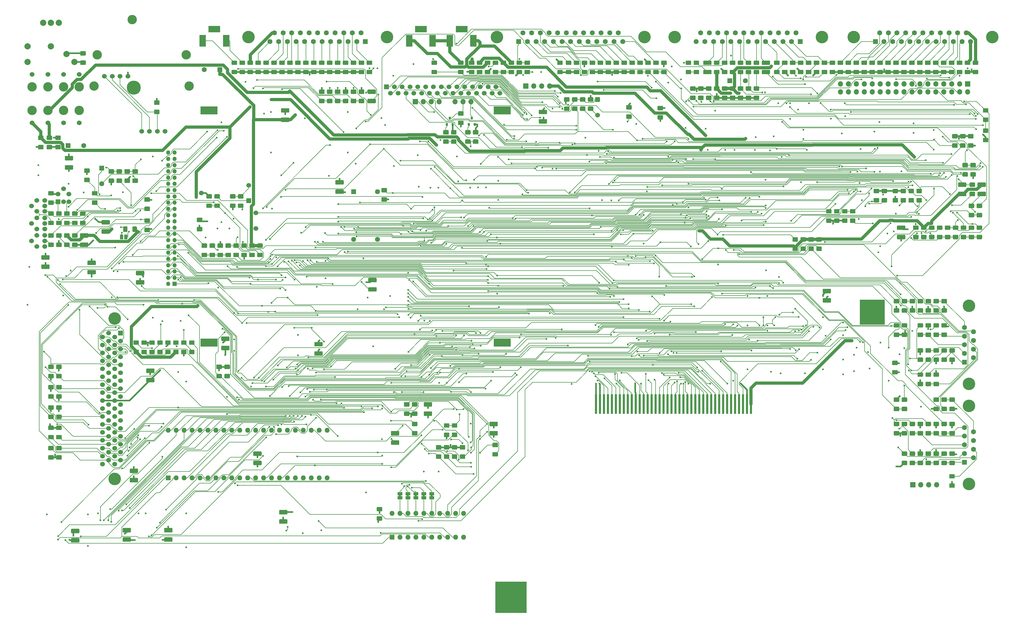
<source format=gbl>
G04 #@! TF.GenerationSoftware,KiCad,Pcbnew,(5.1.0)-1*
G04 #@! TF.CreationDate,2020-01-29T23:37:04+00:00*
G04 #@! TF.ProjectId,Amiga600,416d6967-6136-4303-902e-6b696361645f,rev?*
G04 #@! TF.SameCoordinates,Original*
G04 #@! TF.FileFunction,Copper,L4,Bot*
G04 #@! TF.FilePolarity,Positive*
%FSLAX46Y46*%
G04 Gerber Fmt 4.6, Leading zero omitted, Abs format (unit mm)*
G04 Created by KiCad (PCBNEW (5.1.0)-1) date 2020-01-29 23:37:04*
%MOMM*%
%LPD*%
G04 APERTURE LIST*
%ADD10C,0.100000*%
%ADD11R,0.800000X6.250000*%
%ADD12C,1.524000*%
%ADD13C,1.425000*%
%ADD14R,1.000000X1.500000*%
%ADD15C,4.500000*%
%ADD16C,3.000000*%
%ADD17R,5.500000X2.500000*%
%ADD18R,10.000000X10.000000*%
%ADD19C,4.000000*%
%ADD20R,1.524000X1.524000*%
%ADD21C,1.500000*%
%ADD22R,1.500000X1.500000*%
%ADD23R,8.000000X8.000000*%
%ADD24C,2.000000*%
%ADD25R,2.000000X3.750000*%
%ADD26R,3.750000X2.000000*%
%ADD27C,1.600000*%
%ADD28R,1.600000X1.600000*%
%ADD29R,1.500000X1.524000*%
%ADD30O,1.700000X1.700000*%
%ADD31R,1.700000X1.700000*%
%ADD32O,1.350000X1.350000*%
%ADD33R,1.350000X1.350000*%
%ADD34O,1.600000X1.600000*%
%ADD35R,1.500000X1.000000*%
%ADD36R,0.800000X0.900000*%
%ADD37C,0.600000*%
%ADD38C,0.508000*%
%ADD39C,0.152400*%
%ADD40C,1.016000*%
G04 APERTURE END LIST*
D10*
G36*
X122740000Y-154480000D02*
G01*
X122740000Y-154980000D01*
X123340000Y-154980000D01*
X123340000Y-154480000D01*
X122740000Y-154480000D01*
G37*
G36*
X127820000Y-154480000D02*
G01*
X127820000Y-154980000D01*
X128420000Y-154980000D01*
X128420000Y-154480000D01*
X127820000Y-154480000D01*
G37*
G36*
X125280000Y-154480000D02*
G01*
X125280000Y-154980000D01*
X125880000Y-154980000D01*
X125880000Y-154480000D01*
X125280000Y-154480000D01*
G37*
G36*
X130360000Y-154480000D02*
G01*
X130360000Y-154980000D01*
X130960000Y-154980000D01*
X130960000Y-154480000D01*
X130360000Y-154480000D01*
G37*
G36*
X132900000Y-154480000D02*
G01*
X132900000Y-154980000D01*
X133500000Y-154980000D01*
X133500000Y-154480000D01*
X132900000Y-154480000D01*
G37*
D11*
X194625000Y-125375000D03*
X193355000Y-125375000D03*
X192085000Y-125375000D03*
X190815000Y-125375000D03*
X189545000Y-125375000D03*
X188275000Y-125375000D03*
X187005000Y-125375000D03*
X185735000Y-125375000D03*
X195895000Y-125375000D03*
X197165000Y-125375000D03*
X198435000Y-125375000D03*
X199705000Y-125375000D03*
X200975000Y-125375000D03*
X202245000Y-125375000D03*
X203515000Y-125375000D03*
X204785000Y-125375000D03*
X206055000Y-125375000D03*
X207325000Y-125375000D03*
X208595000Y-125375000D03*
X209865000Y-125375000D03*
X211135000Y-125375000D03*
X212405000Y-125375000D03*
X213675000Y-125375000D03*
X214945000Y-125375000D03*
X216215000Y-125375000D03*
X217485000Y-125375000D03*
X218755000Y-125375000D03*
X220025000Y-125375000D03*
X221295000Y-125375000D03*
X222565000Y-125375000D03*
X223835000Y-125375000D03*
X225105000Y-125375000D03*
X226375000Y-125375000D03*
X227645000Y-125375000D03*
X228915000Y-125375000D03*
X230185000Y-125375000D03*
X231455000Y-125375000D03*
X232725000Y-125375000D03*
X233995000Y-125375000D03*
X235265000Y-125375000D03*
D12*
X77000000Y-69250000D03*
X77000000Y-64250000D03*
D10*
G36*
X143149504Y-31801204D02*
G01*
X143173773Y-31804804D01*
X143197571Y-31810765D01*
X143220671Y-31819030D01*
X143242849Y-31829520D01*
X143263893Y-31842133D01*
X143283598Y-31856747D01*
X143301777Y-31873223D01*
X143318253Y-31891402D01*
X143332867Y-31911107D01*
X143345480Y-31932151D01*
X143355970Y-31954329D01*
X143364235Y-31977429D01*
X143370196Y-32001227D01*
X143373796Y-32025496D01*
X143375000Y-32050000D01*
X143375000Y-32975000D01*
X143373796Y-32999504D01*
X143370196Y-33023773D01*
X143364235Y-33047571D01*
X143355970Y-33070671D01*
X143345480Y-33092849D01*
X143332867Y-33113893D01*
X143318253Y-33133598D01*
X143301777Y-33151777D01*
X143283598Y-33168253D01*
X143263893Y-33182867D01*
X143242849Y-33195480D01*
X143220671Y-33205970D01*
X143197571Y-33214235D01*
X143173773Y-33220196D01*
X143149504Y-33223796D01*
X143125000Y-33225000D01*
X141875000Y-33225000D01*
X141850496Y-33223796D01*
X141826227Y-33220196D01*
X141802429Y-33214235D01*
X141779329Y-33205970D01*
X141757151Y-33195480D01*
X141736107Y-33182867D01*
X141716402Y-33168253D01*
X141698223Y-33151777D01*
X141681747Y-33133598D01*
X141667133Y-33113893D01*
X141654520Y-33092849D01*
X141644030Y-33070671D01*
X141635765Y-33047571D01*
X141629804Y-33023773D01*
X141626204Y-32999504D01*
X141625000Y-32975000D01*
X141625000Y-32050000D01*
X141626204Y-32025496D01*
X141629804Y-32001227D01*
X141635765Y-31977429D01*
X141644030Y-31954329D01*
X141654520Y-31932151D01*
X141667133Y-31911107D01*
X141681747Y-31891402D01*
X141698223Y-31873223D01*
X141716402Y-31856747D01*
X141736107Y-31842133D01*
X141757151Y-31829520D01*
X141779329Y-31819030D01*
X141802429Y-31810765D01*
X141826227Y-31804804D01*
X141850496Y-31801204D01*
X141875000Y-31800000D01*
X143125000Y-31800000D01*
X143149504Y-31801204D01*
X143149504Y-31801204D01*
G37*
D13*
X142500000Y-32512500D03*
D10*
G36*
X143149504Y-34776204D02*
G01*
X143173773Y-34779804D01*
X143197571Y-34785765D01*
X143220671Y-34794030D01*
X143242849Y-34804520D01*
X143263893Y-34817133D01*
X143283598Y-34831747D01*
X143301777Y-34848223D01*
X143318253Y-34866402D01*
X143332867Y-34886107D01*
X143345480Y-34907151D01*
X143355970Y-34929329D01*
X143364235Y-34952429D01*
X143370196Y-34976227D01*
X143373796Y-35000496D01*
X143375000Y-35025000D01*
X143375000Y-35950000D01*
X143373796Y-35974504D01*
X143370196Y-35998773D01*
X143364235Y-36022571D01*
X143355970Y-36045671D01*
X143345480Y-36067849D01*
X143332867Y-36088893D01*
X143318253Y-36108598D01*
X143301777Y-36126777D01*
X143283598Y-36143253D01*
X143263893Y-36157867D01*
X143242849Y-36170480D01*
X143220671Y-36180970D01*
X143197571Y-36189235D01*
X143173773Y-36195196D01*
X143149504Y-36198796D01*
X143125000Y-36200000D01*
X141875000Y-36200000D01*
X141850496Y-36198796D01*
X141826227Y-36195196D01*
X141802429Y-36189235D01*
X141779329Y-36180970D01*
X141757151Y-36170480D01*
X141736107Y-36157867D01*
X141716402Y-36143253D01*
X141698223Y-36126777D01*
X141681747Y-36108598D01*
X141667133Y-36088893D01*
X141654520Y-36067849D01*
X141644030Y-36045671D01*
X141635765Y-36022571D01*
X141629804Y-35998773D01*
X141626204Y-35974504D01*
X141625000Y-35950000D01*
X141625000Y-35025000D01*
X141626204Y-35000496D01*
X141629804Y-34976227D01*
X141635765Y-34952429D01*
X141644030Y-34929329D01*
X141654520Y-34907151D01*
X141667133Y-34886107D01*
X141681747Y-34866402D01*
X141698223Y-34848223D01*
X141716402Y-34831747D01*
X141736107Y-34817133D01*
X141757151Y-34804520D01*
X141779329Y-34794030D01*
X141802429Y-34785765D01*
X141826227Y-34779804D01*
X141850496Y-34776204D01*
X141875000Y-34775000D01*
X143125000Y-34775000D01*
X143149504Y-34776204D01*
X143149504Y-34776204D01*
G37*
D13*
X142500000Y-35487500D03*
D10*
G36*
X196899504Y-32776204D02*
G01*
X196923773Y-32779804D01*
X196947571Y-32785765D01*
X196970671Y-32794030D01*
X196992849Y-32804520D01*
X197013893Y-32817133D01*
X197033598Y-32831747D01*
X197051777Y-32848223D01*
X197068253Y-32866402D01*
X197082867Y-32886107D01*
X197095480Y-32907151D01*
X197105970Y-32929329D01*
X197114235Y-32952429D01*
X197120196Y-32976227D01*
X197123796Y-33000496D01*
X197125000Y-33025000D01*
X197125000Y-33950000D01*
X197123796Y-33974504D01*
X197120196Y-33998773D01*
X197114235Y-34022571D01*
X197105970Y-34045671D01*
X197095480Y-34067849D01*
X197082867Y-34088893D01*
X197068253Y-34108598D01*
X197051777Y-34126777D01*
X197033598Y-34143253D01*
X197013893Y-34157867D01*
X196992849Y-34170480D01*
X196970671Y-34180970D01*
X196947571Y-34189235D01*
X196923773Y-34195196D01*
X196899504Y-34198796D01*
X196875000Y-34200000D01*
X195625000Y-34200000D01*
X195600496Y-34198796D01*
X195576227Y-34195196D01*
X195552429Y-34189235D01*
X195529329Y-34180970D01*
X195507151Y-34170480D01*
X195486107Y-34157867D01*
X195466402Y-34143253D01*
X195448223Y-34126777D01*
X195431747Y-34108598D01*
X195417133Y-34088893D01*
X195404520Y-34067849D01*
X195394030Y-34045671D01*
X195385765Y-34022571D01*
X195379804Y-33998773D01*
X195376204Y-33974504D01*
X195375000Y-33950000D01*
X195375000Y-33025000D01*
X195376204Y-33000496D01*
X195379804Y-32976227D01*
X195385765Y-32952429D01*
X195394030Y-32929329D01*
X195404520Y-32907151D01*
X195417133Y-32886107D01*
X195431747Y-32866402D01*
X195448223Y-32848223D01*
X195466402Y-32831747D01*
X195486107Y-32817133D01*
X195507151Y-32804520D01*
X195529329Y-32794030D01*
X195552429Y-32785765D01*
X195576227Y-32779804D01*
X195600496Y-32776204D01*
X195625000Y-32775000D01*
X196875000Y-32775000D01*
X196899504Y-32776204D01*
X196899504Y-32776204D01*
G37*
D13*
X196250000Y-33487500D03*
D10*
G36*
X196899504Y-29801204D02*
G01*
X196923773Y-29804804D01*
X196947571Y-29810765D01*
X196970671Y-29819030D01*
X196992849Y-29829520D01*
X197013893Y-29842133D01*
X197033598Y-29856747D01*
X197051777Y-29873223D01*
X197068253Y-29891402D01*
X197082867Y-29911107D01*
X197095480Y-29932151D01*
X197105970Y-29954329D01*
X197114235Y-29977429D01*
X197120196Y-30001227D01*
X197123796Y-30025496D01*
X197125000Y-30050000D01*
X197125000Y-30975000D01*
X197123796Y-30999504D01*
X197120196Y-31023773D01*
X197114235Y-31047571D01*
X197105970Y-31070671D01*
X197095480Y-31092849D01*
X197082867Y-31113893D01*
X197068253Y-31133598D01*
X197051777Y-31151777D01*
X197033598Y-31168253D01*
X197013893Y-31182867D01*
X196992849Y-31195480D01*
X196970671Y-31205970D01*
X196947571Y-31214235D01*
X196923773Y-31220196D01*
X196899504Y-31223796D01*
X196875000Y-31225000D01*
X195625000Y-31225000D01*
X195600496Y-31223796D01*
X195576227Y-31220196D01*
X195552429Y-31214235D01*
X195529329Y-31205970D01*
X195507151Y-31195480D01*
X195486107Y-31182867D01*
X195466402Y-31168253D01*
X195448223Y-31151777D01*
X195431747Y-31133598D01*
X195417133Y-31113893D01*
X195404520Y-31092849D01*
X195394030Y-31070671D01*
X195385765Y-31047571D01*
X195379804Y-31023773D01*
X195376204Y-30999504D01*
X195375000Y-30975000D01*
X195375000Y-30050000D01*
X195376204Y-30025496D01*
X195379804Y-30001227D01*
X195385765Y-29977429D01*
X195394030Y-29954329D01*
X195404520Y-29932151D01*
X195417133Y-29911107D01*
X195431747Y-29891402D01*
X195448223Y-29873223D01*
X195466402Y-29856747D01*
X195486107Y-29842133D01*
X195507151Y-29829520D01*
X195529329Y-29819030D01*
X195552429Y-29810765D01*
X195576227Y-29804804D01*
X195600496Y-29801204D01*
X195625000Y-29800000D01*
X196875000Y-29800000D01*
X196899504Y-29801204D01*
X196899504Y-29801204D01*
G37*
D13*
X196250000Y-30512500D03*
D14*
X34100000Y-72000000D03*
X35400000Y-72000000D03*
D15*
X38000000Y-24200000D03*
D16*
X37500000Y-2500000D03*
X54700000Y-13700000D03*
X26300000Y-13700000D03*
X25300000Y-23700000D03*
X55700000Y-23700000D03*
D12*
X31100000Y-20600000D03*
X36100000Y-20600000D03*
X33600000Y-20600000D03*
X28600000Y-20600000D03*
X48000000Y-38200000D03*
X45500000Y-38200000D03*
X43000000Y-38200000D03*
X40500000Y-38200000D03*
D17*
X155750000Y-105750000D03*
X62000000Y-105750000D03*
X62000000Y-31500000D03*
X155750000Y-31500000D03*
D12*
X5500000Y-35500000D03*
X5500000Y-20000000D03*
D16*
X5500000Y-24000000D03*
X5500000Y-31500000D03*
D12*
X10500000Y-35500000D03*
X10500000Y-20000000D03*
D16*
X10500000Y-24000000D03*
X10500000Y-31500000D03*
D12*
X15500000Y-35500000D03*
X15500000Y-20000000D03*
D16*
X15500000Y-24000000D03*
X15500000Y-31500000D03*
D12*
X20500000Y-35500000D03*
X20500000Y-20000000D03*
D16*
X20500000Y-24000000D03*
X20500000Y-31500000D03*
D18*
X158500000Y-187250000D03*
D19*
X31850000Y-149340000D03*
X31850000Y-98080000D03*
D20*
X33750000Y-102750000D03*
D12*
X31840000Y-104020000D03*
X33750000Y-105290000D03*
X31840000Y-106560000D03*
X33750000Y-107830000D03*
X31840000Y-109100000D03*
X33750000Y-110370000D03*
X31840000Y-111640000D03*
X33750000Y-112910000D03*
X31840000Y-114180000D03*
X33750000Y-115450000D03*
X31840000Y-116720000D03*
X33750000Y-117990000D03*
X31840000Y-119260000D03*
X33750000Y-120530000D03*
X31840000Y-121800000D03*
X33750000Y-123070000D03*
X31840000Y-124340000D03*
X33750000Y-125610000D03*
X31840000Y-126880000D03*
X33750000Y-128150000D03*
X31840000Y-129420000D03*
X33750000Y-130690000D03*
X31840000Y-131960000D03*
X33750000Y-133230000D03*
X31840000Y-134500000D03*
X33750000Y-135770000D03*
X31840000Y-137040000D03*
X33750000Y-138310000D03*
X31840000Y-139580000D03*
X33750000Y-140850000D03*
X31840000Y-142120000D03*
X33750000Y-143390000D03*
X31840000Y-144660000D03*
X28020000Y-104020000D03*
X29930000Y-112910000D03*
X29930000Y-105290000D03*
X29930000Y-102750000D03*
X29930000Y-107830000D03*
X28020000Y-129420000D03*
X29930000Y-117990000D03*
X28020000Y-126880000D03*
X28020000Y-131960000D03*
X28020000Y-134500000D03*
X29930000Y-135770000D03*
X29930000Y-125610000D03*
X29930000Y-128150000D03*
X29930000Y-130690000D03*
X28020000Y-142120000D03*
X29930000Y-140850000D03*
X28020000Y-111640000D03*
X28020000Y-137040000D03*
X29930000Y-120530000D03*
X29930000Y-133230000D03*
X28020000Y-119260000D03*
X28020000Y-114180000D03*
X28020000Y-109100000D03*
X28020000Y-124340000D03*
X28020000Y-106560000D03*
X28020000Y-121800000D03*
X29930000Y-123070000D03*
X29930000Y-138310000D03*
X28020000Y-139580000D03*
X29930000Y-110370000D03*
X28020000Y-116720000D03*
X29930000Y-143390000D03*
X29930000Y-115450000D03*
X28020000Y-144660000D03*
X120000000Y-26000000D03*
D20*
X118750000Y-24000000D03*
D12*
X121250000Y-24000000D03*
X122500000Y-26000000D03*
X123750000Y-24000000D03*
X125000000Y-26000000D03*
X126250000Y-24000000D03*
X127500000Y-26000000D03*
X128750000Y-24000000D03*
X130000000Y-26000000D03*
X131250000Y-24000000D03*
X132500000Y-26000000D03*
X133750000Y-24000000D03*
X135000000Y-26000000D03*
X136250000Y-24000000D03*
X137500000Y-26000000D03*
X138750000Y-24000000D03*
X140000000Y-26000000D03*
X141250000Y-24000000D03*
X142500000Y-26000000D03*
X143750000Y-24000000D03*
X145000000Y-26000000D03*
X146250000Y-24000000D03*
X147500000Y-26000000D03*
X148750000Y-24000000D03*
X150000000Y-26000000D03*
X151250000Y-24000000D03*
X152500000Y-26000000D03*
X153750000Y-24000000D03*
X155000000Y-26000000D03*
D21*
X59550000Y-57950000D03*
D22*
X74750000Y-60400000D03*
D21*
X74750000Y-55500000D03*
D12*
X15500000Y-56550000D03*
X17250000Y-58250000D03*
X13750000Y-58250000D03*
X17250000Y-60750000D03*
D20*
X13750000Y-60750000D03*
D12*
X15500000Y-60750000D03*
X5300000Y-62050000D03*
X5300000Y-67650000D03*
X5300000Y-73250000D03*
X9500000Y-63800000D03*
X7000000Y-63800000D03*
X9500000Y-62050000D03*
X9500000Y-60300000D03*
X7000000Y-60300000D03*
X7000000Y-65900000D03*
X9500000Y-65900000D03*
X9500000Y-69400000D03*
X9500000Y-67650000D03*
X7000000Y-69400000D03*
X7000000Y-71500000D03*
X7000000Y-75000000D03*
X9500000Y-71500000D03*
X9500000Y-75000000D03*
X9500000Y-73250000D03*
D23*
X274000000Y-96000000D03*
D24*
X11500000Y-3500000D03*
X9000000Y-3500000D03*
X14000000Y-3500000D03*
X4000000Y-16000000D03*
X4000000Y-11000000D03*
X16500000Y-13500000D03*
X19000000Y-16000000D03*
X11500000Y-11000000D03*
D25*
X60000000Y-9250000D03*
X67500000Y-9250000D03*
D26*
X63750000Y-5550000D03*
D25*
X126000000Y-9250000D03*
X133500000Y-9250000D03*
D26*
X129750000Y-5550000D03*
D25*
X139000000Y-9250000D03*
X146500000Y-9250000D03*
D26*
X142750000Y-5550000D03*
D19*
X74600000Y-8080000D03*
X118930000Y-8080000D03*
D27*
X82915000Y-6660000D03*
X85685000Y-6660000D03*
X88455000Y-6660000D03*
X91225000Y-6660000D03*
X93995000Y-6660000D03*
X96765000Y-6660000D03*
X99535000Y-6660000D03*
X102305000Y-6660000D03*
X105075000Y-6660000D03*
X107845000Y-6660000D03*
X110615000Y-6660000D03*
X81530000Y-9500000D03*
X84300000Y-9500000D03*
X87070000Y-9500000D03*
X89840000Y-9500000D03*
X92610000Y-9500000D03*
X95380000Y-9500000D03*
X98150000Y-9500000D03*
X100920000Y-9500000D03*
X103690000Y-9500000D03*
X106460000Y-9500000D03*
X109230000Y-9500000D03*
D28*
X112000000Y-9500000D03*
D19*
X154070000Y-8080000D03*
X201170000Y-8080000D03*
D27*
X192855000Y-6660000D03*
X190085000Y-6660000D03*
X187315000Y-6660000D03*
X184545000Y-6660000D03*
X181775000Y-6660000D03*
X179005000Y-6660000D03*
X176235000Y-6660000D03*
X173465000Y-6660000D03*
X170695000Y-6660000D03*
X167925000Y-6660000D03*
X165155000Y-6660000D03*
X162385000Y-6660000D03*
X194240000Y-9500000D03*
X191470000Y-9500000D03*
X188700000Y-9500000D03*
X185930000Y-9500000D03*
X183160000Y-9500000D03*
X180390000Y-9500000D03*
X177620000Y-9500000D03*
X174850000Y-9500000D03*
X172080000Y-9500000D03*
X169310000Y-9500000D03*
X166540000Y-9500000D03*
X163770000Y-9500000D03*
D28*
X161000000Y-9500000D03*
D19*
X268070000Y-8080000D03*
X312400000Y-8080000D03*
D27*
X304085000Y-6660000D03*
X301315000Y-6660000D03*
X298545000Y-6660000D03*
X295775000Y-6660000D03*
X293005000Y-6660000D03*
X290235000Y-6660000D03*
X287465000Y-6660000D03*
X284695000Y-6660000D03*
X281925000Y-6660000D03*
X279155000Y-6660000D03*
X276385000Y-6660000D03*
X305470000Y-9500000D03*
X302700000Y-9500000D03*
X299930000Y-9500000D03*
X297160000Y-9500000D03*
X294390000Y-9500000D03*
X291620000Y-9500000D03*
X288850000Y-9500000D03*
X286080000Y-9500000D03*
X283310000Y-9500000D03*
X280540000Y-9500000D03*
X277770000Y-9500000D03*
D28*
X275000000Y-9500000D03*
D29*
X186250000Y-28000000D03*
D12*
X186250000Y-33000000D03*
D10*
G36*
X104849504Y-56776204D02*
G01*
X104873773Y-56779804D01*
X104897571Y-56785765D01*
X104920671Y-56794030D01*
X104942849Y-56804520D01*
X104963893Y-56817133D01*
X104983598Y-56831747D01*
X105001777Y-56848223D01*
X105018253Y-56866402D01*
X105032867Y-56886107D01*
X105045480Y-56907151D01*
X105055970Y-56929329D01*
X105064235Y-56952429D01*
X105070196Y-56976227D01*
X105073796Y-57000496D01*
X105075000Y-57025000D01*
X105075000Y-57950000D01*
X105073796Y-57974504D01*
X105070196Y-57998773D01*
X105064235Y-58022571D01*
X105055970Y-58045671D01*
X105045480Y-58067849D01*
X105032867Y-58088893D01*
X105018253Y-58108598D01*
X105001777Y-58126777D01*
X104983598Y-58143253D01*
X104963893Y-58157867D01*
X104942849Y-58170480D01*
X104920671Y-58180970D01*
X104897571Y-58189235D01*
X104873773Y-58195196D01*
X104849504Y-58198796D01*
X104825000Y-58200000D01*
X102675000Y-58200000D01*
X102650496Y-58198796D01*
X102626227Y-58195196D01*
X102602429Y-58189235D01*
X102579329Y-58180970D01*
X102557151Y-58170480D01*
X102536107Y-58157867D01*
X102516402Y-58143253D01*
X102498223Y-58126777D01*
X102481747Y-58108598D01*
X102467133Y-58088893D01*
X102454520Y-58067849D01*
X102444030Y-58045671D01*
X102435765Y-58022571D01*
X102429804Y-57998773D01*
X102426204Y-57974504D01*
X102425000Y-57950000D01*
X102425000Y-57025000D01*
X102426204Y-57000496D01*
X102429804Y-56976227D01*
X102435765Y-56952429D01*
X102444030Y-56929329D01*
X102454520Y-56907151D01*
X102467133Y-56886107D01*
X102481747Y-56866402D01*
X102498223Y-56848223D01*
X102516402Y-56831747D01*
X102536107Y-56817133D01*
X102557151Y-56804520D01*
X102579329Y-56794030D01*
X102602429Y-56785765D01*
X102626227Y-56779804D01*
X102650496Y-56776204D01*
X102675000Y-56775000D01*
X104825000Y-56775000D01*
X104849504Y-56776204D01*
X104849504Y-56776204D01*
G37*
D13*
X103750000Y-57487500D03*
D10*
G36*
X104849504Y-53801204D02*
G01*
X104873773Y-53804804D01*
X104897571Y-53810765D01*
X104920671Y-53819030D01*
X104942849Y-53829520D01*
X104963893Y-53842133D01*
X104983598Y-53856747D01*
X105001777Y-53873223D01*
X105018253Y-53891402D01*
X105032867Y-53911107D01*
X105045480Y-53932151D01*
X105055970Y-53954329D01*
X105064235Y-53977429D01*
X105070196Y-54001227D01*
X105073796Y-54025496D01*
X105075000Y-54050000D01*
X105075000Y-54975000D01*
X105073796Y-54999504D01*
X105070196Y-55023773D01*
X105064235Y-55047571D01*
X105055970Y-55070671D01*
X105045480Y-55092849D01*
X105032867Y-55113893D01*
X105018253Y-55133598D01*
X105001777Y-55151777D01*
X104983598Y-55168253D01*
X104963893Y-55182867D01*
X104942849Y-55195480D01*
X104920671Y-55205970D01*
X104897571Y-55214235D01*
X104873773Y-55220196D01*
X104849504Y-55223796D01*
X104825000Y-55225000D01*
X102675000Y-55225000D01*
X102650496Y-55223796D01*
X102626227Y-55220196D01*
X102602429Y-55214235D01*
X102579329Y-55205970D01*
X102557151Y-55195480D01*
X102536107Y-55182867D01*
X102516402Y-55168253D01*
X102498223Y-55151777D01*
X102481747Y-55133598D01*
X102467133Y-55113893D01*
X102454520Y-55092849D01*
X102444030Y-55070671D01*
X102435765Y-55047571D01*
X102429804Y-55023773D01*
X102426204Y-54999504D01*
X102425000Y-54975000D01*
X102425000Y-54050000D01*
X102426204Y-54025496D01*
X102429804Y-54001227D01*
X102435765Y-53977429D01*
X102444030Y-53954329D01*
X102454520Y-53932151D01*
X102467133Y-53911107D01*
X102481747Y-53891402D01*
X102498223Y-53873223D01*
X102516402Y-53856747D01*
X102536107Y-53842133D01*
X102557151Y-53829520D01*
X102579329Y-53819030D01*
X102602429Y-53810765D01*
X102626227Y-53804804D01*
X102650496Y-53801204D01*
X102675000Y-53800000D01*
X104825000Y-53800000D01*
X104849504Y-53801204D01*
X104849504Y-53801204D01*
G37*
D13*
X103750000Y-54512500D03*
D10*
G36*
X78599504Y-140551204D02*
G01*
X78623773Y-140554804D01*
X78647571Y-140560765D01*
X78670671Y-140569030D01*
X78692849Y-140579520D01*
X78713893Y-140592133D01*
X78733598Y-140606747D01*
X78751777Y-140623223D01*
X78768253Y-140641402D01*
X78782867Y-140661107D01*
X78795480Y-140682151D01*
X78805970Y-140704329D01*
X78814235Y-140727429D01*
X78820196Y-140751227D01*
X78823796Y-140775496D01*
X78825000Y-140800000D01*
X78825000Y-141725000D01*
X78823796Y-141749504D01*
X78820196Y-141773773D01*
X78814235Y-141797571D01*
X78805970Y-141820671D01*
X78795480Y-141842849D01*
X78782867Y-141863893D01*
X78768253Y-141883598D01*
X78751777Y-141901777D01*
X78733598Y-141918253D01*
X78713893Y-141932867D01*
X78692849Y-141945480D01*
X78670671Y-141955970D01*
X78647571Y-141964235D01*
X78623773Y-141970196D01*
X78599504Y-141973796D01*
X78575000Y-141975000D01*
X76425000Y-141975000D01*
X76400496Y-141973796D01*
X76376227Y-141970196D01*
X76352429Y-141964235D01*
X76329329Y-141955970D01*
X76307151Y-141945480D01*
X76286107Y-141932867D01*
X76266402Y-141918253D01*
X76248223Y-141901777D01*
X76231747Y-141883598D01*
X76217133Y-141863893D01*
X76204520Y-141842849D01*
X76194030Y-141820671D01*
X76185765Y-141797571D01*
X76179804Y-141773773D01*
X76176204Y-141749504D01*
X76175000Y-141725000D01*
X76175000Y-140800000D01*
X76176204Y-140775496D01*
X76179804Y-140751227D01*
X76185765Y-140727429D01*
X76194030Y-140704329D01*
X76204520Y-140682151D01*
X76217133Y-140661107D01*
X76231747Y-140641402D01*
X76248223Y-140623223D01*
X76266402Y-140606747D01*
X76286107Y-140592133D01*
X76307151Y-140579520D01*
X76329329Y-140569030D01*
X76352429Y-140560765D01*
X76376227Y-140554804D01*
X76400496Y-140551204D01*
X76425000Y-140550000D01*
X78575000Y-140550000D01*
X78599504Y-140551204D01*
X78599504Y-140551204D01*
G37*
D13*
X77500000Y-141262500D03*
D10*
G36*
X78599504Y-143526204D02*
G01*
X78623773Y-143529804D01*
X78647571Y-143535765D01*
X78670671Y-143544030D01*
X78692849Y-143554520D01*
X78713893Y-143567133D01*
X78733598Y-143581747D01*
X78751777Y-143598223D01*
X78768253Y-143616402D01*
X78782867Y-143636107D01*
X78795480Y-143657151D01*
X78805970Y-143679329D01*
X78814235Y-143702429D01*
X78820196Y-143726227D01*
X78823796Y-143750496D01*
X78825000Y-143775000D01*
X78825000Y-144700000D01*
X78823796Y-144724504D01*
X78820196Y-144748773D01*
X78814235Y-144772571D01*
X78805970Y-144795671D01*
X78795480Y-144817849D01*
X78782867Y-144838893D01*
X78768253Y-144858598D01*
X78751777Y-144876777D01*
X78733598Y-144893253D01*
X78713893Y-144907867D01*
X78692849Y-144920480D01*
X78670671Y-144930970D01*
X78647571Y-144939235D01*
X78623773Y-144945196D01*
X78599504Y-144948796D01*
X78575000Y-144950000D01*
X76425000Y-144950000D01*
X76400496Y-144948796D01*
X76376227Y-144945196D01*
X76352429Y-144939235D01*
X76329329Y-144930970D01*
X76307151Y-144920480D01*
X76286107Y-144907867D01*
X76266402Y-144893253D01*
X76248223Y-144876777D01*
X76231747Y-144858598D01*
X76217133Y-144838893D01*
X76204520Y-144817849D01*
X76194030Y-144795671D01*
X76185765Y-144772571D01*
X76179804Y-144748773D01*
X76176204Y-144724504D01*
X76175000Y-144700000D01*
X76175000Y-143775000D01*
X76176204Y-143750496D01*
X76179804Y-143726227D01*
X76185765Y-143702429D01*
X76194030Y-143679329D01*
X76204520Y-143657151D01*
X76217133Y-143636107D01*
X76231747Y-143616402D01*
X76248223Y-143598223D01*
X76266402Y-143581747D01*
X76286107Y-143567133D01*
X76307151Y-143554520D01*
X76329329Y-143544030D01*
X76352429Y-143535765D01*
X76376227Y-143529804D01*
X76400496Y-143526204D01*
X76425000Y-143525000D01*
X78575000Y-143525000D01*
X78599504Y-143526204D01*
X78599504Y-143526204D01*
G37*
D13*
X77500000Y-144237500D03*
D10*
G36*
X206899504Y-30051204D02*
G01*
X206923773Y-30054804D01*
X206947571Y-30060765D01*
X206970671Y-30069030D01*
X206992849Y-30079520D01*
X207013893Y-30092133D01*
X207033598Y-30106747D01*
X207051777Y-30123223D01*
X207068253Y-30141402D01*
X207082867Y-30161107D01*
X207095480Y-30182151D01*
X207105970Y-30204329D01*
X207114235Y-30227429D01*
X207120196Y-30251227D01*
X207123796Y-30275496D01*
X207125000Y-30300000D01*
X207125000Y-31225000D01*
X207123796Y-31249504D01*
X207120196Y-31273773D01*
X207114235Y-31297571D01*
X207105970Y-31320671D01*
X207095480Y-31342849D01*
X207082867Y-31363893D01*
X207068253Y-31383598D01*
X207051777Y-31401777D01*
X207033598Y-31418253D01*
X207013893Y-31432867D01*
X206992849Y-31445480D01*
X206970671Y-31455970D01*
X206947571Y-31464235D01*
X206923773Y-31470196D01*
X206899504Y-31473796D01*
X206875000Y-31475000D01*
X205625000Y-31475000D01*
X205600496Y-31473796D01*
X205576227Y-31470196D01*
X205552429Y-31464235D01*
X205529329Y-31455970D01*
X205507151Y-31445480D01*
X205486107Y-31432867D01*
X205466402Y-31418253D01*
X205448223Y-31401777D01*
X205431747Y-31383598D01*
X205417133Y-31363893D01*
X205404520Y-31342849D01*
X205394030Y-31320671D01*
X205385765Y-31297571D01*
X205379804Y-31273773D01*
X205376204Y-31249504D01*
X205375000Y-31225000D01*
X205375000Y-30300000D01*
X205376204Y-30275496D01*
X205379804Y-30251227D01*
X205385765Y-30227429D01*
X205394030Y-30204329D01*
X205404520Y-30182151D01*
X205417133Y-30161107D01*
X205431747Y-30141402D01*
X205448223Y-30123223D01*
X205466402Y-30106747D01*
X205486107Y-30092133D01*
X205507151Y-30079520D01*
X205529329Y-30069030D01*
X205552429Y-30060765D01*
X205576227Y-30054804D01*
X205600496Y-30051204D01*
X205625000Y-30050000D01*
X206875000Y-30050000D01*
X206899504Y-30051204D01*
X206899504Y-30051204D01*
G37*
D13*
X206250000Y-30762500D03*
D10*
G36*
X206899504Y-33026204D02*
G01*
X206923773Y-33029804D01*
X206947571Y-33035765D01*
X206970671Y-33044030D01*
X206992849Y-33054520D01*
X207013893Y-33067133D01*
X207033598Y-33081747D01*
X207051777Y-33098223D01*
X207068253Y-33116402D01*
X207082867Y-33136107D01*
X207095480Y-33157151D01*
X207105970Y-33179329D01*
X207114235Y-33202429D01*
X207120196Y-33226227D01*
X207123796Y-33250496D01*
X207125000Y-33275000D01*
X207125000Y-34200000D01*
X207123796Y-34224504D01*
X207120196Y-34248773D01*
X207114235Y-34272571D01*
X207105970Y-34295671D01*
X207095480Y-34317849D01*
X207082867Y-34338893D01*
X207068253Y-34358598D01*
X207051777Y-34376777D01*
X207033598Y-34393253D01*
X207013893Y-34407867D01*
X206992849Y-34420480D01*
X206970671Y-34430970D01*
X206947571Y-34439235D01*
X206923773Y-34445196D01*
X206899504Y-34448796D01*
X206875000Y-34450000D01*
X205625000Y-34450000D01*
X205600496Y-34448796D01*
X205576227Y-34445196D01*
X205552429Y-34439235D01*
X205529329Y-34430970D01*
X205507151Y-34420480D01*
X205486107Y-34407867D01*
X205466402Y-34393253D01*
X205448223Y-34376777D01*
X205431747Y-34358598D01*
X205417133Y-34338893D01*
X205404520Y-34317849D01*
X205394030Y-34295671D01*
X205385765Y-34272571D01*
X205379804Y-34248773D01*
X205376204Y-34224504D01*
X205375000Y-34200000D01*
X205375000Y-33275000D01*
X205376204Y-33250496D01*
X205379804Y-33226227D01*
X205385765Y-33202429D01*
X205394030Y-33179329D01*
X205404520Y-33157151D01*
X205417133Y-33136107D01*
X205431747Y-33116402D01*
X205448223Y-33098223D01*
X205466402Y-33081747D01*
X205486107Y-33067133D01*
X205507151Y-33054520D01*
X205529329Y-33044030D01*
X205552429Y-33035765D01*
X205576227Y-33029804D01*
X205600496Y-33026204D01*
X205625000Y-33025000D01*
X206875000Y-33025000D01*
X206899504Y-33026204D01*
X206899504Y-33026204D01*
G37*
D13*
X206250000Y-33737500D03*
D10*
G36*
X306149504Y-42026204D02*
G01*
X306173773Y-42029804D01*
X306197571Y-42035765D01*
X306220671Y-42044030D01*
X306242849Y-42054520D01*
X306263893Y-42067133D01*
X306283598Y-42081747D01*
X306301777Y-42098223D01*
X306318253Y-42116402D01*
X306332867Y-42136107D01*
X306345480Y-42157151D01*
X306355970Y-42179329D01*
X306364235Y-42202429D01*
X306370196Y-42226227D01*
X306373796Y-42250496D01*
X306375000Y-42275000D01*
X306375000Y-43200000D01*
X306373796Y-43224504D01*
X306370196Y-43248773D01*
X306364235Y-43272571D01*
X306355970Y-43295671D01*
X306345480Y-43317849D01*
X306332867Y-43338893D01*
X306318253Y-43358598D01*
X306301777Y-43376777D01*
X306283598Y-43393253D01*
X306263893Y-43407867D01*
X306242849Y-43420480D01*
X306220671Y-43430970D01*
X306197571Y-43439235D01*
X306173773Y-43445196D01*
X306149504Y-43448796D01*
X306125000Y-43450000D01*
X304875000Y-43450000D01*
X304850496Y-43448796D01*
X304826227Y-43445196D01*
X304802429Y-43439235D01*
X304779329Y-43430970D01*
X304757151Y-43420480D01*
X304736107Y-43407867D01*
X304716402Y-43393253D01*
X304698223Y-43376777D01*
X304681747Y-43358598D01*
X304667133Y-43338893D01*
X304654520Y-43317849D01*
X304644030Y-43295671D01*
X304635765Y-43272571D01*
X304629804Y-43248773D01*
X304626204Y-43224504D01*
X304625000Y-43200000D01*
X304625000Y-42275000D01*
X304626204Y-42250496D01*
X304629804Y-42226227D01*
X304635765Y-42202429D01*
X304644030Y-42179329D01*
X304654520Y-42157151D01*
X304667133Y-42136107D01*
X304681747Y-42116402D01*
X304698223Y-42098223D01*
X304716402Y-42081747D01*
X304736107Y-42067133D01*
X304757151Y-42054520D01*
X304779329Y-42044030D01*
X304802429Y-42035765D01*
X304826227Y-42029804D01*
X304850496Y-42026204D01*
X304875000Y-42025000D01*
X306125000Y-42025000D01*
X306149504Y-42026204D01*
X306149504Y-42026204D01*
G37*
D13*
X305500000Y-42737500D03*
D10*
G36*
X306149504Y-39051204D02*
G01*
X306173773Y-39054804D01*
X306197571Y-39060765D01*
X306220671Y-39069030D01*
X306242849Y-39079520D01*
X306263893Y-39092133D01*
X306283598Y-39106747D01*
X306301777Y-39123223D01*
X306318253Y-39141402D01*
X306332867Y-39161107D01*
X306345480Y-39182151D01*
X306355970Y-39204329D01*
X306364235Y-39227429D01*
X306370196Y-39251227D01*
X306373796Y-39275496D01*
X306375000Y-39300000D01*
X306375000Y-40225000D01*
X306373796Y-40249504D01*
X306370196Y-40273773D01*
X306364235Y-40297571D01*
X306355970Y-40320671D01*
X306345480Y-40342849D01*
X306332867Y-40363893D01*
X306318253Y-40383598D01*
X306301777Y-40401777D01*
X306283598Y-40418253D01*
X306263893Y-40432867D01*
X306242849Y-40445480D01*
X306220671Y-40455970D01*
X306197571Y-40464235D01*
X306173773Y-40470196D01*
X306149504Y-40473796D01*
X306125000Y-40475000D01*
X304875000Y-40475000D01*
X304850496Y-40473796D01*
X304826227Y-40470196D01*
X304802429Y-40464235D01*
X304779329Y-40455970D01*
X304757151Y-40445480D01*
X304736107Y-40432867D01*
X304716402Y-40418253D01*
X304698223Y-40401777D01*
X304681747Y-40383598D01*
X304667133Y-40363893D01*
X304654520Y-40342849D01*
X304644030Y-40320671D01*
X304635765Y-40297571D01*
X304629804Y-40273773D01*
X304626204Y-40249504D01*
X304625000Y-40225000D01*
X304625000Y-39300000D01*
X304626204Y-39275496D01*
X304629804Y-39251227D01*
X304635765Y-39227429D01*
X304644030Y-39204329D01*
X304654520Y-39182151D01*
X304667133Y-39161107D01*
X304681747Y-39141402D01*
X304698223Y-39123223D01*
X304716402Y-39106747D01*
X304736107Y-39092133D01*
X304757151Y-39079520D01*
X304779329Y-39069030D01*
X304802429Y-39060765D01*
X304826227Y-39054804D01*
X304850496Y-39051204D01*
X304875000Y-39050000D01*
X306125000Y-39050000D01*
X306149504Y-39051204D01*
X306149504Y-39051204D01*
G37*
D13*
X305500000Y-39762500D03*
D10*
G36*
X169849504Y-31301204D02*
G01*
X169873773Y-31304804D01*
X169897571Y-31310765D01*
X169920671Y-31319030D01*
X169942849Y-31329520D01*
X169963893Y-31342133D01*
X169983598Y-31356747D01*
X170001777Y-31373223D01*
X170018253Y-31391402D01*
X170032867Y-31411107D01*
X170045480Y-31432151D01*
X170055970Y-31454329D01*
X170064235Y-31477429D01*
X170070196Y-31501227D01*
X170073796Y-31525496D01*
X170075000Y-31550000D01*
X170075000Y-32475000D01*
X170073796Y-32499504D01*
X170070196Y-32523773D01*
X170064235Y-32547571D01*
X170055970Y-32570671D01*
X170045480Y-32592849D01*
X170032867Y-32613893D01*
X170018253Y-32633598D01*
X170001777Y-32651777D01*
X169983598Y-32668253D01*
X169963893Y-32682867D01*
X169942849Y-32695480D01*
X169920671Y-32705970D01*
X169897571Y-32714235D01*
X169873773Y-32720196D01*
X169849504Y-32723796D01*
X169825000Y-32725000D01*
X167675000Y-32725000D01*
X167650496Y-32723796D01*
X167626227Y-32720196D01*
X167602429Y-32714235D01*
X167579329Y-32705970D01*
X167557151Y-32695480D01*
X167536107Y-32682867D01*
X167516402Y-32668253D01*
X167498223Y-32651777D01*
X167481747Y-32633598D01*
X167467133Y-32613893D01*
X167454520Y-32592849D01*
X167444030Y-32570671D01*
X167435765Y-32547571D01*
X167429804Y-32523773D01*
X167426204Y-32499504D01*
X167425000Y-32475000D01*
X167425000Y-31550000D01*
X167426204Y-31525496D01*
X167429804Y-31501227D01*
X167435765Y-31477429D01*
X167444030Y-31454329D01*
X167454520Y-31432151D01*
X167467133Y-31411107D01*
X167481747Y-31391402D01*
X167498223Y-31373223D01*
X167516402Y-31356747D01*
X167536107Y-31342133D01*
X167557151Y-31329520D01*
X167579329Y-31319030D01*
X167602429Y-31310765D01*
X167626227Y-31304804D01*
X167650496Y-31301204D01*
X167675000Y-31300000D01*
X169825000Y-31300000D01*
X169849504Y-31301204D01*
X169849504Y-31301204D01*
G37*
D13*
X168750000Y-32012500D03*
D10*
G36*
X169849504Y-34276204D02*
G01*
X169873773Y-34279804D01*
X169897571Y-34285765D01*
X169920671Y-34294030D01*
X169942849Y-34304520D01*
X169963893Y-34317133D01*
X169983598Y-34331747D01*
X170001777Y-34348223D01*
X170018253Y-34366402D01*
X170032867Y-34386107D01*
X170045480Y-34407151D01*
X170055970Y-34429329D01*
X170064235Y-34452429D01*
X170070196Y-34476227D01*
X170073796Y-34500496D01*
X170075000Y-34525000D01*
X170075000Y-35450000D01*
X170073796Y-35474504D01*
X170070196Y-35498773D01*
X170064235Y-35522571D01*
X170055970Y-35545671D01*
X170045480Y-35567849D01*
X170032867Y-35588893D01*
X170018253Y-35608598D01*
X170001777Y-35626777D01*
X169983598Y-35643253D01*
X169963893Y-35657867D01*
X169942849Y-35670480D01*
X169920671Y-35680970D01*
X169897571Y-35689235D01*
X169873773Y-35695196D01*
X169849504Y-35698796D01*
X169825000Y-35700000D01*
X167675000Y-35700000D01*
X167650496Y-35698796D01*
X167626227Y-35695196D01*
X167602429Y-35689235D01*
X167579329Y-35680970D01*
X167557151Y-35670480D01*
X167536107Y-35657867D01*
X167516402Y-35643253D01*
X167498223Y-35626777D01*
X167481747Y-35608598D01*
X167467133Y-35588893D01*
X167454520Y-35567849D01*
X167444030Y-35545671D01*
X167435765Y-35522571D01*
X167429804Y-35498773D01*
X167426204Y-35474504D01*
X167425000Y-35450000D01*
X167425000Y-34525000D01*
X167426204Y-34500496D01*
X167429804Y-34476227D01*
X167435765Y-34452429D01*
X167444030Y-34429329D01*
X167454520Y-34407151D01*
X167467133Y-34386107D01*
X167481747Y-34366402D01*
X167498223Y-34348223D01*
X167516402Y-34331747D01*
X167536107Y-34317133D01*
X167557151Y-34304520D01*
X167579329Y-34294030D01*
X167602429Y-34285765D01*
X167626227Y-34279804D01*
X167650496Y-34276204D01*
X167675000Y-34275000D01*
X169825000Y-34275000D01*
X169849504Y-34276204D01*
X169849504Y-34276204D01*
G37*
D13*
X168750000Y-34987500D03*
D10*
G36*
X284349504Y-71276204D02*
G01*
X284373773Y-71279804D01*
X284397571Y-71285765D01*
X284420671Y-71294030D01*
X284442849Y-71304520D01*
X284463893Y-71317133D01*
X284483598Y-71331747D01*
X284501777Y-71348223D01*
X284518253Y-71366402D01*
X284532867Y-71386107D01*
X284545480Y-71407151D01*
X284555970Y-71429329D01*
X284564235Y-71452429D01*
X284570196Y-71476227D01*
X284573796Y-71500496D01*
X284575000Y-71525000D01*
X284575000Y-72450000D01*
X284573796Y-72474504D01*
X284570196Y-72498773D01*
X284564235Y-72522571D01*
X284555970Y-72545671D01*
X284545480Y-72567849D01*
X284532867Y-72588893D01*
X284518253Y-72608598D01*
X284501777Y-72626777D01*
X284483598Y-72643253D01*
X284463893Y-72657867D01*
X284442849Y-72670480D01*
X284420671Y-72680970D01*
X284397571Y-72689235D01*
X284373773Y-72695196D01*
X284349504Y-72698796D01*
X284325000Y-72700000D01*
X282175000Y-72700000D01*
X282150496Y-72698796D01*
X282126227Y-72695196D01*
X282102429Y-72689235D01*
X282079329Y-72680970D01*
X282057151Y-72670480D01*
X282036107Y-72657867D01*
X282016402Y-72643253D01*
X281998223Y-72626777D01*
X281981747Y-72608598D01*
X281967133Y-72588893D01*
X281954520Y-72567849D01*
X281944030Y-72545671D01*
X281935765Y-72522571D01*
X281929804Y-72498773D01*
X281926204Y-72474504D01*
X281925000Y-72450000D01*
X281925000Y-71525000D01*
X281926204Y-71500496D01*
X281929804Y-71476227D01*
X281935765Y-71452429D01*
X281944030Y-71429329D01*
X281954520Y-71407151D01*
X281967133Y-71386107D01*
X281981747Y-71366402D01*
X281998223Y-71348223D01*
X282016402Y-71331747D01*
X282036107Y-71317133D01*
X282057151Y-71304520D01*
X282079329Y-71294030D01*
X282102429Y-71285765D01*
X282126227Y-71279804D01*
X282150496Y-71276204D01*
X282175000Y-71275000D01*
X284325000Y-71275000D01*
X284349504Y-71276204D01*
X284349504Y-71276204D01*
G37*
D13*
X283250000Y-71987500D03*
D10*
G36*
X284349504Y-68301204D02*
G01*
X284373773Y-68304804D01*
X284397571Y-68310765D01*
X284420671Y-68319030D01*
X284442849Y-68329520D01*
X284463893Y-68342133D01*
X284483598Y-68356747D01*
X284501777Y-68373223D01*
X284518253Y-68391402D01*
X284532867Y-68411107D01*
X284545480Y-68432151D01*
X284555970Y-68454329D01*
X284564235Y-68477429D01*
X284570196Y-68501227D01*
X284573796Y-68525496D01*
X284575000Y-68550000D01*
X284575000Y-69475000D01*
X284573796Y-69499504D01*
X284570196Y-69523773D01*
X284564235Y-69547571D01*
X284555970Y-69570671D01*
X284545480Y-69592849D01*
X284532867Y-69613893D01*
X284518253Y-69633598D01*
X284501777Y-69651777D01*
X284483598Y-69668253D01*
X284463893Y-69682867D01*
X284442849Y-69695480D01*
X284420671Y-69705970D01*
X284397571Y-69714235D01*
X284373773Y-69720196D01*
X284349504Y-69723796D01*
X284325000Y-69725000D01*
X282175000Y-69725000D01*
X282150496Y-69723796D01*
X282126227Y-69720196D01*
X282102429Y-69714235D01*
X282079329Y-69705970D01*
X282057151Y-69695480D01*
X282036107Y-69682867D01*
X282016402Y-69668253D01*
X281998223Y-69651777D01*
X281981747Y-69633598D01*
X281967133Y-69613893D01*
X281954520Y-69592849D01*
X281944030Y-69570671D01*
X281935765Y-69547571D01*
X281929804Y-69523773D01*
X281926204Y-69499504D01*
X281925000Y-69475000D01*
X281925000Y-68550000D01*
X281926204Y-68525496D01*
X281929804Y-68501227D01*
X281935765Y-68477429D01*
X281944030Y-68454329D01*
X281954520Y-68432151D01*
X281967133Y-68411107D01*
X281981747Y-68391402D01*
X281998223Y-68373223D01*
X282016402Y-68356747D01*
X282036107Y-68342133D01*
X282057151Y-68329520D01*
X282079329Y-68319030D01*
X282102429Y-68310765D01*
X282126227Y-68304804D01*
X282150496Y-68301204D01*
X282175000Y-68300000D01*
X284325000Y-68300000D01*
X284349504Y-68301204D01*
X284349504Y-68301204D01*
G37*
D13*
X283250000Y-69012500D03*
D10*
G36*
X115349504Y-85051204D02*
G01*
X115373773Y-85054804D01*
X115397571Y-85060765D01*
X115420671Y-85069030D01*
X115442849Y-85079520D01*
X115463893Y-85092133D01*
X115483598Y-85106747D01*
X115501777Y-85123223D01*
X115518253Y-85141402D01*
X115532867Y-85161107D01*
X115545480Y-85182151D01*
X115555970Y-85204329D01*
X115564235Y-85227429D01*
X115570196Y-85251227D01*
X115573796Y-85275496D01*
X115575000Y-85300000D01*
X115575000Y-86225000D01*
X115573796Y-86249504D01*
X115570196Y-86273773D01*
X115564235Y-86297571D01*
X115555970Y-86320671D01*
X115545480Y-86342849D01*
X115532867Y-86363893D01*
X115518253Y-86383598D01*
X115501777Y-86401777D01*
X115483598Y-86418253D01*
X115463893Y-86432867D01*
X115442849Y-86445480D01*
X115420671Y-86455970D01*
X115397571Y-86464235D01*
X115373773Y-86470196D01*
X115349504Y-86473796D01*
X115325000Y-86475000D01*
X113175000Y-86475000D01*
X113150496Y-86473796D01*
X113126227Y-86470196D01*
X113102429Y-86464235D01*
X113079329Y-86455970D01*
X113057151Y-86445480D01*
X113036107Y-86432867D01*
X113016402Y-86418253D01*
X112998223Y-86401777D01*
X112981747Y-86383598D01*
X112967133Y-86363893D01*
X112954520Y-86342849D01*
X112944030Y-86320671D01*
X112935765Y-86297571D01*
X112929804Y-86273773D01*
X112926204Y-86249504D01*
X112925000Y-86225000D01*
X112925000Y-85300000D01*
X112926204Y-85275496D01*
X112929804Y-85251227D01*
X112935765Y-85227429D01*
X112944030Y-85204329D01*
X112954520Y-85182151D01*
X112967133Y-85161107D01*
X112981747Y-85141402D01*
X112998223Y-85123223D01*
X113016402Y-85106747D01*
X113036107Y-85092133D01*
X113057151Y-85079520D01*
X113079329Y-85069030D01*
X113102429Y-85060765D01*
X113126227Y-85054804D01*
X113150496Y-85051204D01*
X113175000Y-85050000D01*
X115325000Y-85050000D01*
X115349504Y-85051204D01*
X115349504Y-85051204D01*
G37*
D13*
X114250000Y-85762500D03*
D10*
G36*
X115349504Y-88026204D02*
G01*
X115373773Y-88029804D01*
X115397571Y-88035765D01*
X115420671Y-88044030D01*
X115442849Y-88054520D01*
X115463893Y-88067133D01*
X115483598Y-88081747D01*
X115501777Y-88098223D01*
X115518253Y-88116402D01*
X115532867Y-88136107D01*
X115545480Y-88157151D01*
X115555970Y-88179329D01*
X115564235Y-88202429D01*
X115570196Y-88226227D01*
X115573796Y-88250496D01*
X115575000Y-88275000D01*
X115575000Y-89200000D01*
X115573796Y-89224504D01*
X115570196Y-89248773D01*
X115564235Y-89272571D01*
X115555970Y-89295671D01*
X115545480Y-89317849D01*
X115532867Y-89338893D01*
X115518253Y-89358598D01*
X115501777Y-89376777D01*
X115483598Y-89393253D01*
X115463893Y-89407867D01*
X115442849Y-89420480D01*
X115420671Y-89430970D01*
X115397571Y-89439235D01*
X115373773Y-89445196D01*
X115349504Y-89448796D01*
X115325000Y-89450000D01*
X113175000Y-89450000D01*
X113150496Y-89448796D01*
X113126227Y-89445196D01*
X113102429Y-89439235D01*
X113079329Y-89430970D01*
X113057151Y-89420480D01*
X113036107Y-89407867D01*
X113016402Y-89393253D01*
X112998223Y-89376777D01*
X112981747Y-89358598D01*
X112967133Y-89338893D01*
X112954520Y-89317849D01*
X112944030Y-89295671D01*
X112935765Y-89272571D01*
X112929804Y-89248773D01*
X112926204Y-89224504D01*
X112925000Y-89200000D01*
X112925000Y-88275000D01*
X112926204Y-88250496D01*
X112929804Y-88226227D01*
X112935765Y-88202429D01*
X112944030Y-88179329D01*
X112954520Y-88157151D01*
X112967133Y-88136107D01*
X112981747Y-88116402D01*
X112998223Y-88098223D01*
X113016402Y-88081747D01*
X113036107Y-88067133D01*
X113057151Y-88054520D01*
X113079329Y-88044030D01*
X113102429Y-88035765D01*
X113126227Y-88029804D01*
X113150496Y-88026204D01*
X113175000Y-88025000D01*
X115325000Y-88025000D01*
X115349504Y-88026204D01*
X115349504Y-88026204D01*
G37*
D13*
X114250000Y-88737500D03*
D10*
G36*
X87459504Y-30801204D02*
G01*
X87483773Y-30804804D01*
X87507571Y-30810765D01*
X87530671Y-30819030D01*
X87552849Y-30829520D01*
X87573893Y-30842133D01*
X87593598Y-30856747D01*
X87611777Y-30873223D01*
X87628253Y-30891402D01*
X87642867Y-30911107D01*
X87655480Y-30932151D01*
X87665970Y-30954329D01*
X87674235Y-30977429D01*
X87680196Y-31001227D01*
X87683796Y-31025496D01*
X87685000Y-31050000D01*
X87685000Y-31975000D01*
X87683796Y-31999504D01*
X87680196Y-32023773D01*
X87674235Y-32047571D01*
X87665970Y-32070671D01*
X87655480Y-32092849D01*
X87642867Y-32113893D01*
X87628253Y-32133598D01*
X87611777Y-32151777D01*
X87593598Y-32168253D01*
X87573893Y-32182867D01*
X87552849Y-32195480D01*
X87530671Y-32205970D01*
X87507571Y-32214235D01*
X87483773Y-32220196D01*
X87459504Y-32223796D01*
X87435000Y-32225000D01*
X85285000Y-32225000D01*
X85260496Y-32223796D01*
X85236227Y-32220196D01*
X85212429Y-32214235D01*
X85189329Y-32205970D01*
X85167151Y-32195480D01*
X85146107Y-32182867D01*
X85126402Y-32168253D01*
X85108223Y-32151777D01*
X85091747Y-32133598D01*
X85077133Y-32113893D01*
X85064520Y-32092849D01*
X85054030Y-32070671D01*
X85045765Y-32047571D01*
X85039804Y-32023773D01*
X85036204Y-31999504D01*
X85035000Y-31975000D01*
X85035000Y-31050000D01*
X85036204Y-31025496D01*
X85039804Y-31001227D01*
X85045765Y-30977429D01*
X85054030Y-30954329D01*
X85064520Y-30932151D01*
X85077133Y-30911107D01*
X85091747Y-30891402D01*
X85108223Y-30873223D01*
X85126402Y-30856747D01*
X85146107Y-30842133D01*
X85167151Y-30829520D01*
X85189329Y-30819030D01*
X85212429Y-30810765D01*
X85236227Y-30804804D01*
X85260496Y-30801204D01*
X85285000Y-30800000D01*
X87435000Y-30800000D01*
X87459504Y-30801204D01*
X87459504Y-30801204D01*
G37*
D13*
X86360000Y-31512500D03*
D10*
G36*
X87459504Y-33776204D02*
G01*
X87483773Y-33779804D01*
X87507571Y-33785765D01*
X87530671Y-33794030D01*
X87552849Y-33804520D01*
X87573893Y-33817133D01*
X87593598Y-33831747D01*
X87611777Y-33848223D01*
X87628253Y-33866402D01*
X87642867Y-33886107D01*
X87655480Y-33907151D01*
X87665970Y-33929329D01*
X87674235Y-33952429D01*
X87680196Y-33976227D01*
X87683796Y-34000496D01*
X87685000Y-34025000D01*
X87685000Y-34950000D01*
X87683796Y-34974504D01*
X87680196Y-34998773D01*
X87674235Y-35022571D01*
X87665970Y-35045671D01*
X87655480Y-35067849D01*
X87642867Y-35088893D01*
X87628253Y-35108598D01*
X87611777Y-35126777D01*
X87593598Y-35143253D01*
X87573893Y-35157867D01*
X87552849Y-35170480D01*
X87530671Y-35180970D01*
X87507571Y-35189235D01*
X87483773Y-35195196D01*
X87459504Y-35198796D01*
X87435000Y-35200000D01*
X85285000Y-35200000D01*
X85260496Y-35198796D01*
X85236227Y-35195196D01*
X85212429Y-35189235D01*
X85189329Y-35180970D01*
X85167151Y-35170480D01*
X85146107Y-35157867D01*
X85126402Y-35143253D01*
X85108223Y-35126777D01*
X85091747Y-35108598D01*
X85077133Y-35088893D01*
X85064520Y-35067849D01*
X85054030Y-35045671D01*
X85045765Y-35022571D01*
X85039804Y-34998773D01*
X85036204Y-34974504D01*
X85035000Y-34950000D01*
X85035000Y-34025000D01*
X85036204Y-34000496D01*
X85039804Y-33976227D01*
X85045765Y-33952429D01*
X85054030Y-33929329D01*
X85064520Y-33907151D01*
X85077133Y-33886107D01*
X85091747Y-33866402D01*
X85108223Y-33848223D01*
X85126402Y-33831747D01*
X85146107Y-33817133D01*
X85167151Y-33804520D01*
X85189329Y-33794030D01*
X85212429Y-33785765D01*
X85236227Y-33779804D01*
X85260496Y-33776204D01*
X85285000Y-33775000D01*
X87435000Y-33775000D01*
X87459504Y-33776204D01*
X87459504Y-33776204D01*
G37*
D13*
X86360000Y-34487500D03*
D10*
G36*
X59649504Y-68776204D02*
G01*
X59673773Y-68779804D01*
X59697571Y-68785765D01*
X59720671Y-68794030D01*
X59742849Y-68804520D01*
X59763893Y-68817133D01*
X59783598Y-68831747D01*
X59801777Y-68848223D01*
X59818253Y-68866402D01*
X59832867Y-68886107D01*
X59845480Y-68907151D01*
X59855970Y-68929329D01*
X59864235Y-68952429D01*
X59870196Y-68976227D01*
X59873796Y-69000496D01*
X59875000Y-69025000D01*
X59875000Y-69950000D01*
X59873796Y-69974504D01*
X59870196Y-69998773D01*
X59864235Y-70022571D01*
X59855970Y-70045671D01*
X59845480Y-70067849D01*
X59832867Y-70088893D01*
X59818253Y-70108598D01*
X59801777Y-70126777D01*
X59783598Y-70143253D01*
X59763893Y-70157867D01*
X59742849Y-70170480D01*
X59720671Y-70180970D01*
X59697571Y-70189235D01*
X59673773Y-70195196D01*
X59649504Y-70198796D01*
X59625000Y-70200000D01*
X58375000Y-70200000D01*
X58350496Y-70198796D01*
X58326227Y-70195196D01*
X58302429Y-70189235D01*
X58279329Y-70180970D01*
X58257151Y-70170480D01*
X58236107Y-70157867D01*
X58216402Y-70143253D01*
X58198223Y-70126777D01*
X58181747Y-70108598D01*
X58167133Y-70088893D01*
X58154520Y-70067849D01*
X58144030Y-70045671D01*
X58135765Y-70022571D01*
X58129804Y-69998773D01*
X58126204Y-69974504D01*
X58125000Y-69950000D01*
X58125000Y-69025000D01*
X58126204Y-69000496D01*
X58129804Y-68976227D01*
X58135765Y-68952429D01*
X58144030Y-68929329D01*
X58154520Y-68907151D01*
X58167133Y-68886107D01*
X58181747Y-68866402D01*
X58198223Y-68848223D01*
X58216402Y-68831747D01*
X58236107Y-68817133D01*
X58257151Y-68804520D01*
X58279329Y-68794030D01*
X58302429Y-68785765D01*
X58326227Y-68779804D01*
X58350496Y-68776204D01*
X58375000Y-68775000D01*
X59625000Y-68775000D01*
X59649504Y-68776204D01*
X59649504Y-68776204D01*
G37*
D13*
X59000000Y-69487500D03*
D10*
G36*
X59649504Y-65801204D02*
G01*
X59673773Y-65804804D01*
X59697571Y-65810765D01*
X59720671Y-65819030D01*
X59742849Y-65829520D01*
X59763893Y-65842133D01*
X59783598Y-65856747D01*
X59801777Y-65873223D01*
X59818253Y-65891402D01*
X59832867Y-65911107D01*
X59845480Y-65932151D01*
X59855970Y-65954329D01*
X59864235Y-65977429D01*
X59870196Y-66001227D01*
X59873796Y-66025496D01*
X59875000Y-66050000D01*
X59875000Y-66975000D01*
X59873796Y-66999504D01*
X59870196Y-67023773D01*
X59864235Y-67047571D01*
X59855970Y-67070671D01*
X59845480Y-67092849D01*
X59832867Y-67113893D01*
X59818253Y-67133598D01*
X59801777Y-67151777D01*
X59783598Y-67168253D01*
X59763893Y-67182867D01*
X59742849Y-67195480D01*
X59720671Y-67205970D01*
X59697571Y-67214235D01*
X59673773Y-67220196D01*
X59649504Y-67223796D01*
X59625000Y-67225000D01*
X58375000Y-67225000D01*
X58350496Y-67223796D01*
X58326227Y-67220196D01*
X58302429Y-67214235D01*
X58279329Y-67205970D01*
X58257151Y-67195480D01*
X58236107Y-67182867D01*
X58216402Y-67168253D01*
X58198223Y-67151777D01*
X58181747Y-67133598D01*
X58167133Y-67113893D01*
X58154520Y-67092849D01*
X58144030Y-67070671D01*
X58135765Y-67047571D01*
X58129804Y-67023773D01*
X58126204Y-66999504D01*
X58125000Y-66975000D01*
X58125000Y-66050000D01*
X58126204Y-66025496D01*
X58129804Y-66001227D01*
X58135765Y-65977429D01*
X58144030Y-65954329D01*
X58154520Y-65932151D01*
X58167133Y-65911107D01*
X58181747Y-65891402D01*
X58198223Y-65873223D01*
X58216402Y-65856747D01*
X58236107Y-65842133D01*
X58257151Y-65829520D01*
X58279329Y-65819030D01*
X58302429Y-65810765D01*
X58326227Y-65804804D01*
X58350496Y-65801204D01*
X58375000Y-65800000D01*
X59625000Y-65800000D01*
X59649504Y-65801204D01*
X59649504Y-65801204D01*
G37*
D13*
X59000000Y-66512500D03*
D10*
G36*
X281899504Y-114526204D02*
G01*
X281923773Y-114529804D01*
X281947571Y-114535765D01*
X281970671Y-114544030D01*
X281992849Y-114554520D01*
X282013893Y-114567133D01*
X282033598Y-114581747D01*
X282051777Y-114598223D01*
X282068253Y-114616402D01*
X282082867Y-114636107D01*
X282095480Y-114657151D01*
X282105970Y-114679329D01*
X282114235Y-114702429D01*
X282120196Y-114726227D01*
X282123796Y-114750496D01*
X282125000Y-114775000D01*
X282125000Y-115700000D01*
X282123796Y-115724504D01*
X282120196Y-115748773D01*
X282114235Y-115772571D01*
X282105970Y-115795671D01*
X282095480Y-115817849D01*
X282082867Y-115838893D01*
X282068253Y-115858598D01*
X282051777Y-115876777D01*
X282033598Y-115893253D01*
X282013893Y-115907867D01*
X281992849Y-115920480D01*
X281970671Y-115930970D01*
X281947571Y-115939235D01*
X281923773Y-115945196D01*
X281899504Y-115948796D01*
X281875000Y-115950000D01*
X280625000Y-115950000D01*
X280600496Y-115948796D01*
X280576227Y-115945196D01*
X280552429Y-115939235D01*
X280529329Y-115930970D01*
X280507151Y-115920480D01*
X280486107Y-115907867D01*
X280466402Y-115893253D01*
X280448223Y-115876777D01*
X280431747Y-115858598D01*
X280417133Y-115838893D01*
X280404520Y-115817849D01*
X280394030Y-115795671D01*
X280385765Y-115772571D01*
X280379804Y-115748773D01*
X280376204Y-115724504D01*
X280375000Y-115700000D01*
X280375000Y-114775000D01*
X280376204Y-114750496D01*
X280379804Y-114726227D01*
X280385765Y-114702429D01*
X280394030Y-114679329D01*
X280404520Y-114657151D01*
X280417133Y-114636107D01*
X280431747Y-114616402D01*
X280448223Y-114598223D01*
X280466402Y-114581747D01*
X280486107Y-114567133D01*
X280507151Y-114554520D01*
X280529329Y-114544030D01*
X280552429Y-114535765D01*
X280576227Y-114529804D01*
X280600496Y-114526204D01*
X280625000Y-114525000D01*
X281875000Y-114525000D01*
X281899504Y-114526204D01*
X281899504Y-114526204D01*
G37*
D13*
X281250000Y-115237500D03*
D10*
G36*
X281899504Y-111551204D02*
G01*
X281923773Y-111554804D01*
X281947571Y-111560765D01*
X281970671Y-111569030D01*
X281992849Y-111579520D01*
X282013893Y-111592133D01*
X282033598Y-111606747D01*
X282051777Y-111623223D01*
X282068253Y-111641402D01*
X282082867Y-111661107D01*
X282095480Y-111682151D01*
X282105970Y-111704329D01*
X282114235Y-111727429D01*
X282120196Y-111751227D01*
X282123796Y-111775496D01*
X282125000Y-111800000D01*
X282125000Y-112725000D01*
X282123796Y-112749504D01*
X282120196Y-112773773D01*
X282114235Y-112797571D01*
X282105970Y-112820671D01*
X282095480Y-112842849D01*
X282082867Y-112863893D01*
X282068253Y-112883598D01*
X282051777Y-112901777D01*
X282033598Y-112918253D01*
X282013893Y-112932867D01*
X281992849Y-112945480D01*
X281970671Y-112955970D01*
X281947571Y-112964235D01*
X281923773Y-112970196D01*
X281899504Y-112973796D01*
X281875000Y-112975000D01*
X280625000Y-112975000D01*
X280600496Y-112973796D01*
X280576227Y-112970196D01*
X280552429Y-112964235D01*
X280529329Y-112955970D01*
X280507151Y-112945480D01*
X280486107Y-112932867D01*
X280466402Y-112918253D01*
X280448223Y-112901777D01*
X280431747Y-112883598D01*
X280417133Y-112863893D01*
X280404520Y-112842849D01*
X280394030Y-112820671D01*
X280385765Y-112797571D01*
X280379804Y-112773773D01*
X280376204Y-112749504D01*
X280375000Y-112725000D01*
X280375000Y-111800000D01*
X280376204Y-111775496D01*
X280379804Y-111751227D01*
X280385765Y-111727429D01*
X280394030Y-111704329D01*
X280404520Y-111682151D01*
X280417133Y-111661107D01*
X280431747Y-111641402D01*
X280448223Y-111623223D01*
X280466402Y-111606747D01*
X280486107Y-111592133D01*
X280507151Y-111579520D01*
X280529329Y-111569030D01*
X280552429Y-111560765D01*
X280576227Y-111554804D01*
X280600496Y-111551204D01*
X280625000Y-111550000D01*
X281875000Y-111550000D01*
X281899504Y-111551204D01*
X281899504Y-111551204D01*
G37*
D13*
X281250000Y-112262500D03*
D10*
G36*
X282029504Y-59526204D02*
G01*
X282053773Y-59529804D01*
X282077571Y-59535765D01*
X282100671Y-59544030D01*
X282122849Y-59554520D01*
X282143893Y-59567133D01*
X282163598Y-59581747D01*
X282181777Y-59598223D01*
X282198253Y-59616402D01*
X282212867Y-59636107D01*
X282225480Y-59657151D01*
X282235970Y-59679329D01*
X282244235Y-59702429D01*
X282250196Y-59726227D01*
X282253796Y-59750496D01*
X282255000Y-59775000D01*
X282255000Y-60700000D01*
X282253796Y-60724504D01*
X282250196Y-60748773D01*
X282244235Y-60772571D01*
X282235970Y-60795671D01*
X282225480Y-60817849D01*
X282212867Y-60838893D01*
X282198253Y-60858598D01*
X282181777Y-60876777D01*
X282163598Y-60893253D01*
X282143893Y-60907867D01*
X282122849Y-60920480D01*
X282100671Y-60930970D01*
X282077571Y-60939235D01*
X282053773Y-60945196D01*
X282029504Y-60948796D01*
X282005000Y-60950000D01*
X280755000Y-60950000D01*
X280730496Y-60948796D01*
X280706227Y-60945196D01*
X280682429Y-60939235D01*
X280659329Y-60930970D01*
X280637151Y-60920480D01*
X280616107Y-60907867D01*
X280596402Y-60893253D01*
X280578223Y-60876777D01*
X280561747Y-60858598D01*
X280547133Y-60838893D01*
X280534520Y-60817849D01*
X280524030Y-60795671D01*
X280515765Y-60772571D01*
X280509804Y-60748773D01*
X280506204Y-60724504D01*
X280505000Y-60700000D01*
X280505000Y-59775000D01*
X280506204Y-59750496D01*
X280509804Y-59726227D01*
X280515765Y-59702429D01*
X280524030Y-59679329D01*
X280534520Y-59657151D01*
X280547133Y-59636107D01*
X280561747Y-59616402D01*
X280578223Y-59598223D01*
X280596402Y-59581747D01*
X280616107Y-59567133D01*
X280637151Y-59554520D01*
X280659329Y-59544030D01*
X280682429Y-59535765D01*
X280706227Y-59529804D01*
X280730496Y-59526204D01*
X280755000Y-59525000D01*
X282005000Y-59525000D01*
X282029504Y-59526204D01*
X282029504Y-59526204D01*
G37*
D13*
X281380000Y-60237500D03*
D10*
G36*
X282029504Y-56551204D02*
G01*
X282053773Y-56554804D01*
X282077571Y-56560765D01*
X282100671Y-56569030D01*
X282122849Y-56579520D01*
X282143893Y-56592133D01*
X282163598Y-56606747D01*
X282181777Y-56623223D01*
X282198253Y-56641402D01*
X282212867Y-56661107D01*
X282225480Y-56682151D01*
X282235970Y-56704329D01*
X282244235Y-56727429D01*
X282250196Y-56751227D01*
X282253796Y-56775496D01*
X282255000Y-56800000D01*
X282255000Y-57725000D01*
X282253796Y-57749504D01*
X282250196Y-57773773D01*
X282244235Y-57797571D01*
X282235970Y-57820671D01*
X282225480Y-57842849D01*
X282212867Y-57863893D01*
X282198253Y-57883598D01*
X282181777Y-57901777D01*
X282163598Y-57918253D01*
X282143893Y-57932867D01*
X282122849Y-57945480D01*
X282100671Y-57955970D01*
X282077571Y-57964235D01*
X282053773Y-57970196D01*
X282029504Y-57973796D01*
X282005000Y-57975000D01*
X280755000Y-57975000D01*
X280730496Y-57973796D01*
X280706227Y-57970196D01*
X280682429Y-57964235D01*
X280659329Y-57955970D01*
X280637151Y-57945480D01*
X280616107Y-57932867D01*
X280596402Y-57918253D01*
X280578223Y-57901777D01*
X280561747Y-57883598D01*
X280547133Y-57863893D01*
X280534520Y-57842849D01*
X280524030Y-57820671D01*
X280515765Y-57797571D01*
X280509804Y-57773773D01*
X280506204Y-57749504D01*
X280505000Y-57725000D01*
X280505000Y-56800000D01*
X280506204Y-56775496D01*
X280509804Y-56751227D01*
X280515765Y-56727429D01*
X280524030Y-56704329D01*
X280534520Y-56682151D01*
X280547133Y-56661107D01*
X280561747Y-56641402D01*
X280578223Y-56623223D01*
X280596402Y-56606747D01*
X280616107Y-56592133D01*
X280637151Y-56579520D01*
X280659329Y-56569030D01*
X280682429Y-56560765D01*
X280706227Y-56554804D01*
X280730496Y-56551204D01*
X280755000Y-56550000D01*
X282005000Y-56550000D01*
X282029504Y-56551204D01*
X282029504Y-56551204D01*
G37*
D13*
X281380000Y-57262500D03*
D10*
G36*
X25599504Y-79551204D02*
G01*
X25623773Y-79554804D01*
X25647571Y-79560765D01*
X25670671Y-79569030D01*
X25692849Y-79579520D01*
X25713893Y-79592133D01*
X25733598Y-79606747D01*
X25751777Y-79623223D01*
X25768253Y-79641402D01*
X25782867Y-79661107D01*
X25795480Y-79682151D01*
X25805970Y-79704329D01*
X25814235Y-79727429D01*
X25820196Y-79751227D01*
X25823796Y-79775496D01*
X25825000Y-79800000D01*
X25825000Y-80725000D01*
X25823796Y-80749504D01*
X25820196Y-80773773D01*
X25814235Y-80797571D01*
X25805970Y-80820671D01*
X25795480Y-80842849D01*
X25782867Y-80863893D01*
X25768253Y-80883598D01*
X25751777Y-80901777D01*
X25733598Y-80918253D01*
X25713893Y-80932867D01*
X25692849Y-80945480D01*
X25670671Y-80955970D01*
X25647571Y-80964235D01*
X25623773Y-80970196D01*
X25599504Y-80973796D01*
X25575000Y-80975000D01*
X23425000Y-80975000D01*
X23400496Y-80973796D01*
X23376227Y-80970196D01*
X23352429Y-80964235D01*
X23329329Y-80955970D01*
X23307151Y-80945480D01*
X23286107Y-80932867D01*
X23266402Y-80918253D01*
X23248223Y-80901777D01*
X23231747Y-80883598D01*
X23217133Y-80863893D01*
X23204520Y-80842849D01*
X23194030Y-80820671D01*
X23185765Y-80797571D01*
X23179804Y-80773773D01*
X23176204Y-80749504D01*
X23175000Y-80725000D01*
X23175000Y-79800000D01*
X23176204Y-79775496D01*
X23179804Y-79751227D01*
X23185765Y-79727429D01*
X23194030Y-79704329D01*
X23204520Y-79682151D01*
X23217133Y-79661107D01*
X23231747Y-79641402D01*
X23248223Y-79623223D01*
X23266402Y-79606747D01*
X23286107Y-79592133D01*
X23307151Y-79579520D01*
X23329329Y-79569030D01*
X23352429Y-79560765D01*
X23376227Y-79554804D01*
X23400496Y-79551204D01*
X23425000Y-79550000D01*
X25575000Y-79550000D01*
X25599504Y-79551204D01*
X25599504Y-79551204D01*
G37*
D13*
X24500000Y-80262500D03*
D10*
G36*
X25599504Y-82526204D02*
G01*
X25623773Y-82529804D01*
X25647571Y-82535765D01*
X25670671Y-82544030D01*
X25692849Y-82554520D01*
X25713893Y-82567133D01*
X25733598Y-82581747D01*
X25751777Y-82598223D01*
X25768253Y-82616402D01*
X25782867Y-82636107D01*
X25795480Y-82657151D01*
X25805970Y-82679329D01*
X25814235Y-82702429D01*
X25820196Y-82726227D01*
X25823796Y-82750496D01*
X25825000Y-82775000D01*
X25825000Y-83700000D01*
X25823796Y-83724504D01*
X25820196Y-83748773D01*
X25814235Y-83772571D01*
X25805970Y-83795671D01*
X25795480Y-83817849D01*
X25782867Y-83838893D01*
X25768253Y-83858598D01*
X25751777Y-83876777D01*
X25733598Y-83893253D01*
X25713893Y-83907867D01*
X25692849Y-83920480D01*
X25670671Y-83930970D01*
X25647571Y-83939235D01*
X25623773Y-83945196D01*
X25599504Y-83948796D01*
X25575000Y-83950000D01*
X23425000Y-83950000D01*
X23400496Y-83948796D01*
X23376227Y-83945196D01*
X23352429Y-83939235D01*
X23329329Y-83930970D01*
X23307151Y-83920480D01*
X23286107Y-83907867D01*
X23266402Y-83893253D01*
X23248223Y-83876777D01*
X23231747Y-83858598D01*
X23217133Y-83838893D01*
X23204520Y-83817849D01*
X23194030Y-83795671D01*
X23185765Y-83772571D01*
X23179804Y-83748773D01*
X23176204Y-83724504D01*
X23175000Y-83700000D01*
X23175000Y-82775000D01*
X23176204Y-82750496D01*
X23179804Y-82726227D01*
X23185765Y-82702429D01*
X23194030Y-82679329D01*
X23204520Y-82657151D01*
X23217133Y-82636107D01*
X23231747Y-82616402D01*
X23248223Y-82598223D01*
X23266402Y-82581747D01*
X23286107Y-82567133D01*
X23307151Y-82554520D01*
X23329329Y-82544030D01*
X23352429Y-82535765D01*
X23376227Y-82529804D01*
X23400496Y-82526204D01*
X23425000Y-82525000D01*
X25575000Y-82525000D01*
X25599504Y-82526204D01*
X25599504Y-82526204D01*
G37*
D13*
X24500000Y-83237500D03*
D10*
G36*
X41099504Y-82801204D02*
G01*
X41123773Y-82804804D01*
X41147571Y-82810765D01*
X41170671Y-82819030D01*
X41192849Y-82829520D01*
X41213893Y-82842133D01*
X41233598Y-82856747D01*
X41251777Y-82873223D01*
X41268253Y-82891402D01*
X41282867Y-82911107D01*
X41295480Y-82932151D01*
X41305970Y-82954329D01*
X41314235Y-82977429D01*
X41320196Y-83001227D01*
X41323796Y-83025496D01*
X41325000Y-83050000D01*
X41325000Y-83975000D01*
X41323796Y-83999504D01*
X41320196Y-84023773D01*
X41314235Y-84047571D01*
X41305970Y-84070671D01*
X41295480Y-84092849D01*
X41282867Y-84113893D01*
X41268253Y-84133598D01*
X41251777Y-84151777D01*
X41233598Y-84168253D01*
X41213893Y-84182867D01*
X41192849Y-84195480D01*
X41170671Y-84205970D01*
X41147571Y-84214235D01*
X41123773Y-84220196D01*
X41099504Y-84223796D01*
X41075000Y-84225000D01*
X38925000Y-84225000D01*
X38900496Y-84223796D01*
X38876227Y-84220196D01*
X38852429Y-84214235D01*
X38829329Y-84205970D01*
X38807151Y-84195480D01*
X38786107Y-84182867D01*
X38766402Y-84168253D01*
X38748223Y-84151777D01*
X38731747Y-84133598D01*
X38717133Y-84113893D01*
X38704520Y-84092849D01*
X38694030Y-84070671D01*
X38685765Y-84047571D01*
X38679804Y-84023773D01*
X38676204Y-83999504D01*
X38675000Y-83975000D01*
X38675000Y-83050000D01*
X38676204Y-83025496D01*
X38679804Y-83001227D01*
X38685765Y-82977429D01*
X38694030Y-82954329D01*
X38704520Y-82932151D01*
X38717133Y-82911107D01*
X38731747Y-82891402D01*
X38748223Y-82873223D01*
X38766402Y-82856747D01*
X38786107Y-82842133D01*
X38807151Y-82829520D01*
X38829329Y-82819030D01*
X38852429Y-82810765D01*
X38876227Y-82804804D01*
X38900496Y-82801204D01*
X38925000Y-82800000D01*
X41075000Y-82800000D01*
X41099504Y-82801204D01*
X41099504Y-82801204D01*
G37*
D13*
X40000000Y-83512500D03*
D10*
G36*
X41099504Y-85776204D02*
G01*
X41123773Y-85779804D01*
X41147571Y-85785765D01*
X41170671Y-85794030D01*
X41192849Y-85804520D01*
X41213893Y-85817133D01*
X41233598Y-85831747D01*
X41251777Y-85848223D01*
X41268253Y-85866402D01*
X41282867Y-85886107D01*
X41295480Y-85907151D01*
X41305970Y-85929329D01*
X41314235Y-85952429D01*
X41320196Y-85976227D01*
X41323796Y-86000496D01*
X41325000Y-86025000D01*
X41325000Y-86950000D01*
X41323796Y-86974504D01*
X41320196Y-86998773D01*
X41314235Y-87022571D01*
X41305970Y-87045671D01*
X41295480Y-87067849D01*
X41282867Y-87088893D01*
X41268253Y-87108598D01*
X41251777Y-87126777D01*
X41233598Y-87143253D01*
X41213893Y-87157867D01*
X41192849Y-87170480D01*
X41170671Y-87180970D01*
X41147571Y-87189235D01*
X41123773Y-87195196D01*
X41099504Y-87198796D01*
X41075000Y-87200000D01*
X38925000Y-87200000D01*
X38900496Y-87198796D01*
X38876227Y-87195196D01*
X38852429Y-87189235D01*
X38829329Y-87180970D01*
X38807151Y-87170480D01*
X38786107Y-87157867D01*
X38766402Y-87143253D01*
X38748223Y-87126777D01*
X38731747Y-87108598D01*
X38717133Y-87088893D01*
X38704520Y-87067849D01*
X38694030Y-87045671D01*
X38685765Y-87022571D01*
X38679804Y-86998773D01*
X38676204Y-86974504D01*
X38675000Y-86950000D01*
X38675000Y-86025000D01*
X38676204Y-86000496D01*
X38679804Y-85976227D01*
X38685765Y-85952429D01*
X38694030Y-85929329D01*
X38704520Y-85907151D01*
X38717133Y-85886107D01*
X38731747Y-85866402D01*
X38748223Y-85848223D01*
X38766402Y-85831747D01*
X38786107Y-85817133D01*
X38807151Y-85804520D01*
X38829329Y-85794030D01*
X38852429Y-85785765D01*
X38876227Y-85779804D01*
X38900496Y-85776204D01*
X38925000Y-85775000D01*
X41075000Y-85775000D01*
X41099504Y-85776204D01*
X41099504Y-85776204D01*
G37*
D13*
X40000000Y-86487500D03*
D10*
G36*
X10849504Y-77801204D02*
G01*
X10873773Y-77804804D01*
X10897571Y-77810765D01*
X10920671Y-77819030D01*
X10942849Y-77829520D01*
X10963893Y-77842133D01*
X10983598Y-77856747D01*
X11001777Y-77873223D01*
X11018253Y-77891402D01*
X11032867Y-77911107D01*
X11045480Y-77932151D01*
X11055970Y-77954329D01*
X11064235Y-77977429D01*
X11070196Y-78001227D01*
X11073796Y-78025496D01*
X11075000Y-78050000D01*
X11075000Y-78975000D01*
X11073796Y-78999504D01*
X11070196Y-79023773D01*
X11064235Y-79047571D01*
X11055970Y-79070671D01*
X11045480Y-79092849D01*
X11032867Y-79113893D01*
X11018253Y-79133598D01*
X11001777Y-79151777D01*
X10983598Y-79168253D01*
X10963893Y-79182867D01*
X10942849Y-79195480D01*
X10920671Y-79205970D01*
X10897571Y-79214235D01*
X10873773Y-79220196D01*
X10849504Y-79223796D01*
X10825000Y-79225000D01*
X8675000Y-79225000D01*
X8650496Y-79223796D01*
X8626227Y-79220196D01*
X8602429Y-79214235D01*
X8579329Y-79205970D01*
X8557151Y-79195480D01*
X8536107Y-79182867D01*
X8516402Y-79168253D01*
X8498223Y-79151777D01*
X8481747Y-79133598D01*
X8467133Y-79113893D01*
X8454520Y-79092849D01*
X8444030Y-79070671D01*
X8435765Y-79047571D01*
X8429804Y-79023773D01*
X8426204Y-78999504D01*
X8425000Y-78975000D01*
X8425000Y-78050000D01*
X8426204Y-78025496D01*
X8429804Y-78001227D01*
X8435765Y-77977429D01*
X8444030Y-77954329D01*
X8454520Y-77932151D01*
X8467133Y-77911107D01*
X8481747Y-77891402D01*
X8498223Y-77873223D01*
X8516402Y-77856747D01*
X8536107Y-77842133D01*
X8557151Y-77829520D01*
X8579329Y-77819030D01*
X8602429Y-77810765D01*
X8626227Y-77804804D01*
X8650496Y-77801204D01*
X8675000Y-77800000D01*
X10825000Y-77800000D01*
X10849504Y-77801204D01*
X10849504Y-77801204D01*
G37*
D13*
X9750000Y-78512500D03*
D10*
G36*
X10849504Y-80776204D02*
G01*
X10873773Y-80779804D01*
X10897571Y-80785765D01*
X10920671Y-80794030D01*
X10942849Y-80804520D01*
X10963893Y-80817133D01*
X10983598Y-80831747D01*
X11001777Y-80848223D01*
X11018253Y-80866402D01*
X11032867Y-80886107D01*
X11045480Y-80907151D01*
X11055970Y-80929329D01*
X11064235Y-80952429D01*
X11070196Y-80976227D01*
X11073796Y-81000496D01*
X11075000Y-81025000D01*
X11075000Y-81950000D01*
X11073796Y-81974504D01*
X11070196Y-81998773D01*
X11064235Y-82022571D01*
X11055970Y-82045671D01*
X11045480Y-82067849D01*
X11032867Y-82088893D01*
X11018253Y-82108598D01*
X11001777Y-82126777D01*
X10983598Y-82143253D01*
X10963893Y-82157867D01*
X10942849Y-82170480D01*
X10920671Y-82180970D01*
X10897571Y-82189235D01*
X10873773Y-82195196D01*
X10849504Y-82198796D01*
X10825000Y-82200000D01*
X8675000Y-82200000D01*
X8650496Y-82198796D01*
X8626227Y-82195196D01*
X8602429Y-82189235D01*
X8579329Y-82180970D01*
X8557151Y-82170480D01*
X8536107Y-82157867D01*
X8516402Y-82143253D01*
X8498223Y-82126777D01*
X8481747Y-82108598D01*
X8467133Y-82088893D01*
X8454520Y-82067849D01*
X8444030Y-82045671D01*
X8435765Y-82022571D01*
X8429804Y-81998773D01*
X8426204Y-81974504D01*
X8425000Y-81950000D01*
X8425000Y-81025000D01*
X8426204Y-81000496D01*
X8429804Y-80976227D01*
X8435765Y-80952429D01*
X8444030Y-80929329D01*
X8454520Y-80907151D01*
X8467133Y-80886107D01*
X8481747Y-80866402D01*
X8498223Y-80848223D01*
X8516402Y-80831747D01*
X8536107Y-80817133D01*
X8557151Y-80804520D01*
X8579329Y-80794030D01*
X8602429Y-80785765D01*
X8626227Y-80779804D01*
X8650496Y-80776204D01*
X8675000Y-80775000D01*
X10825000Y-80775000D01*
X10849504Y-80776204D01*
X10849504Y-80776204D01*
G37*
D13*
X9750000Y-81487500D03*
D10*
G36*
X86849504Y-159301204D02*
G01*
X86873773Y-159304804D01*
X86897571Y-159310765D01*
X86920671Y-159319030D01*
X86942849Y-159329520D01*
X86963893Y-159342133D01*
X86983598Y-159356747D01*
X87001777Y-159373223D01*
X87018253Y-159391402D01*
X87032867Y-159411107D01*
X87045480Y-159432151D01*
X87055970Y-159454329D01*
X87064235Y-159477429D01*
X87070196Y-159501227D01*
X87073796Y-159525496D01*
X87075000Y-159550000D01*
X87075000Y-160475000D01*
X87073796Y-160499504D01*
X87070196Y-160523773D01*
X87064235Y-160547571D01*
X87055970Y-160570671D01*
X87045480Y-160592849D01*
X87032867Y-160613893D01*
X87018253Y-160633598D01*
X87001777Y-160651777D01*
X86983598Y-160668253D01*
X86963893Y-160682867D01*
X86942849Y-160695480D01*
X86920671Y-160705970D01*
X86897571Y-160714235D01*
X86873773Y-160720196D01*
X86849504Y-160723796D01*
X86825000Y-160725000D01*
X84675000Y-160725000D01*
X84650496Y-160723796D01*
X84626227Y-160720196D01*
X84602429Y-160714235D01*
X84579329Y-160705970D01*
X84557151Y-160695480D01*
X84536107Y-160682867D01*
X84516402Y-160668253D01*
X84498223Y-160651777D01*
X84481747Y-160633598D01*
X84467133Y-160613893D01*
X84454520Y-160592849D01*
X84444030Y-160570671D01*
X84435765Y-160547571D01*
X84429804Y-160523773D01*
X84426204Y-160499504D01*
X84425000Y-160475000D01*
X84425000Y-159550000D01*
X84426204Y-159525496D01*
X84429804Y-159501227D01*
X84435765Y-159477429D01*
X84444030Y-159454329D01*
X84454520Y-159432151D01*
X84467133Y-159411107D01*
X84481747Y-159391402D01*
X84498223Y-159373223D01*
X84516402Y-159356747D01*
X84536107Y-159342133D01*
X84557151Y-159329520D01*
X84579329Y-159319030D01*
X84602429Y-159310765D01*
X84626227Y-159304804D01*
X84650496Y-159301204D01*
X84675000Y-159300000D01*
X86825000Y-159300000D01*
X86849504Y-159301204D01*
X86849504Y-159301204D01*
G37*
D13*
X85750000Y-160012500D03*
D10*
G36*
X86849504Y-162276204D02*
G01*
X86873773Y-162279804D01*
X86897571Y-162285765D01*
X86920671Y-162294030D01*
X86942849Y-162304520D01*
X86963893Y-162317133D01*
X86983598Y-162331747D01*
X87001777Y-162348223D01*
X87018253Y-162366402D01*
X87032867Y-162386107D01*
X87045480Y-162407151D01*
X87055970Y-162429329D01*
X87064235Y-162452429D01*
X87070196Y-162476227D01*
X87073796Y-162500496D01*
X87075000Y-162525000D01*
X87075000Y-163450000D01*
X87073796Y-163474504D01*
X87070196Y-163498773D01*
X87064235Y-163522571D01*
X87055970Y-163545671D01*
X87045480Y-163567849D01*
X87032867Y-163588893D01*
X87018253Y-163608598D01*
X87001777Y-163626777D01*
X86983598Y-163643253D01*
X86963893Y-163657867D01*
X86942849Y-163670480D01*
X86920671Y-163680970D01*
X86897571Y-163689235D01*
X86873773Y-163695196D01*
X86849504Y-163698796D01*
X86825000Y-163700000D01*
X84675000Y-163700000D01*
X84650496Y-163698796D01*
X84626227Y-163695196D01*
X84602429Y-163689235D01*
X84579329Y-163680970D01*
X84557151Y-163670480D01*
X84536107Y-163657867D01*
X84516402Y-163643253D01*
X84498223Y-163626777D01*
X84481747Y-163608598D01*
X84467133Y-163588893D01*
X84454520Y-163567849D01*
X84444030Y-163545671D01*
X84435765Y-163522571D01*
X84429804Y-163498773D01*
X84426204Y-163474504D01*
X84425000Y-163450000D01*
X84425000Y-162525000D01*
X84426204Y-162500496D01*
X84429804Y-162476227D01*
X84435765Y-162452429D01*
X84444030Y-162429329D01*
X84454520Y-162407151D01*
X84467133Y-162386107D01*
X84481747Y-162366402D01*
X84498223Y-162348223D01*
X84516402Y-162331747D01*
X84536107Y-162317133D01*
X84557151Y-162304520D01*
X84579329Y-162294030D01*
X84602429Y-162285765D01*
X84626227Y-162279804D01*
X84650496Y-162276204D01*
X84675000Y-162275000D01*
X86825000Y-162275000D01*
X86849504Y-162276204D01*
X86849504Y-162276204D01*
G37*
D13*
X85750000Y-162987500D03*
D10*
G36*
X20349504Y-165301204D02*
G01*
X20373773Y-165304804D01*
X20397571Y-165310765D01*
X20420671Y-165319030D01*
X20442849Y-165329520D01*
X20463893Y-165342133D01*
X20483598Y-165356747D01*
X20501777Y-165373223D01*
X20518253Y-165391402D01*
X20532867Y-165411107D01*
X20545480Y-165432151D01*
X20555970Y-165454329D01*
X20564235Y-165477429D01*
X20570196Y-165501227D01*
X20573796Y-165525496D01*
X20575000Y-165550000D01*
X20575000Y-166475000D01*
X20573796Y-166499504D01*
X20570196Y-166523773D01*
X20564235Y-166547571D01*
X20555970Y-166570671D01*
X20545480Y-166592849D01*
X20532867Y-166613893D01*
X20518253Y-166633598D01*
X20501777Y-166651777D01*
X20483598Y-166668253D01*
X20463893Y-166682867D01*
X20442849Y-166695480D01*
X20420671Y-166705970D01*
X20397571Y-166714235D01*
X20373773Y-166720196D01*
X20349504Y-166723796D01*
X20325000Y-166725000D01*
X18175000Y-166725000D01*
X18150496Y-166723796D01*
X18126227Y-166720196D01*
X18102429Y-166714235D01*
X18079329Y-166705970D01*
X18057151Y-166695480D01*
X18036107Y-166682867D01*
X18016402Y-166668253D01*
X17998223Y-166651777D01*
X17981747Y-166633598D01*
X17967133Y-166613893D01*
X17954520Y-166592849D01*
X17944030Y-166570671D01*
X17935765Y-166547571D01*
X17929804Y-166523773D01*
X17926204Y-166499504D01*
X17925000Y-166475000D01*
X17925000Y-165550000D01*
X17926204Y-165525496D01*
X17929804Y-165501227D01*
X17935765Y-165477429D01*
X17944030Y-165454329D01*
X17954520Y-165432151D01*
X17967133Y-165411107D01*
X17981747Y-165391402D01*
X17998223Y-165373223D01*
X18016402Y-165356747D01*
X18036107Y-165342133D01*
X18057151Y-165329520D01*
X18079329Y-165319030D01*
X18102429Y-165310765D01*
X18126227Y-165304804D01*
X18150496Y-165301204D01*
X18175000Y-165300000D01*
X20325000Y-165300000D01*
X20349504Y-165301204D01*
X20349504Y-165301204D01*
G37*
D13*
X19250000Y-166012500D03*
D10*
G36*
X20349504Y-168276204D02*
G01*
X20373773Y-168279804D01*
X20397571Y-168285765D01*
X20420671Y-168294030D01*
X20442849Y-168304520D01*
X20463893Y-168317133D01*
X20483598Y-168331747D01*
X20501777Y-168348223D01*
X20518253Y-168366402D01*
X20532867Y-168386107D01*
X20545480Y-168407151D01*
X20555970Y-168429329D01*
X20564235Y-168452429D01*
X20570196Y-168476227D01*
X20573796Y-168500496D01*
X20575000Y-168525000D01*
X20575000Y-169450000D01*
X20573796Y-169474504D01*
X20570196Y-169498773D01*
X20564235Y-169522571D01*
X20555970Y-169545671D01*
X20545480Y-169567849D01*
X20532867Y-169588893D01*
X20518253Y-169608598D01*
X20501777Y-169626777D01*
X20483598Y-169643253D01*
X20463893Y-169657867D01*
X20442849Y-169670480D01*
X20420671Y-169680970D01*
X20397571Y-169689235D01*
X20373773Y-169695196D01*
X20349504Y-169698796D01*
X20325000Y-169700000D01*
X18175000Y-169700000D01*
X18150496Y-169698796D01*
X18126227Y-169695196D01*
X18102429Y-169689235D01*
X18079329Y-169680970D01*
X18057151Y-169670480D01*
X18036107Y-169657867D01*
X18016402Y-169643253D01*
X17998223Y-169626777D01*
X17981747Y-169608598D01*
X17967133Y-169588893D01*
X17954520Y-169567849D01*
X17944030Y-169545671D01*
X17935765Y-169522571D01*
X17929804Y-169498773D01*
X17926204Y-169474504D01*
X17925000Y-169450000D01*
X17925000Y-168525000D01*
X17926204Y-168500496D01*
X17929804Y-168476227D01*
X17935765Y-168452429D01*
X17944030Y-168429329D01*
X17954520Y-168407151D01*
X17967133Y-168386107D01*
X17981747Y-168366402D01*
X17998223Y-168348223D01*
X18016402Y-168331747D01*
X18036107Y-168317133D01*
X18057151Y-168304520D01*
X18079329Y-168294030D01*
X18102429Y-168285765D01*
X18126227Y-168279804D01*
X18150496Y-168276204D01*
X18175000Y-168275000D01*
X20325000Y-168275000D01*
X20349504Y-168276204D01*
X20349504Y-168276204D01*
G37*
D13*
X19250000Y-168987500D03*
D10*
G36*
X36849504Y-165051204D02*
G01*
X36873773Y-165054804D01*
X36897571Y-165060765D01*
X36920671Y-165069030D01*
X36942849Y-165079520D01*
X36963893Y-165092133D01*
X36983598Y-165106747D01*
X37001777Y-165123223D01*
X37018253Y-165141402D01*
X37032867Y-165161107D01*
X37045480Y-165182151D01*
X37055970Y-165204329D01*
X37064235Y-165227429D01*
X37070196Y-165251227D01*
X37073796Y-165275496D01*
X37075000Y-165300000D01*
X37075000Y-166225000D01*
X37073796Y-166249504D01*
X37070196Y-166273773D01*
X37064235Y-166297571D01*
X37055970Y-166320671D01*
X37045480Y-166342849D01*
X37032867Y-166363893D01*
X37018253Y-166383598D01*
X37001777Y-166401777D01*
X36983598Y-166418253D01*
X36963893Y-166432867D01*
X36942849Y-166445480D01*
X36920671Y-166455970D01*
X36897571Y-166464235D01*
X36873773Y-166470196D01*
X36849504Y-166473796D01*
X36825000Y-166475000D01*
X34675000Y-166475000D01*
X34650496Y-166473796D01*
X34626227Y-166470196D01*
X34602429Y-166464235D01*
X34579329Y-166455970D01*
X34557151Y-166445480D01*
X34536107Y-166432867D01*
X34516402Y-166418253D01*
X34498223Y-166401777D01*
X34481747Y-166383598D01*
X34467133Y-166363893D01*
X34454520Y-166342849D01*
X34444030Y-166320671D01*
X34435765Y-166297571D01*
X34429804Y-166273773D01*
X34426204Y-166249504D01*
X34425000Y-166225000D01*
X34425000Y-165300000D01*
X34426204Y-165275496D01*
X34429804Y-165251227D01*
X34435765Y-165227429D01*
X34444030Y-165204329D01*
X34454520Y-165182151D01*
X34467133Y-165161107D01*
X34481747Y-165141402D01*
X34498223Y-165123223D01*
X34516402Y-165106747D01*
X34536107Y-165092133D01*
X34557151Y-165079520D01*
X34579329Y-165069030D01*
X34602429Y-165060765D01*
X34626227Y-165054804D01*
X34650496Y-165051204D01*
X34675000Y-165050000D01*
X36825000Y-165050000D01*
X36849504Y-165051204D01*
X36849504Y-165051204D01*
G37*
D13*
X35750000Y-165762500D03*
D10*
G36*
X36849504Y-168026204D02*
G01*
X36873773Y-168029804D01*
X36897571Y-168035765D01*
X36920671Y-168044030D01*
X36942849Y-168054520D01*
X36963893Y-168067133D01*
X36983598Y-168081747D01*
X37001777Y-168098223D01*
X37018253Y-168116402D01*
X37032867Y-168136107D01*
X37045480Y-168157151D01*
X37055970Y-168179329D01*
X37064235Y-168202429D01*
X37070196Y-168226227D01*
X37073796Y-168250496D01*
X37075000Y-168275000D01*
X37075000Y-169200000D01*
X37073796Y-169224504D01*
X37070196Y-169248773D01*
X37064235Y-169272571D01*
X37055970Y-169295671D01*
X37045480Y-169317849D01*
X37032867Y-169338893D01*
X37018253Y-169358598D01*
X37001777Y-169376777D01*
X36983598Y-169393253D01*
X36963893Y-169407867D01*
X36942849Y-169420480D01*
X36920671Y-169430970D01*
X36897571Y-169439235D01*
X36873773Y-169445196D01*
X36849504Y-169448796D01*
X36825000Y-169450000D01*
X34675000Y-169450000D01*
X34650496Y-169448796D01*
X34626227Y-169445196D01*
X34602429Y-169439235D01*
X34579329Y-169430970D01*
X34557151Y-169420480D01*
X34536107Y-169407867D01*
X34516402Y-169393253D01*
X34498223Y-169376777D01*
X34481747Y-169358598D01*
X34467133Y-169338893D01*
X34454520Y-169317849D01*
X34444030Y-169295671D01*
X34435765Y-169272571D01*
X34429804Y-169248773D01*
X34426204Y-169224504D01*
X34425000Y-169200000D01*
X34425000Y-168275000D01*
X34426204Y-168250496D01*
X34429804Y-168226227D01*
X34435765Y-168202429D01*
X34444030Y-168179329D01*
X34454520Y-168157151D01*
X34467133Y-168136107D01*
X34481747Y-168116402D01*
X34498223Y-168098223D01*
X34516402Y-168081747D01*
X34536107Y-168067133D01*
X34557151Y-168054520D01*
X34579329Y-168044030D01*
X34602429Y-168035765D01*
X34626227Y-168029804D01*
X34650496Y-168026204D01*
X34675000Y-168025000D01*
X36825000Y-168025000D01*
X36849504Y-168026204D01*
X36849504Y-168026204D01*
G37*
D13*
X35750000Y-168737500D03*
D10*
G36*
X50099504Y-165051204D02*
G01*
X50123773Y-165054804D01*
X50147571Y-165060765D01*
X50170671Y-165069030D01*
X50192849Y-165079520D01*
X50213893Y-165092133D01*
X50233598Y-165106747D01*
X50251777Y-165123223D01*
X50268253Y-165141402D01*
X50282867Y-165161107D01*
X50295480Y-165182151D01*
X50305970Y-165204329D01*
X50314235Y-165227429D01*
X50320196Y-165251227D01*
X50323796Y-165275496D01*
X50325000Y-165300000D01*
X50325000Y-166225000D01*
X50323796Y-166249504D01*
X50320196Y-166273773D01*
X50314235Y-166297571D01*
X50305970Y-166320671D01*
X50295480Y-166342849D01*
X50282867Y-166363893D01*
X50268253Y-166383598D01*
X50251777Y-166401777D01*
X50233598Y-166418253D01*
X50213893Y-166432867D01*
X50192849Y-166445480D01*
X50170671Y-166455970D01*
X50147571Y-166464235D01*
X50123773Y-166470196D01*
X50099504Y-166473796D01*
X50075000Y-166475000D01*
X47925000Y-166475000D01*
X47900496Y-166473796D01*
X47876227Y-166470196D01*
X47852429Y-166464235D01*
X47829329Y-166455970D01*
X47807151Y-166445480D01*
X47786107Y-166432867D01*
X47766402Y-166418253D01*
X47748223Y-166401777D01*
X47731747Y-166383598D01*
X47717133Y-166363893D01*
X47704520Y-166342849D01*
X47694030Y-166320671D01*
X47685765Y-166297571D01*
X47679804Y-166273773D01*
X47676204Y-166249504D01*
X47675000Y-166225000D01*
X47675000Y-165300000D01*
X47676204Y-165275496D01*
X47679804Y-165251227D01*
X47685765Y-165227429D01*
X47694030Y-165204329D01*
X47704520Y-165182151D01*
X47717133Y-165161107D01*
X47731747Y-165141402D01*
X47748223Y-165123223D01*
X47766402Y-165106747D01*
X47786107Y-165092133D01*
X47807151Y-165079520D01*
X47829329Y-165069030D01*
X47852429Y-165060765D01*
X47876227Y-165054804D01*
X47900496Y-165051204D01*
X47925000Y-165050000D01*
X50075000Y-165050000D01*
X50099504Y-165051204D01*
X50099504Y-165051204D01*
G37*
D13*
X49000000Y-165762500D03*
D10*
G36*
X50099504Y-168026204D02*
G01*
X50123773Y-168029804D01*
X50147571Y-168035765D01*
X50170671Y-168044030D01*
X50192849Y-168054520D01*
X50213893Y-168067133D01*
X50233598Y-168081747D01*
X50251777Y-168098223D01*
X50268253Y-168116402D01*
X50282867Y-168136107D01*
X50295480Y-168157151D01*
X50305970Y-168179329D01*
X50314235Y-168202429D01*
X50320196Y-168226227D01*
X50323796Y-168250496D01*
X50325000Y-168275000D01*
X50325000Y-169200000D01*
X50323796Y-169224504D01*
X50320196Y-169248773D01*
X50314235Y-169272571D01*
X50305970Y-169295671D01*
X50295480Y-169317849D01*
X50282867Y-169338893D01*
X50268253Y-169358598D01*
X50251777Y-169376777D01*
X50233598Y-169393253D01*
X50213893Y-169407867D01*
X50192849Y-169420480D01*
X50170671Y-169430970D01*
X50147571Y-169439235D01*
X50123773Y-169445196D01*
X50099504Y-169448796D01*
X50075000Y-169450000D01*
X47925000Y-169450000D01*
X47900496Y-169448796D01*
X47876227Y-169445196D01*
X47852429Y-169439235D01*
X47829329Y-169430970D01*
X47807151Y-169420480D01*
X47786107Y-169407867D01*
X47766402Y-169393253D01*
X47748223Y-169376777D01*
X47731747Y-169358598D01*
X47717133Y-169338893D01*
X47704520Y-169317849D01*
X47694030Y-169295671D01*
X47685765Y-169272571D01*
X47679804Y-169248773D01*
X47676204Y-169224504D01*
X47675000Y-169200000D01*
X47675000Y-168275000D01*
X47676204Y-168250496D01*
X47679804Y-168226227D01*
X47685765Y-168202429D01*
X47694030Y-168179329D01*
X47704520Y-168157151D01*
X47717133Y-168136107D01*
X47731747Y-168116402D01*
X47748223Y-168098223D01*
X47766402Y-168081747D01*
X47786107Y-168067133D01*
X47807151Y-168054520D01*
X47829329Y-168044030D01*
X47852429Y-168035765D01*
X47876227Y-168029804D01*
X47900496Y-168026204D01*
X47925000Y-168025000D01*
X50075000Y-168025000D01*
X50099504Y-168026204D01*
X50099504Y-168026204D01*
G37*
D13*
X49000000Y-168737500D03*
D10*
G36*
X115109504Y-27776204D02*
G01*
X115133773Y-27779804D01*
X115157571Y-27785765D01*
X115180671Y-27794030D01*
X115202849Y-27804520D01*
X115223893Y-27817133D01*
X115243598Y-27831747D01*
X115261777Y-27848223D01*
X115278253Y-27866402D01*
X115292867Y-27886107D01*
X115305480Y-27907151D01*
X115315970Y-27929329D01*
X115324235Y-27952429D01*
X115330196Y-27976227D01*
X115333796Y-28000496D01*
X115335000Y-28025000D01*
X115335000Y-28950000D01*
X115333796Y-28974504D01*
X115330196Y-28998773D01*
X115324235Y-29022571D01*
X115315970Y-29045671D01*
X115305480Y-29067849D01*
X115292867Y-29088893D01*
X115278253Y-29108598D01*
X115261777Y-29126777D01*
X115243598Y-29143253D01*
X115223893Y-29157867D01*
X115202849Y-29170480D01*
X115180671Y-29180970D01*
X115157571Y-29189235D01*
X115133773Y-29195196D01*
X115109504Y-29198796D01*
X115085000Y-29200000D01*
X112935000Y-29200000D01*
X112910496Y-29198796D01*
X112886227Y-29195196D01*
X112862429Y-29189235D01*
X112839329Y-29180970D01*
X112817151Y-29170480D01*
X112796107Y-29157867D01*
X112776402Y-29143253D01*
X112758223Y-29126777D01*
X112741747Y-29108598D01*
X112727133Y-29088893D01*
X112714520Y-29067849D01*
X112704030Y-29045671D01*
X112695765Y-29022571D01*
X112689804Y-28998773D01*
X112686204Y-28974504D01*
X112685000Y-28950000D01*
X112685000Y-28025000D01*
X112686204Y-28000496D01*
X112689804Y-27976227D01*
X112695765Y-27952429D01*
X112704030Y-27929329D01*
X112714520Y-27907151D01*
X112727133Y-27886107D01*
X112741747Y-27866402D01*
X112758223Y-27848223D01*
X112776402Y-27831747D01*
X112796107Y-27817133D01*
X112817151Y-27804520D01*
X112839329Y-27794030D01*
X112862429Y-27785765D01*
X112886227Y-27779804D01*
X112910496Y-27776204D01*
X112935000Y-27775000D01*
X115085000Y-27775000D01*
X115109504Y-27776204D01*
X115109504Y-27776204D01*
G37*
D13*
X114010000Y-28487500D03*
D10*
G36*
X115109504Y-24801204D02*
G01*
X115133773Y-24804804D01*
X115157571Y-24810765D01*
X115180671Y-24819030D01*
X115202849Y-24829520D01*
X115223893Y-24842133D01*
X115243598Y-24856747D01*
X115261777Y-24873223D01*
X115278253Y-24891402D01*
X115292867Y-24911107D01*
X115305480Y-24932151D01*
X115315970Y-24954329D01*
X115324235Y-24977429D01*
X115330196Y-25001227D01*
X115333796Y-25025496D01*
X115335000Y-25050000D01*
X115335000Y-25975000D01*
X115333796Y-25999504D01*
X115330196Y-26023773D01*
X115324235Y-26047571D01*
X115315970Y-26070671D01*
X115305480Y-26092849D01*
X115292867Y-26113893D01*
X115278253Y-26133598D01*
X115261777Y-26151777D01*
X115243598Y-26168253D01*
X115223893Y-26182867D01*
X115202849Y-26195480D01*
X115180671Y-26205970D01*
X115157571Y-26214235D01*
X115133773Y-26220196D01*
X115109504Y-26223796D01*
X115085000Y-26225000D01*
X112935000Y-26225000D01*
X112910496Y-26223796D01*
X112886227Y-26220196D01*
X112862429Y-26214235D01*
X112839329Y-26205970D01*
X112817151Y-26195480D01*
X112796107Y-26182867D01*
X112776402Y-26168253D01*
X112758223Y-26151777D01*
X112741747Y-26133598D01*
X112727133Y-26113893D01*
X112714520Y-26092849D01*
X112704030Y-26070671D01*
X112695765Y-26047571D01*
X112689804Y-26023773D01*
X112686204Y-25999504D01*
X112685000Y-25975000D01*
X112685000Y-25050000D01*
X112686204Y-25025496D01*
X112689804Y-25001227D01*
X112695765Y-24977429D01*
X112704030Y-24954329D01*
X112714520Y-24932151D01*
X112727133Y-24911107D01*
X112741747Y-24891402D01*
X112758223Y-24873223D01*
X112776402Y-24856747D01*
X112796107Y-24842133D01*
X112817151Y-24829520D01*
X112839329Y-24819030D01*
X112862429Y-24810765D01*
X112886227Y-24804804D01*
X112910496Y-24801204D01*
X112935000Y-24800000D01*
X115085000Y-24800000D01*
X115109504Y-24801204D01*
X115109504Y-24801204D01*
G37*
D13*
X114010000Y-25512500D03*
D10*
G36*
X73309504Y-15551204D02*
G01*
X73333773Y-15554804D01*
X73357571Y-15560765D01*
X73380671Y-15569030D01*
X73402849Y-15579520D01*
X73423893Y-15592133D01*
X73443598Y-15606747D01*
X73461777Y-15623223D01*
X73478253Y-15641402D01*
X73492867Y-15661107D01*
X73505480Y-15682151D01*
X73515970Y-15704329D01*
X73524235Y-15727429D01*
X73530196Y-15751227D01*
X73533796Y-15775496D01*
X73535000Y-15800000D01*
X73535000Y-16725000D01*
X73533796Y-16749504D01*
X73530196Y-16773773D01*
X73524235Y-16797571D01*
X73515970Y-16820671D01*
X73505480Y-16842849D01*
X73492867Y-16863893D01*
X73478253Y-16883598D01*
X73461777Y-16901777D01*
X73443598Y-16918253D01*
X73423893Y-16932867D01*
X73402849Y-16945480D01*
X73380671Y-16955970D01*
X73357571Y-16964235D01*
X73333773Y-16970196D01*
X73309504Y-16973796D01*
X73285000Y-16975000D01*
X72035000Y-16975000D01*
X72010496Y-16973796D01*
X71986227Y-16970196D01*
X71962429Y-16964235D01*
X71939329Y-16955970D01*
X71917151Y-16945480D01*
X71896107Y-16932867D01*
X71876402Y-16918253D01*
X71858223Y-16901777D01*
X71841747Y-16883598D01*
X71827133Y-16863893D01*
X71814520Y-16842849D01*
X71804030Y-16820671D01*
X71795765Y-16797571D01*
X71789804Y-16773773D01*
X71786204Y-16749504D01*
X71785000Y-16725000D01*
X71785000Y-15800000D01*
X71786204Y-15775496D01*
X71789804Y-15751227D01*
X71795765Y-15727429D01*
X71804030Y-15704329D01*
X71814520Y-15682151D01*
X71827133Y-15661107D01*
X71841747Y-15641402D01*
X71858223Y-15623223D01*
X71876402Y-15606747D01*
X71896107Y-15592133D01*
X71917151Y-15579520D01*
X71939329Y-15569030D01*
X71962429Y-15560765D01*
X71986227Y-15554804D01*
X72010496Y-15551204D01*
X72035000Y-15550000D01*
X73285000Y-15550000D01*
X73309504Y-15551204D01*
X73309504Y-15551204D01*
G37*
D13*
X72660000Y-16262500D03*
D10*
G36*
X73309504Y-18526204D02*
G01*
X73333773Y-18529804D01*
X73357571Y-18535765D01*
X73380671Y-18544030D01*
X73402849Y-18554520D01*
X73423893Y-18567133D01*
X73443598Y-18581747D01*
X73461777Y-18598223D01*
X73478253Y-18616402D01*
X73492867Y-18636107D01*
X73505480Y-18657151D01*
X73515970Y-18679329D01*
X73524235Y-18702429D01*
X73530196Y-18726227D01*
X73533796Y-18750496D01*
X73535000Y-18775000D01*
X73535000Y-19700000D01*
X73533796Y-19724504D01*
X73530196Y-19748773D01*
X73524235Y-19772571D01*
X73515970Y-19795671D01*
X73505480Y-19817849D01*
X73492867Y-19838893D01*
X73478253Y-19858598D01*
X73461777Y-19876777D01*
X73443598Y-19893253D01*
X73423893Y-19907867D01*
X73402849Y-19920480D01*
X73380671Y-19930970D01*
X73357571Y-19939235D01*
X73333773Y-19945196D01*
X73309504Y-19948796D01*
X73285000Y-19950000D01*
X72035000Y-19950000D01*
X72010496Y-19948796D01*
X71986227Y-19945196D01*
X71962429Y-19939235D01*
X71939329Y-19930970D01*
X71917151Y-19920480D01*
X71896107Y-19907867D01*
X71876402Y-19893253D01*
X71858223Y-19876777D01*
X71841747Y-19858598D01*
X71827133Y-19838893D01*
X71814520Y-19817849D01*
X71804030Y-19795671D01*
X71795765Y-19772571D01*
X71789804Y-19748773D01*
X71786204Y-19724504D01*
X71785000Y-19700000D01*
X71785000Y-18775000D01*
X71786204Y-18750496D01*
X71789804Y-18726227D01*
X71795765Y-18702429D01*
X71804030Y-18679329D01*
X71814520Y-18657151D01*
X71827133Y-18636107D01*
X71841747Y-18616402D01*
X71858223Y-18598223D01*
X71876402Y-18581747D01*
X71896107Y-18567133D01*
X71917151Y-18554520D01*
X71939329Y-18544030D01*
X71962429Y-18535765D01*
X71986227Y-18529804D01*
X72010496Y-18526204D01*
X72035000Y-18525000D01*
X73285000Y-18525000D01*
X73309504Y-18526204D01*
X73309504Y-18526204D01*
G37*
D13*
X72660000Y-19237500D03*
D10*
G36*
X62729504Y-58301204D02*
G01*
X62753773Y-58304804D01*
X62777571Y-58310765D01*
X62800671Y-58319030D01*
X62822849Y-58329520D01*
X62843893Y-58342133D01*
X62863598Y-58356747D01*
X62881777Y-58373223D01*
X62898253Y-58391402D01*
X62912867Y-58411107D01*
X62925480Y-58432151D01*
X62935970Y-58454329D01*
X62944235Y-58477429D01*
X62950196Y-58501227D01*
X62953796Y-58525496D01*
X62955000Y-58550000D01*
X62955000Y-59475000D01*
X62953796Y-59499504D01*
X62950196Y-59523773D01*
X62944235Y-59547571D01*
X62935970Y-59570671D01*
X62925480Y-59592849D01*
X62912867Y-59613893D01*
X62898253Y-59633598D01*
X62881777Y-59651777D01*
X62863598Y-59668253D01*
X62843893Y-59682867D01*
X62822849Y-59695480D01*
X62800671Y-59705970D01*
X62777571Y-59714235D01*
X62753773Y-59720196D01*
X62729504Y-59723796D01*
X62705000Y-59725000D01*
X61455000Y-59725000D01*
X61430496Y-59723796D01*
X61406227Y-59720196D01*
X61382429Y-59714235D01*
X61359329Y-59705970D01*
X61337151Y-59695480D01*
X61316107Y-59682867D01*
X61296402Y-59668253D01*
X61278223Y-59651777D01*
X61261747Y-59633598D01*
X61247133Y-59613893D01*
X61234520Y-59592849D01*
X61224030Y-59570671D01*
X61215765Y-59547571D01*
X61209804Y-59523773D01*
X61206204Y-59499504D01*
X61205000Y-59475000D01*
X61205000Y-58550000D01*
X61206204Y-58525496D01*
X61209804Y-58501227D01*
X61215765Y-58477429D01*
X61224030Y-58454329D01*
X61234520Y-58432151D01*
X61247133Y-58411107D01*
X61261747Y-58391402D01*
X61278223Y-58373223D01*
X61296402Y-58356747D01*
X61316107Y-58342133D01*
X61337151Y-58329520D01*
X61359329Y-58319030D01*
X61382429Y-58310765D01*
X61406227Y-58304804D01*
X61430496Y-58301204D01*
X61455000Y-58300000D01*
X62705000Y-58300000D01*
X62729504Y-58301204D01*
X62729504Y-58301204D01*
G37*
D13*
X62080000Y-59012500D03*
D10*
G36*
X62729504Y-61276204D02*
G01*
X62753773Y-61279804D01*
X62777571Y-61285765D01*
X62800671Y-61294030D01*
X62822849Y-61304520D01*
X62843893Y-61317133D01*
X62863598Y-61331747D01*
X62881777Y-61348223D01*
X62898253Y-61366402D01*
X62912867Y-61386107D01*
X62925480Y-61407151D01*
X62935970Y-61429329D01*
X62944235Y-61452429D01*
X62950196Y-61476227D01*
X62953796Y-61500496D01*
X62955000Y-61525000D01*
X62955000Y-62450000D01*
X62953796Y-62474504D01*
X62950196Y-62498773D01*
X62944235Y-62522571D01*
X62935970Y-62545671D01*
X62925480Y-62567849D01*
X62912867Y-62588893D01*
X62898253Y-62608598D01*
X62881777Y-62626777D01*
X62863598Y-62643253D01*
X62843893Y-62657867D01*
X62822849Y-62670480D01*
X62800671Y-62680970D01*
X62777571Y-62689235D01*
X62753773Y-62695196D01*
X62729504Y-62698796D01*
X62705000Y-62700000D01*
X61455000Y-62700000D01*
X61430496Y-62698796D01*
X61406227Y-62695196D01*
X61382429Y-62689235D01*
X61359329Y-62680970D01*
X61337151Y-62670480D01*
X61316107Y-62657867D01*
X61296402Y-62643253D01*
X61278223Y-62626777D01*
X61261747Y-62608598D01*
X61247133Y-62588893D01*
X61234520Y-62567849D01*
X61224030Y-62545671D01*
X61215765Y-62522571D01*
X61209804Y-62498773D01*
X61206204Y-62474504D01*
X61205000Y-62450000D01*
X61205000Y-61525000D01*
X61206204Y-61500496D01*
X61209804Y-61476227D01*
X61215765Y-61452429D01*
X61224030Y-61429329D01*
X61234520Y-61407151D01*
X61247133Y-61386107D01*
X61261747Y-61366402D01*
X61278223Y-61348223D01*
X61296402Y-61331747D01*
X61316107Y-61317133D01*
X61337151Y-61304520D01*
X61359329Y-61294030D01*
X61382429Y-61285765D01*
X61406227Y-61279804D01*
X61430496Y-61276204D01*
X61455000Y-61275000D01*
X62705000Y-61275000D01*
X62729504Y-61276204D01*
X62729504Y-61276204D01*
G37*
D13*
X62080000Y-61987500D03*
D10*
G36*
X65269504Y-58301204D02*
G01*
X65293773Y-58304804D01*
X65317571Y-58310765D01*
X65340671Y-58319030D01*
X65362849Y-58329520D01*
X65383893Y-58342133D01*
X65403598Y-58356747D01*
X65421777Y-58373223D01*
X65438253Y-58391402D01*
X65452867Y-58411107D01*
X65465480Y-58432151D01*
X65475970Y-58454329D01*
X65484235Y-58477429D01*
X65490196Y-58501227D01*
X65493796Y-58525496D01*
X65495000Y-58550000D01*
X65495000Y-59475000D01*
X65493796Y-59499504D01*
X65490196Y-59523773D01*
X65484235Y-59547571D01*
X65475970Y-59570671D01*
X65465480Y-59592849D01*
X65452867Y-59613893D01*
X65438253Y-59633598D01*
X65421777Y-59651777D01*
X65403598Y-59668253D01*
X65383893Y-59682867D01*
X65362849Y-59695480D01*
X65340671Y-59705970D01*
X65317571Y-59714235D01*
X65293773Y-59720196D01*
X65269504Y-59723796D01*
X65245000Y-59725000D01*
X63995000Y-59725000D01*
X63970496Y-59723796D01*
X63946227Y-59720196D01*
X63922429Y-59714235D01*
X63899329Y-59705970D01*
X63877151Y-59695480D01*
X63856107Y-59682867D01*
X63836402Y-59668253D01*
X63818223Y-59651777D01*
X63801747Y-59633598D01*
X63787133Y-59613893D01*
X63774520Y-59592849D01*
X63764030Y-59570671D01*
X63755765Y-59547571D01*
X63749804Y-59523773D01*
X63746204Y-59499504D01*
X63745000Y-59475000D01*
X63745000Y-58550000D01*
X63746204Y-58525496D01*
X63749804Y-58501227D01*
X63755765Y-58477429D01*
X63764030Y-58454329D01*
X63774520Y-58432151D01*
X63787133Y-58411107D01*
X63801747Y-58391402D01*
X63818223Y-58373223D01*
X63836402Y-58356747D01*
X63856107Y-58342133D01*
X63877151Y-58329520D01*
X63899329Y-58319030D01*
X63922429Y-58310765D01*
X63946227Y-58304804D01*
X63970496Y-58301204D01*
X63995000Y-58300000D01*
X65245000Y-58300000D01*
X65269504Y-58301204D01*
X65269504Y-58301204D01*
G37*
D13*
X64620000Y-59012500D03*
D10*
G36*
X65269504Y-61276204D02*
G01*
X65293773Y-61279804D01*
X65317571Y-61285765D01*
X65340671Y-61294030D01*
X65362849Y-61304520D01*
X65383893Y-61317133D01*
X65403598Y-61331747D01*
X65421777Y-61348223D01*
X65438253Y-61366402D01*
X65452867Y-61386107D01*
X65465480Y-61407151D01*
X65475970Y-61429329D01*
X65484235Y-61452429D01*
X65490196Y-61476227D01*
X65493796Y-61500496D01*
X65495000Y-61525000D01*
X65495000Y-62450000D01*
X65493796Y-62474504D01*
X65490196Y-62498773D01*
X65484235Y-62522571D01*
X65475970Y-62545671D01*
X65465480Y-62567849D01*
X65452867Y-62588893D01*
X65438253Y-62608598D01*
X65421777Y-62626777D01*
X65403598Y-62643253D01*
X65383893Y-62657867D01*
X65362849Y-62670480D01*
X65340671Y-62680970D01*
X65317571Y-62689235D01*
X65293773Y-62695196D01*
X65269504Y-62698796D01*
X65245000Y-62700000D01*
X63995000Y-62700000D01*
X63970496Y-62698796D01*
X63946227Y-62695196D01*
X63922429Y-62689235D01*
X63899329Y-62680970D01*
X63877151Y-62670480D01*
X63856107Y-62657867D01*
X63836402Y-62643253D01*
X63818223Y-62626777D01*
X63801747Y-62608598D01*
X63787133Y-62588893D01*
X63774520Y-62567849D01*
X63764030Y-62545671D01*
X63755765Y-62522571D01*
X63749804Y-62498773D01*
X63746204Y-62474504D01*
X63745000Y-62450000D01*
X63745000Y-61525000D01*
X63746204Y-61500496D01*
X63749804Y-61476227D01*
X63755765Y-61452429D01*
X63764030Y-61429329D01*
X63774520Y-61407151D01*
X63787133Y-61386107D01*
X63801747Y-61366402D01*
X63818223Y-61348223D01*
X63836402Y-61331747D01*
X63856107Y-61317133D01*
X63877151Y-61304520D01*
X63899329Y-61294030D01*
X63922429Y-61285765D01*
X63946227Y-61279804D01*
X63970496Y-61276204D01*
X63995000Y-61275000D01*
X65245000Y-61275000D01*
X65269504Y-61276204D01*
X65269504Y-61276204D01*
G37*
D13*
X64620000Y-61987500D03*
D10*
G36*
X70269504Y-61276204D02*
G01*
X70293773Y-61279804D01*
X70317571Y-61285765D01*
X70340671Y-61294030D01*
X70362849Y-61304520D01*
X70383893Y-61317133D01*
X70403598Y-61331747D01*
X70421777Y-61348223D01*
X70438253Y-61366402D01*
X70452867Y-61386107D01*
X70465480Y-61407151D01*
X70475970Y-61429329D01*
X70484235Y-61452429D01*
X70490196Y-61476227D01*
X70493796Y-61500496D01*
X70495000Y-61525000D01*
X70495000Y-62450000D01*
X70493796Y-62474504D01*
X70490196Y-62498773D01*
X70484235Y-62522571D01*
X70475970Y-62545671D01*
X70465480Y-62567849D01*
X70452867Y-62588893D01*
X70438253Y-62608598D01*
X70421777Y-62626777D01*
X70403598Y-62643253D01*
X70383893Y-62657867D01*
X70362849Y-62670480D01*
X70340671Y-62680970D01*
X70317571Y-62689235D01*
X70293773Y-62695196D01*
X70269504Y-62698796D01*
X70245000Y-62700000D01*
X68995000Y-62700000D01*
X68970496Y-62698796D01*
X68946227Y-62695196D01*
X68922429Y-62689235D01*
X68899329Y-62680970D01*
X68877151Y-62670480D01*
X68856107Y-62657867D01*
X68836402Y-62643253D01*
X68818223Y-62626777D01*
X68801747Y-62608598D01*
X68787133Y-62588893D01*
X68774520Y-62567849D01*
X68764030Y-62545671D01*
X68755765Y-62522571D01*
X68749804Y-62498773D01*
X68746204Y-62474504D01*
X68745000Y-62450000D01*
X68745000Y-61525000D01*
X68746204Y-61500496D01*
X68749804Y-61476227D01*
X68755765Y-61452429D01*
X68764030Y-61429329D01*
X68774520Y-61407151D01*
X68787133Y-61386107D01*
X68801747Y-61366402D01*
X68818223Y-61348223D01*
X68836402Y-61331747D01*
X68856107Y-61317133D01*
X68877151Y-61304520D01*
X68899329Y-61294030D01*
X68922429Y-61285765D01*
X68946227Y-61279804D01*
X68970496Y-61276204D01*
X68995000Y-61275000D01*
X70245000Y-61275000D01*
X70269504Y-61276204D01*
X70269504Y-61276204D01*
G37*
D13*
X69620000Y-61987500D03*
D10*
G36*
X70269504Y-58301204D02*
G01*
X70293773Y-58304804D01*
X70317571Y-58310765D01*
X70340671Y-58319030D01*
X70362849Y-58329520D01*
X70383893Y-58342133D01*
X70403598Y-58356747D01*
X70421777Y-58373223D01*
X70438253Y-58391402D01*
X70452867Y-58411107D01*
X70465480Y-58432151D01*
X70475970Y-58454329D01*
X70484235Y-58477429D01*
X70490196Y-58501227D01*
X70493796Y-58525496D01*
X70495000Y-58550000D01*
X70495000Y-59475000D01*
X70493796Y-59499504D01*
X70490196Y-59523773D01*
X70484235Y-59547571D01*
X70475970Y-59570671D01*
X70465480Y-59592849D01*
X70452867Y-59613893D01*
X70438253Y-59633598D01*
X70421777Y-59651777D01*
X70403598Y-59668253D01*
X70383893Y-59682867D01*
X70362849Y-59695480D01*
X70340671Y-59705970D01*
X70317571Y-59714235D01*
X70293773Y-59720196D01*
X70269504Y-59723796D01*
X70245000Y-59725000D01*
X68995000Y-59725000D01*
X68970496Y-59723796D01*
X68946227Y-59720196D01*
X68922429Y-59714235D01*
X68899329Y-59705970D01*
X68877151Y-59695480D01*
X68856107Y-59682867D01*
X68836402Y-59668253D01*
X68818223Y-59651777D01*
X68801747Y-59633598D01*
X68787133Y-59613893D01*
X68774520Y-59592849D01*
X68764030Y-59570671D01*
X68755765Y-59547571D01*
X68749804Y-59523773D01*
X68746204Y-59499504D01*
X68745000Y-59475000D01*
X68745000Y-58550000D01*
X68746204Y-58525496D01*
X68749804Y-58501227D01*
X68755765Y-58477429D01*
X68764030Y-58454329D01*
X68774520Y-58432151D01*
X68787133Y-58411107D01*
X68801747Y-58391402D01*
X68818223Y-58373223D01*
X68836402Y-58356747D01*
X68856107Y-58342133D01*
X68877151Y-58329520D01*
X68899329Y-58319030D01*
X68922429Y-58310765D01*
X68946227Y-58304804D01*
X68970496Y-58301204D01*
X68995000Y-58300000D01*
X70245000Y-58300000D01*
X70269504Y-58301204D01*
X70269504Y-58301204D01*
G37*
D13*
X69620000Y-59012500D03*
D10*
G36*
X72809504Y-61276204D02*
G01*
X72833773Y-61279804D01*
X72857571Y-61285765D01*
X72880671Y-61294030D01*
X72902849Y-61304520D01*
X72923893Y-61317133D01*
X72943598Y-61331747D01*
X72961777Y-61348223D01*
X72978253Y-61366402D01*
X72992867Y-61386107D01*
X73005480Y-61407151D01*
X73015970Y-61429329D01*
X73024235Y-61452429D01*
X73030196Y-61476227D01*
X73033796Y-61500496D01*
X73035000Y-61525000D01*
X73035000Y-62450000D01*
X73033796Y-62474504D01*
X73030196Y-62498773D01*
X73024235Y-62522571D01*
X73015970Y-62545671D01*
X73005480Y-62567849D01*
X72992867Y-62588893D01*
X72978253Y-62608598D01*
X72961777Y-62626777D01*
X72943598Y-62643253D01*
X72923893Y-62657867D01*
X72902849Y-62670480D01*
X72880671Y-62680970D01*
X72857571Y-62689235D01*
X72833773Y-62695196D01*
X72809504Y-62698796D01*
X72785000Y-62700000D01*
X71535000Y-62700000D01*
X71510496Y-62698796D01*
X71486227Y-62695196D01*
X71462429Y-62689235D01*
X71439329Y-62680970D01*
X71417151Y-62670480D01*
X71396107Y-62657867D01*
X71376402Y-62643253D01*
X71358223Y-62626777D01*
X71341747Y-62608598D01*
X71327133Y-62588893D01*
X71314520Y-62567849D01*
X71304030Y-62545671D01*
X71295765Y-62522571D01*
X71289804Y-62498773D01*
X71286204Y-62474504D01*
X71285000Y-62450000D01*
X71285000Y-61525000D01*
X71286204Y-61500496D01*
X71289804Y-61476227D01*
X71295765Y-61452429D01*
X71304030Y-61429329D01*
X71314520Y-61407151D01*
X71327133Y-61386107D01*
X71341747Y-61366402D01*
X71358223Y-61348223D01*
X71376402Y-61331747D01*
X71396107Y-61317133D01*
X71417151Y-61304520D01*
X71439329Y-61294030D01*
X71462429Y-61285765D01*
X71486227Y-61279804D01*
X71510496Y-61276204D01*
X71535000Y-61275000D01*
X72785000Y-61275000D01*
X72809504Y-61276204D01*
X72809504Y-61276204D01*
G37*
D13*
X72160000Y-61987500D03*
D10*
G36*
X72809504Y-58301204D02*
G01*
X72833773Y-58304804D01*
X72857571Y-58310765D01*
X72880671Y-58319030D01*
X72902849Y-58329520D01*
X72923893Y-58342133D01*
X72943598Y-58356747D01*
X72961777Y-58373223D01*
X72978253Y-58391402D01*
X72992867Y-58411107D01*
X73005480Y-58432151D01*
X73015970Y-58454329D01*
X73024235Y-58477429D01*
X73030196Y-58501227D01*
X73033796Y-58525496D01*
X73035000Y-58550000D01*
X73035000Y-59475000D01*
X73033796Y-59499504D01*
X73030196Y-59523773D01*
X73024235Y-59547571D01*
X73015970Y-59570671D01*
X73005480Y-59592849D01*
X72992867Y-59613893D01*
X72978253Y-59633598D01*
X72961777Y-59651777D01*
X72943598Y-59668253D01*
X72923893Y-59682867D01*
X72902849Y-59695480D01*
X72880671Y-59705970D01*
X72857571Y-59714235D01*
X72833773Y-59720196D01*
X72809504Y-59723796D01*
X72785000Y-59725000D01*
X71535000Y-59725000D01*
X71510496Y-59723796D01*
X71486227Y-59720196D01*
X71462429Y-59714235D01*
X71439329Y-59705970D01*
X71417151Y-59695480D01*
X71396107Y-59682867D01*
X71376402Y-59668253D01*
X71358223Y-59651777D01*
X71341747Y-59633598D01*
X71327133Y-59613893D01*
X71314520Y-59592849D01*
X71304030Y-59570671D01*
X71295765Y-59547571D01*
X71289804Y-59523773D01*
X71286204Y-59499504D01*
X71285000Y-59475000D01*
X71285000Y-58550000D01*
X71286204Y-58525496D01*
X71289804Y-58501227D01*
X71295765Y-58477429D01*
X71304030Y-58454329D01*
X71314520Y-58432151D01*
X71327133Y-58411107D01*
X71341747Y-58391402D01*
X71358223Y-58373223D01*
X71376402Y-58356747D01*
X71396107Y-58342133D01*
X71417151Y-58329520D01*
X71439329Y-58319030D01*
X71462429Y-58310765D01*
X71486227Y-58304804D01*
X71510496Y-58301204D01*
X71535000Y-58300000D01*
X72785000Y-58300000D01*
X72809504Y-58301204D01*
X72809504Y-58301204D01*
G37*
D13*
X72160000Y-59012500D03*
D10*
G36*
X66269504Y-74051204D02*
G01*
X66293773Y-74054804D01*
X66317571Y-74060765D01*
X66340671Y-74069030D01*
X66362849Y-74079520D01*
X66383893Y-74092133D01*
X66403598Y-74106747D01*
X66421777Y-74123223D01*
X66438253Y-74141402D01*
X66452867Y-74161107D01*
X66465480Y-74182151D01*
X66475970Y-74204329D01*
X66484235Y-74227429D01*
X66490196Y-74251227D01*
X66493796Y-74275496D01*
X66495000Y-74300000D01*
X66495000Y-75225000D01*
X66493796Y-75249504D01*
X66490196Y-75273773D01*
X66484235Y-75297571D01*
X66475970Y-75320671D01*
X66465480Y-75342849D01*
X66452867Y-75363893D01*
X66438253Y-75383598D01*
X66421777Y-75401777D01*
X66403598Y-75418253D01*
X66383893Y-75432867D01*
X66362849Y-75445480D01*
X66340671Y-75455970D01*
X66317571Y-75464235D01*
X66293773Y-75470196D01*
X66269504Y-75473796D01*
X66245000Y-75475000D01*
X64995000Y-75475000D01*
X64970496Y-75473796D01*
X64946227Y-75470196D01*
X64922429Y-75464235D01*
X64899329Y-75455970D01*
X64877151Y-75445480D01*
X64856107Y-75432867D01*
X64836402Y-75418253D01*
X64818223Y-75401777D01*
X64801747Y-75383598D01*
X64787133Y-75363893D01*
X64774520Y-75342849D01*
X64764030Y-75320671D01*
X64755765Y-75297571D01*
X64749804Y-75273773D01*
X64746204Y-75249504D01*
X64745000Y-75225000D01*
X64745000Y-74300000D01*
X64746204Y-74275496D01*
X64749804Y-74251227D01*
X64755765Y-74227429D01*
X64764030Y-74204329D01*
X64774520Y-74182151D01*
X64787133Y-74161107D01*
X64801747Y-74141402D01*
X64818223Y-74123223D01*
X64836402Y-74106747D01*
X64856107Y-74092133D01*
X64877151Y-74079520D01*
X64899329Y-74069030D01*
X64922429Y-74060765D01*
X64946227Y-74054804D01*
X64970496Y-74051204D01*
X64995000Y-74050000D01*
X66245000Y-74050000D01*
X66269504Y-74051204D01*
X66269504Y-74051204D01*
G37*
D13*
X65620000Y-74762500D03*
D10*
G36*
X66269504Y-77026204D02*
G01*
X66293773Y-77029804D01*
X66317571Y-77035765D01*
X66340671Y-77044030D01*
X66362849Y-77054520D01*
X66383893Y-77067133D01*
X66403598Y-77081747D01*
X66421777Y-77098223D01*
X66438253Y-77116402D01*
X66452867Y-77136107D01*
X66465480Y-77157151D01*
X66475970Y-77179329D01*
X66484235Y-77202429D01*
X66490196Y-77226227D01*
X66493796Y-77250496D01*
X66495000Y-77275000D01*
X66495000Y-78200000D01*
X66493796Y-78224504D01*
X66490196Y-78248773D01*
X66484235Y-78272571D01*
X66475970Y-78295671D01*
X66465480Y-78317849D01*
X66452867Y-78338893D01*
X66438253Y-78358598D01*
X66421777Y-78376777D01*
X66403598Y-78393253D01*
X66383893Y-78407867D01*
X66362849Y-78420480D01*
X66340671Y-78430970D01*
X66317571Y-78439235D01*
X66293773Y-78445196D01*
X66269504Y-78448796D01*
X66245000Y-78450000D01*
X64995000Y-78450000D01*
X64970496Y-78448796D01*
X64946227Y-78445196D01*
X64922429Y-78439235D01*
X64899329Y-78430970D01*
X64877151Y-78420480D01*
X64856107Y-78407867D01*
X64836402Y-78393253D01*
X64818223Y-78376777D01*
X64801747Y-78358598D01*
X64787133Y-78338893D01*
X64774520Y-78317849D01*
X64764030Y-78295671D01*
X64755765Y-78272571D01*
X64749804Y-78248773D01*
X64746204Y-78224504D01*
X64745000Y-78200000D01*
X64745000Y-77275000D01*
X64746204Y-77250496D01*
X64749804Y-77226227D01*
X64755765Y-77202429D01*
X64764030Y-77179329D01*
X64774520Y-77157151D01*
X64787133Y-77136107D01*
X64801747Y-77116402D01*
X64818223Y-77098223D01*
X64836402Y-77081747D01*
X64856107Y-77067133D01*
X64877151Y-77054520D01*
X64899329Y-77044030D01*
X64922429Y-77035765D01*
X64946227Y-77029804D01*
X64970496Y-77026204D01*
X64995000Y-77025000D01*
X66245000Y-77025000D01*
X66269504Y-77026204D01*
X66269504Y-77026204D01*
G37*
D13*
X65620000Y-77737500D03*
D10*
G36*
X61189504Y-74051204D02*
G01*
X61213773Y-74054804D01*
X61237571Y-74060765D01*
X61260671Y-74069030D01*
X61282849Y-74079520D01*
X61303893Y-74092133D01*
X61323598Y-74106747D01*
X61341777Y-74123223D01*
X61358253Y-74141402D01*
X61372867Y-74161107D01*
X61385480Y-74182151D01*
X61395970Y-74204329D01*
X61404235Y-74227429D01*
X61410196Y-74251227D01*
X61413796Y-74275496D01*
X61415000Y-74300000D01*
X61415000Y-75225000D01*
X61413796Y-75249504D01*
X61410196Y-75273773D01*
X61404235Y-75297571D01*
X61395970Y-75320671D01*
X61385480Y-75342849D01*
X61372867Y-75363893D01*
X61358253Y-75383598D01*
X61341777Y-75401777D01*
X61323598Y-75418253D01*
X61303893Y-75432867D01*
X61282849Y-75445480D01*
X61260671Y-75455970D01*
X61237571Y-75464235D01*
X61213773Y-75470196D01*
X61189504Y-75473796D01*
X61165000Y-75475000D01*
X59915000Y-75475000D01*
X59890496Y-75473796D01*
X59866227Y-75470196D01*
X59842429Y-75464235D01*
X59819329Y-75455970D01*
X59797151Y-75445480D01*
X59776107Y-75432867D01*
X59756402Y-75418253D01*
X59738223Y-75401777D01*
X59721747Y-75383598D01*
X59707133Y-75363893D01*
X59694520Y-75342849D01*
X59684030Y-75320671D01*
X59675765Y-75297571D01*
X59669804Y-75273773D01*
X59666204Y-75249504D01*
X59665000Y-75225000D01*
X59665000Y-74300000D01*
X59666204Y-74275496D01*
X59669804Y-74251227D01*
X59675765Y-74227429D01*
X59684030Y-74204329D01*
X59694520Y-74182151D01*
X59707133Y-74161107D01*
X59721747Y-74141402D01*
X59738223Y-74123223D01*
X59756402Y-74106747D01*
X59776107Y-74092133D01*
X59797151Y-74079520D01*
X59819329Y-74069030D01*
X59842429Y-74060765D01*
X59866227Y-74054804D01*
X59890496Y-74051204D01*
X59915000Y-74050000D01*
X61165000Y-74050000D01*
X61189504Y-74051204D01*
X61189504Y-74051204D01*
G37*
D13*
X60540000Y-74762500D03*
D10*
G36*
X61189504Y-77026204D02*
G01*
X61213773Y-77029804D01*
X61237571Y-77035765D01*
X61260671Y-77044030D01*
X61282849Y-77054520D01*
X61303893Y-77067133D01*
X61323598Y-77081747D01*
X61341777Y-77098223D01*
X61358253Y-77116402D01*
X61372867Y-77136107D01*
X61385480Y-77157151D01*
X61395970Y-77179329D01*
X61404235Y-77202429D01*
X61410196Y-77226227D01*
X61413796Y-77250496D01*
X61415000Y-77275000D01*
X61415000Y-78200000D01*
X61413796Y-78224504D01*
X61410196Y-78248773D01*
X61404235Y-78272571D01*
X61395970Y-78295671D01*
X61385480Y-78317849D01*
X61372867Y-78338893D01*
X61358253Y-78358598D01*
X61341777Y-78376777D01*
X61323598Y-78393253D01*
X61303893Y-78407867D01*
X61282849Y-78420480D01*
X61260671Y-78430970D01*
X61237571Y-78439235D01*
X61213773Y-78445196D01*
X61189504Y-78448796D01*
X61165000Y-78450000D01*
X59915000Y-78450000D01*
X59890496Y-78448796D01*
X59866227Y-78445196D01*
X59842429Y-78439235D01*
X59819329Y-78430970D01*
X59797151Y-78420480D01*
X59776107Y-78407867D01*
X59756402Y-78393253D01*
X59738223Y-78376777D01*
X59721747Y-78358598D01*
X59707133Y-78338893D01*
X59694520Y-78317849D01*
X59684030Y-78295671D01*
X59675765Y-78272571D01*
X59669804Y-78248773D01*
X59666204Y-78224504D01*
X59665000Y-78200000D01*
X59665000Y-77275000D01*
X59666204Y-77250496D01*
X59669804Y-77226227D01*
X59675765Y-77202429D01*
X59684030Y-77179329D01*
X59694520Y-77157151D01*
X59707133Y-77136107D01*
X59721747Y-77116402D01*
X59738223Y-77098223D01*
X59756402Y-77081747D01*
X59776107Y-77067133D01*
X59797151Y-77054520D01*
X59819329Y-77044030D01*
X59842429Y-77035765D01*
X59866227Y-77029804D01*
X59890496Y-77026204D01*
X59915000Y-77025000D01*
X61165000Y-77025000D01*
X61189504Y-77026204D01*
X61189504Y-77026204D01*
G37*
D13*
X60540000Y-77737500D03*
D10*
G36*
X310099504Y-54551204D02*
G01*
X310123773Y-54554804D01*
X310147571Y-54560765D01*
X310170671Y-54569030D01*
X310192849Y-54579520D01*
X310213893Y-54592133D01*
X310233598Y-54606747D01*
X310251777Y-54623223D01*
X310268253Y-54641402D01*
X310282867Y-54661107D01*
X310295480Y-54682151D01*
X310305970Y-54704329D01*
X310314235Y-54727429D01*
X310320196Y-54751227D01*
X310323796Y-54775496D01*
X310325000Y-54800000D01*
X310325000Y-55725000D01*
X310323796Y-55749504D01*
X310320196Y-55773773D01*
X310314235Y-55797571D01*
X310305970Y-55820671D01*
X310295480Y-55842849D01*
X310282867Y-55863893D01*
X310268253Y-55883598D01*
X310251777Y-55901777D01*
X310233598Y-55918253D01*
X310213893Y-55932867D01*
X310192849Y-55945480D01*
X310170671Y-55955970D01*
X310147571Y-55964235D01*
X310123773Y-55970196D01*
X310099504Y-55973796D01*
X310075000Y-55975000D01*
X307925000Y-55975000D01*
X307900496Y-55973796D01*
X307876227Y-55970196D01*
X307852429Y-55964235D01*
X307829329Y-55955970D01*
X307807151Y-55945480D01*
X307786107Y-55932867D01*
X307766402Y-55918253D01*
X307748223Y-55901777D01*
X307731747Y-55883598D01*
X307717133Y-55863893D01*
X307704520Y-55842849D01*
X307694030Y-55820671D01*
X307685765Y-55797571D01*
X307679804Y-55773773D01*
X307676204Y-55749504D01*
X307675000Y-55725000D01*
X307675000Y-54800000D01*
X307676204Y-54775496D01*
X307679804Y-54751227D01*
X307685765Y-54727429D01*
X307694030Y-54704329D01*
X307704520Y-54682151D01*
X307717133Y-54661107D01*
X307731747Y-54641402D01*
X307748223Y-54623223D01*
X307766402Y-54606747D01*
X307786107Y-54592133D01*
X307807151Y-54579520D01*
X307829329Y-54569030D01*
X307852429Y-54560765D01*
X307876227Y-54554804D01*
X307900496Y-54551204D01*
X307925000Y-54550000D01*
X310075000Y-54550000D01*
X310099504Y-54551204D01*
X310099504Y-54551204D01*
G37*
D13*
X309000000Y-55262500D03*
D10*
G36*
X310099504Y-57526204D02*
G01*
X310123773Y-57529804D01*
X310147571Y-57535765D01*
X310170671Y-57544030D01*
X310192849Y-57554520D01*
X310213893Y-57567133D01*
X310233598Y-57581747D01*
X310251777Y-57598223D01*
X310268253Y-57616402D01*
X310282867Y-57636107D01*
X310295480Y-57657151D01*
X310305970Y-57679329D01*
X310314235Y-57702429D01*
X310320196Y-57726227D01*
X310323796Y-57750496D01*
X310325000Y-57775000D01*
X310325000Y-58700000D01*
X310323796Y-58724504D01*
X310320196Y-58748773D01*
X310314235Y-58772571D01*
X310305970Y-58795671D01*
X310295480Y-58817849D01*
X310282867Y-58838893D01*
X310268253Y-58858598D01*
X310251777Y-58876777D01*
X310233598Y-58893253D01*
X310213893Y-58907867D01*
X310192849Y-58920480D01*
X310170671Y-58930970D01*
X310147571Y-58939235D01*
X310123773Y-58945196D01*
X310099504Y-58948796D01*
X310075000Y-58950000D01*
X307925000Y-58950000D01*
X307900496Y-58948796D01*
X307876227Y-58945196D01*
X307852429Y-58939235D01*
X307829329Y-58930970D01*
X307807151Y-58920480D01*
X307786107Y-58907867D01*
X307766402Y-58893253D01*
X307748223Y-58876777D01*
X307731747Y-58858598D01*
X307717133Y-58838893D01*
X307704520Y-58817849D01*
X307694030Y-58795671D01*
X307685765Y-58772571D01*
X307679804Y-58748773D01*
X307676204Y-58724504D01*
X307675000Y-58700000D01*
X307675000Y-57775000D01*
X307676204Y-57750496D01*
X307679804Y-57726227D01*
X307685765Y-57702429D01*
X307694030Y-57679329D01*
X307704520Y-57657151D01*
X307717133Y-57636107D01*
X307731747Y-57616402D01*
X307748223Y-57598223D01*
X307766402Y-57581747D01*
X307786107Y-57567133D01*
X307807151Y-57554520D01*
X307829329Y-57544030D01*
X307852429Y-57535765D01*
X307876227Y-57529804D01*
X307900496Y-57526204D01*
X307925000Y-57525000D01*
X310075000Y-57525000D01*
X310099504Y-57526204D01*
X310099504Y-57526204D01*
G37*
D13*
X309000000Y-58237500D03*
D10*
G36*
X303849504Y-54551204D02*
G01*
X303873773Y-54554804D01*
X303897571Y-54560765D01*
X303920671Y-54569030D01*
X303942849Y-54579520D01*
X303963893Y-54592133D01*
X303983598Y-54606747D01*
X304001777Y-54623223D01*
X304018253Y-54641402D01*
X304032867Y-54661107D01*
X304045480Y-54682151D01*
X304055970Y-54704329D01*
X304064235Y-54727429D01*
X304070196Y-54751227D01*
X304073796Y-54775496D01*
X304075000Y-54800000D01*
X304075000Y-55725000D01*
X304073796Y-55749504D01*
X304070196Y-55773773D01*
X304064235Y-55797571D01*
X304055970Y-55820671D01*
X304045480Y-55842849D01*
X304032867Y-55863893D01*
X304018253Y-55883598D01*
X304001777Y-55901777D01*
X303983598Y-55918253D01*
X303963893Y-55932867D01*
X303942849Y-55945480D01*
X303920671Y-55955970D01*
X303897571Y-55964235D01*
X303873773Y-55970196D01*
X303849504Y-55973796D01*
X303825000Y-55975000D01*
X301675000Y-55975000D01*
X301650496Y-55973796D01*
X301626227Y-55970196D01*
X301602429Y-55964235D01*
X301579329Y-55955970D01*
X301557151Y-55945480D01*
X301536107Y-55932867D01*
X301516402Y-55918253D01*
X301498223Y-55901777D01*
X301481747Y-55883598D01*
X301467133Y-55863893D01*
X301454520Y-55842849D01*
X301444030Y-55820671D01*
X301435765Y-55797571D01*
X301429804Y-55773773D01*
X301426204Y-55749504D01*
X301425000Y-55725000D01*
X301425000Y-54800000D01*
X301426204Y-54775496D01*
X301429804Y-54751227D01*
X301435765Y-54727429D01*
X301444030Y-54704329D01*
X301454520Y-54682151D01*
X301467133Y-54661107D01*
X301481747Y-54641402D01*
X301498223Y-54623223D01*
X301516402Y-54606747D01*
X301536107Y-54592133D01*
X301557151Y-54579520D01*
X301579329Y-54569030D01*
X301602429Y-54560765D01*
X301626227Y-54554804D01*
X301650496Y-54551204D01*
X301675000Y-54550000D01*
X303825000Y-54550000D01*
X303849504Y-54551204D01*
X303849504Y-54551204D01*
G37*
D13*
X302750000Y-55262500D03*
D10*
G36*
X303849504Y-57526204D02*
G01*
X303873773Y-57529804D01*
X303897571Y-57535765D01*
X303920671Y-57544030D01*
X303942849Y-57554520D01*
X303963893Y-57567133D01*
X303983598Y-57581747D01*
X304001777Y-57598223D01*
X304018253Y-57616402D01*
X304032867Y-57636107D01*
X304045480Y-57657151D01*
X304055970Y-57679329D01*
X304064235Y-57702429D01*
X304070196Y-57726227D01*
X304073796Y-57750496D01*
X304075000Y-57775000D01*
X304075000Y-58700000D01*
X304073796Y-58724504D01*
X304070196Y-58748773D01*
X304064235Y-58772571D01*
X304055970Y-58795671D01*
X304045480Y-58817849D01*
X304032867Y-58838893D01*
X304018253Y-58858598D01*
X304001777Y-58876777D01*
X303983598Y-58893253D01*
X303963893Y-58907867D01*
X303942849Y-58920480D01*
X303920671Y-58930970D01*
X303897571Y-58939235D01*
X303873773Y-58945196D01*
X303849504Y-58948796D01*
X303825000Y-58950000D01*
X301675000Y-58950000D01*
X301650496Y-58948796D01*
X301626227Y-58945196D01*
X301602429Y-58939235D01*
X301579329Y-58930970D01*
X301557151Y-58920480D01*
X301536107Y-58907867D01*
X301516402Y-58893253D01*
X301498223Y-58876777D01*
X301481747Y-58858598D01*
X301467133Y-58838893D01*
X301454520Y-58817849D01*
X301444030Y-58795671D01*
X301435765Y-58772571D01*
X301429804Y-58748773D01*
X301426204Y-58724504D01*
X301425000Y-58700000D01*
X301425000Y-57775000D01*
X301426204Y-57750496D01*
X301429804Y-57726227D01*
X301435765Y-57702429D01*
X301444030Y-57679329D01*
X301454520Y-57657151D01*
X301467133Y-57636107D01*
X301481747Y-57616402D01*
X301498223Y-57598223D01*
X301516402Y-57581747D01*
X301536107Y-57567133D01*
X301557151Y-57554520D01*
X301579329Y-57544030D01*
X301602429Y-57535765D01*
X301626227Y-57529804D01*
X301650496Y-57526204D01*
X301675000Y-57525000D01*
X303825000Y-57525000D01*
X303849504Y-57526204D01*
X303849504Y-57526204D01*
G37*
D13*
X302750000Y-58237500D03*
D10*
G36*
X250029504Y-75026204D02*
G01*
X250053773Y-75029804D01*
X250077571Y-75035765D01*
X250100671Y-75044030D01*
X250122849Y-75054520D01*
X250143893Y-75067133D01*
X250163598Y-75081747D01*
X250181777Y-75098223D01*
X250198253Y-75116402D01*
X250212867Y-75136107D01*
X250225480Y-75157151D01*
X250235970Y-75179329D01*
X250244235Y-75202429D01*
X250250196Y-75226227D01*
X250253796Y-75250496D01*
X250255000Y-75275000D01*
X250255000Y-76200000D01*
X250253796Y-76224504D01*
X250250196Y-76248773D01*
X250244235Y-76272571D01*
X250235970Y-76295671D01*
X250225480Y-76317849D01*
X250212867Y-76338893D01*
X250198253Y-76358598D01*
X250181777Y-76376777D01*
X250163598Y-76393253D01*
X250143893Y-76407867D01*
X250122849Y-76420480D01*
X250100671Y-76430970D01*
X250077571Y-76439235D01*
X250053773Y-76445196D01*
X250029504Y-76448796D01*
X250005000Y-76450000D01*
X248755000Y-76450000D01*
X248730496Y-76448796D01*
X248706227Y-76445196D01*
X248682429Y-76439235D01*
X248659329Y-76430970D01*
X248637151Y-76420480D01*
X248616107Y-76407867D01*
X248596402Y-76393253D01*
X248578223Y-76376777D01*
X248561747Y-76358598D01*
X248547133Y-76338893D01*
X248534520Y-76317849D01*
X248524030Y-76295671D01*
X248515765Y-76272571D01*
X248509804Y-76248773D01*
X248506204Y-76224504D01*
X248505000Y-76200000D01*
X248505000Y-75275000D01*
X248506204Y-75250496D01*
X248509804Y-75226227D01*
X248515765Y-75202429D01*
X248524030Y-75179329D01*
X248534520Y-75157151D01*
X248547133Y-75136107D01*
X248561747Y-75116402D01*
X248578223Y-75098223D01*
X248596402Y-75081747D01*
X248616107Y-75067133D01*
X248637151Y-75054520D01*
X248659329Y-75044030D01*
X248682429Y-75035765D01*
X248706227Y-75029804D01*
X248730496Y-75026204D01*
X248755000Y-75025000D01*
X250005000Y-75025000D01*
X250029504Y-75026204D01*
X250029504Y-75026204D01*
G37*
D13*
X249380000Y-75737500D03*
D10*
G36*
X250029504Y-72051204D02*
G01*
X250053773Y-72054804D01*
X250077571Y-72060765D01*
X250100671Y-72069030D01*
X250122849Y-72079520D01*
X250143893Y-72092133D01*
X250163598Y-72106747D01*
X250181777Y-72123223D01*
X250198253Y-72141402D01*
X250212867Y-72161107D01*
X250225480Y-72182151D01*
X250235970Y-72204329D01*
X250244235Y-72227429D01*
X250250196Y-72251227D01*
X250253796Y-72275496D01*
X250255000Y-72300000D01*
X250255000Y-73225000D01*
X250253796Y-73249504D01*
X250250196Y-73273773D01*
X250244235Y-73297571D01*
X250235970Y-73320671D01*
X250225480Y-73342849D01*
X250212867Y-73363893D01*
X250198253Y-73383598D01*
X250181777Y-73401777D01*
X250163598Y-73418253D01*
X250143893Y-73432867D01*
X250122849Y-73445480D01*
X250100671Y-73455970D01*
X250077571Y-73464235D01*
X250053773Y-73470196D01*
X250029504Y-73473796D01*
X250005000Y-73475000D01*
X248755000Y-73475000D01*
X248730496Y-73473796D01*
X248706227Y-73470196D01*
X248682429Y-73464235D01*
X248659329Y-73455970D01*
X248637151Y-73445480D01*
X248616107Y-73432867D01*
X248596402Y-73418253D01*
X248578223Y-73401777D01*
X248561747Y-73383598D01*
X248547133Y-73363893D01*
X248534520Y-73342849D01*
X248524030Y-73320671D01*
X248515765Y-73297571D01*
X248509804Y-73273773D01*
X248506204Y-73249504D01*
X248505000Y-73225000D01*
X248505000Y-72300000D01*
X248506204Y-72275496D01*
X248509804Y-72251227D01*
X248515765Y-72227429D01*
X248524030Y-72204329D01*
X248534520Y-72182151D01*
X248547133Y-72161107D01*
X248561747Y-72141402D01*
X248578223Y-72123223D01*
X248596402Y-72106747D01*
X248616107Y-72092133D01*
X248637151Y-72079520D01*
X248659329Y-72069030D01*
X248682429Y-72060765D01*
X248706227Y-72054804D01*
X248730496Y-72051204D01*
X248755000Y-72050000D01*
X250005000Y-72050000D01*
X250029504Y-72051204D01*
X250029504Y-72051204D01*
G37*
D13*
X249380000Y-72762500D03*
D10*
G36*
X257649504Y-72051204D02*
G01*
X257673773Y-72054804D01*
X257697571Y-72060765D01*
X257720671Y-72069030D01*
X257742849Y-72079520D01*
X257763893Y-72092133D01*
X257783598Y-72106747D01*
X257801777Y-72123223D01*
X257818253Y-72141402D01*
X257832867Y-72161107D01*
X257845480Y-72182151D01*
X257855970Y-72204329D01*
X257864235Y-72227429D01*
X257870196Y-72251227D01*
X257873796Y-72275496D01*
X257875000Y-72300000D01*
X257875000Y-73225000D01*
X257873796Y-73249504D01*
X257870196Y-73273773D01*
X257864235Y-73297571D01*
X257855970Y-73320671D01*
X257845480Y-73342849D01*
X257832867Y-73363893D01*
X257818253Y-73383598D01*
X257801777Y-73401777D01*
X257783598Y-73418253D01*
X257763893Y-73432867D01*
X257742849Y-73445480D01*
X257720671Y-73455970D01*
X257697571Y-73464235D01*
X257673773Y-73470196D01*
X257649504Y-73473796D01*
X257625000Y-73475000D01*
X256375000Y-73475000D01*
X256350496Y-73473796D01*
X256326227Y-73470196D01*
X256302429Y-73464235D01*
X256279329Y-73455970D01*
X256257151Y-73445480D01*
X256236107Y-73432867D01*
X256216402Y-73418253D01*
X256198223Y-73401777D01*
X256181747Y-73383598D01*
X256167133Y-73363893D01*
X256154520Y-73342849D01*
X256144030Y-73320671D01*
X256135765Y-73297571D01*
X256129804Y-73273773D01*
X256126204Y-73249504D01*
X256125000Y-73225000D01*
X256125000Y-72300000D01*
X256126204Y-72275496D01*
X256129804Y-72251227D01*
X256135765Y-72227429D01*
X256144030Y-72204329D01*
X256154520Y-72182151D01*
X256167133Y-72161107D01*
X256181747Y-72141402D01*
X256198223Y-72123223D01*
X256216402Y-72106747D01*
X256236107Y-72092133D01*
X256257151Y-72079520D01*
X256279329Y-72069030D01*
X256302429Y-72060765D01*
X256326227Y-72054804D01*
X256350496Y-72051204D01*
X256375000Y-72050000D01*
X257625000Y-72050000D01*
X257649504Y-72051204D01*
X257649504Y-72051204D01*
G37*
D13*
X257000000Y-72762500D03*
D10*
G36*
X257649504Y-75026204D02*
G01*
X257673773Y-75029804D01*
X257697571Y-75035765D01*
X257720671Y-75044030D01*
X257742849Y-75054520D01*
X257763893Y-75067133D01*
X257783598Y-75081747D01*
X257801777Y-75098223D01*
X257818253Y-75116402D01*
X257832867Y-75136107D01*
X257845480Y-75157151D01*
X257855970Y-75179329D01*
X257864235Y-75202429D01*
X257870196Y-75226227D01*
X257873796Y-75250496D01*
X257875000Y-75275000D01*
X257875000Y-76200000D01*
X257873796Y-76224504D01*
X257870196Y-76248773D01*
X257864235Y-76272571D01*
X257855970Y-76295671D01*
X257845480Y-76317849D01*
X257832867Y-76338893D01*
X257818253Y-76358598D01*
X257801777Y-76376777D01*
X257783598Y-76393253D01*
X257763893Y-76407867D01*
X257742849Y-76420480D01*
X257720671Y-76430970D01*
X257697571Y-76439235D01*
X257673773Y-76445196D01*
X257649504Y-76448796D01*
X257625000Y-76450000D01*
X256375000Y-76450000D01*
X256350496Y-76448796D01*
X256326227Y-76445196D01*
X256302429Y-76439235D01*
X256279329Y-76430970D01*
X256257151Y-76420480D01*
X256236107Y-76407867D01*
X256216402Y-76393253D01*
X256198223Y-76376777D01*
X256181747Y-76358598D01*
X256167133Y-76338893D01*
X256154520Y-76317849D01*
X256144030Y-76295671D01*
X256135765Y-76272571D01*
X256129804Y-76248773D01*
X256126204Y-76224504D01*
X256125000Y-76200000D01*
X256125000Y-75275000D01*
X256126204Y-75250496D01*
X256129804Y-75226227D01*
X256135765Y-75202429D01*
X256144030Y-75179329D01*
X256154520Y-75157151D01*
X256167133Y-75136107D01*
X256181747Y-75116402D01*
X256198223Y-75098223D01*
X256216402Y-75081747D01*
X256236107Y-75067133D01*
X256257151Y-75054520D01*
X256279329Y-75044030D01*
X256302429Y-75035765D01*
X256326227Y-75029804D01*
X256350496Y-75026204D01*
X256375000Y-75025000D01*
X257625000Y-75025000D01*
X257649504Y-75026204D01*
X257649504Y-75026204D01*
G37*
D13*
X257000000Y-75737500D03*
D10*
G36*
X252569504Y-72051204D02*
G01*
X252593773Y-72054804D01*
X252617571Y-72060765D01*
X252640671Y-72069030D01*
X252662849Y-72079520D01*
X252683893Y-72092133D01*
X252703598Y-72106747D01*
X252721777Y-72123223D01*
X252738253Y-72141402D01*
X252752867Y-72161107D01*
X252765480Y-72182151D01*
X252775970Y-72204329D01*
X252784235Y-72227429D01*
X252790196Y-72251227D01*
X252793796Y-72275496D01*
X252795000Y-72300000D01*
X252795000Y-73225000D01*
X252793796Y-73249504D01*
X252790196Y-73273773D01*
X252784235Y-73297571D01*
X252775970Y-73320671D01*
X252765480Y-73342849D01*
X252752867Y-73363893D01*
X252738253Y-73383598D01*
X252721777Y-73401777D01*
X252703598Y-73418253D01*
X252683893Y-73432867D01*
X252662849Y-73445480D01*
X252640671Y-73455970D01*
X252617571Y-73464235D01*
X252593773Y-73470196D01*
X252569504Y-73473796D01*
X252545000Y-73475000D01*
X251295000Y-73475000D01*
X251270496Y-73473796D01*
X251246227Y-73470196D01*
X251222429Y-73464235D01*
X251199329Y-73455970D01*
X251177151Y-73445480D01*
X251156107Y-73432867D01*
X251136402Y-73418253D01*
X251118223Y-73401777D01*
X251101747Y-73383598D01*
X251087133Y-73363893D01*
X251074520Y-73342849D01*
X251064030Y-73320671D01*
X251055765Y-73297571D01*
X251049804Y-73273773D01*
X251046204Y-73249504D01*
X251045000Y-73225000D01*
X251045000Y-72300000D01*
X251046204Y-72275496D01*
X251049804Y-72251227D01*
X251055765Y-72227429D01*
X251064030Y-72204329D01*
X251074520Y-72182151D01*
X251087133Y-72161107D01*
X251101747Y-72141402D01*
X251118223Y-72123223D01*
X251136402Y-72106747D01*
X251156107Y-72092133D01*
X251177151Y-72079520D01*
X251199329Y-72069030D01*
X251222429Y-72060765D01*
X251246227Y-72054804D01*
X251270496Y-72051204D01*
X251295000Y-72050000D01*
X252545000Y-72050000D01*
X252569504Y-72051204D01*
X252569504Y-72051204D01*
G37*
D13*
X251920000Y-72762500D03*
D10*
G36*
X252569504Y-75026204D02*
G01*
X252593773Y-75029804D01*
X252617571Y-75035765D01*
X252640671Y-75044030D01*
X252662849Y-75054520D01*
X252683893Y-75067133D01*
X252703598Y-75081747D01*
X252721777Y-75098223D01*
X252738253Y-75116402D01*
X252752867Y-75136107D01*
X252765480Y-75157151D01*
X252775970Y-75179329D01*
X252784235Y-75202429D01*
X252790196Y-75226227D01*
X252793796Y-75250496D01*
X252795000Y-75275000D01*
X252795000Y-76200000D01*
X252793796Y-76224504D01*
X252790196Y-76248773D01*
X252784235Y-76272571D01*
X252775970Y-76295671D01*
X252765480Y-76317849D01*
X252752867Y-76338893D01*
X252738253Y-76358598D01*
X252721777Y-76376777D01*
X252703598Y-76393253D01*
X252683893Y-76407867D01*
X252662849Y-76420480D01*
X252640671Y-76430970D01*
X252617571Y-76439235D01*
X252593773Y-76445196D01*
X252569504Y-76448796D01*
X252545000Y-76450000D01*
X251295000Y-76450000D01*
X251270496Y-76448796D01*
X251246227Y-76445196D01*
X251222429Y-76439235D01*
X251199329Y-76430970D01*
X251177151Y-76420480D01*
X251156107Y-76407867D01*
X251136402Y-76393253D01*
X251118223Y-76376777D01*
X251101747Y-76358598D01*
X251087133Y-76338893D01*
X251074520Y-76317849D01*
X251064030Y-76295671D01*
X251055765Y-76272571D01*
X251049804Y-76248773D01*
X251046204Y-76224504D01*
X251045000Y-76200000D01*
X251045000Y-75275000D01*
X251046204Y-75250496D01*
X251049804Y-75226227D01*
X251055765Y-75202429D01*
X251064030Y-75179329D01*
X251074520Y-75157151D01*
X251087133Y-75136107D01*
X251101747Y-75116402D01*
X251118223Y-75098223D01*
X251136402Y-75081747D01*
X251156107Y-75067133D01*
X251177151Y-75054520D01*
X251199329Y-75044030D01*
X251222429Y-75035765D01*
X251246227Y-75029804D01*
X251270496Y-75026204D01*
X251295000Y-75025000D01*
X252545000Y-75025000D01*
X252569504Y-75026204D01*
X252569504Y-75026204D01*
G37*
D13*
X251920000Y-75737500D03*
D10*
G36*
X255109504Y-72051204D02*
G01*
X255133773Y-72054804D01*
X255157571Y-72060765D01*
X255180671Y-72069030D01*
X255202849Y-72079520D01*
X255223893Y-72092133D01*
X255243598Y-72106747D01*
X255261777Y-72123223D01*
X255278253Y-72141402D01*
X255292867Y-72161107D01*
X255305480Y-72182151D01*
X255315970Y-72204329D01*
X255324235Y-72227429D01*
X255330196Y-72251227D01*
X255333796Y-72275496D01*
X255335000Y-72300000D01*
X255335000Y-73225000D01*
X255333796Y-73249504D01*
X255330196Y-73273773D01*
X255324235Y-73297571D01*
X255315970Y-73320671D01*
X255305480Y-73342849D01*
X255292867Y-73363893D01*
X255278253Y-73383598D01*
X255261777Y-73401777D01*
X255243598Y-73418253D01*
X255223893Y-73432867D01*
X255202849Y-73445480D01*
X255180671Y-73455970D01*
X255157571Y-73464235D01*
X255133773Y-73470196D01*
X255109504Y-73473796D01*
X255085000Y-73475000D01*
X253835000Y-73475000D01*
X253810496Y-73473796D01*
X253786227Y-73470196D01*
X253762429Y-73464235D01*
X253739329Y-73455970D01*
X253717151Y-73445480D01*
X253696107Y-73432867D01*
X253676402Y-73418253D01*
X253658223Y-73401777D01*
X253641747Y-73383598D01*
X253627133Y-73363893D01*
X253614520Y-73342849D01*
X253604030Y-73320671D01*
X253595765Y-73297571D01*
X253589804Y-73273773D01*
X253586204Y-73249504D01*
X253585000Y-73225000D01*
X253585000Y-72300000D01*
X253586204Y-72275496D01*
X253589804Y-72251227D01*
X253595765Y-72227429D01*
X253604030Y-72204329D01*
X253614520Y-72182151D01*
X253627133Y-72161107D01*
X253641747Y-72141402D01*
X253658223Y-72123223D01*
X253676402Y-72106747D01*
X253696107Y-72092133D01*
X253717151Y-72079520D01*
X253739329Y-72069030D01*
X253762429Y-72060765D01*
X253786227Y-72054804D01*
X253810496Y-72051204D01*
X253835000Y-72050000D01*
X255085000Y-72050000D01*
X255109504Y-72051204D01*
X255109504Y-72051204D01*
G37*
D13*
X254460000Y-72762500D03*
D10*
G36*
X255109504Y-75026204D02*
G01*
X255133773Y-75029804D01*
X255157571Y-75035765D01*
X255180671Y-75044030D01*
X255202849Y-75054520D01*
X255223893Y-75067133D01*
X255243598Y-75081747D01*
X255261777Y-75098223D01*
X255278253Y-75116402D01*
X255292867Y-75136107D01*
X255305480Y-75157151D01*
X255315970Y-75179329D01*
X255324235Y-75202429D01*
X255330196Y-75226227D01*
X255333796Y-75250496D01*
X255335000Y-75275000D01*
X255335000Y-76200000D01*
X255333796Y-76224504D01*
X255330196Y-76248773D01*
X255324235Y-76272571D01*
X255315970Y-76295671D01*
X255305480Y-76317849D01*
X255292867Y-76338893D01*
X255278253Y-76358598D01*
X255261777Y-76376777D01*
X255243598Y-76393253D01*
X255223893Y-76407867D01*
X255202849Y-76420480D01*
X255180671Y-76430970D01*
X255157571Y-76439235D01*
X255133773Y-76445196D01*
X255109504Y-76448796D01*
X255085000Y-76450000D01*
X253835000Y-76450000D01*
X253810496Y-76448796D01*
X253786227Y-76445196D01*
X253762429Y-76439235D01*
X253739329Y-76430970D01*
X253717151Y-76420480D01*
X253696107Y-76407867D01*
X253676402Y-76393253D01*
X253658223Y-76376777D01*
X253641747Y-76358598D01*
X253627133Y-76338893D01*
X253614520Y-76317849D01*
X253604030Y-76295671D01*
X253595765Y-76272571D01*
X253589804Y-76248773D01*
X253586204Y-76224504D01*
X253585000Y-76200000D01*
X253585000Y-75275000D01*
X253586204Y-75250496D01*
X253589804Y-75226227D01*
X253595765Y-75202429D01*
X253604030Y-75179329D01*
X253614520Y-75157151D01*
X253627133Y-75136107D01*
X253641747Y-75116402D01*
X253658223Y-75098223D01*
X253676402Y-75081747D01*
X253696107Y-75067133D01*
X253717151Y-75054520D01*
X253739329Y-75044030D01*
X253762429Y-75035765D01*
X253786227Y-75029804D01*
X253810496Y-75026204D01*
X253835000Y-75025000D01*
X255085000Y-75025000D01*
X255109504Y-75026204D01*
X255109504Y-75026204D01*
G37*
D13*
X254460000Y-75737500D03*
D10*
G36*
X288579504Y-71276204D02*
G01*
X288603773Y-71279804D01*
X288627571Y-71285765D01*
X288650671Y-71294030D01*
X288672849Y-71304520D01*
X288693893Y-71317133D01*
X288713598Y-71331747D01*
X288731777Y-71348223D01*
X288748253Y-71366402D01*
X288762867Y-71386107D01*
X288775480Y-71407151D01*
X288785970Y-71429329D01*
X288794235Y-71452429D01*
X288800196Y-71476227D01*
X288803796Y-71500496D01*
X288805000Y-71525000D01*
X288805000Y-72450000D01*
X288803796Y-72474504D01*
X288800196Y-72498773D01*
X288794235Y-72522571D01*
X288785970Y-72545671D01*
X288775480Y-72567849D01*
X288762867Y-72588893D01*
X288748253Y-72608598D01*
X288731777Y-72626777D01*
X288713598Y-72643253D01*
X288693893Y-72657867D01*
X288672849Y-72670480D01*
X288650671Y-72680970D01*
X288627571Y-72689235D01*
X288603773Y-72695196D01*
X288579504Y-72698796D01*
X288555000Y-72700000D01*
X287305000Y-72700000D01*
X287280496Y-72698796D01*
X287256227Y-72695196D01*
X287232429Y-72689235D01*
X287209329Y-72680970D01*
X287187151Y-72670480D01*
X287166107Y-72657867D01*
X287146402Y-72643253D01*
X287128223Y-72626777D01*
X287111747Y-72608598D01*
X287097133Y-72588893D01*
X287084520Y-72567849D01*
X287074030Y-72545671D01*
X287065765Y-72522571D01*
X287059804Y-72498773D01*
X287056204Y-72474504D01*
X287055000Y-72450000D01*
X287055000Y-71525000D01*
X287056204Y-71500496D01*
X287059804Y-71476227D01*
X287065765Y-71452429D01*
X287074030Y-71429329D01*
X287084520Y-71407151D01*
X287097133Y-71386107D01*
X287111747Y-71366402D01*
X287128223Y-71348223D01*
X287146402Y-71331747D01*
X287166107Y-71317133D01*
X287187151Y-71304520D01*
X287209329Y-71294030D01*
X287232429Y-71285765D01*
X287256227Y-71279804D01*
X287280496Y-71276204D01*
X287305000Y-71275000D01*
X288555000Y-71275000D01*
X288579504Y-71276204D01*
X288579504Y-71276204D01*
G37*
D13*
X287930000Y-71987500D03*
D10*
G36*
X288579504Y-68301204D02*
G01*
X288603773Y-68304804D01*
X288627571Y-68310765D01*
X288650671Y-68319030D01*
X288672849Y-68329520D01*
X288693893Y-68342133D01*
X288713598Y-68356747D01*
X288731777Y-68373223D01*
X288748253Y-68391402D01*
X288762867Y-68411107D01*
X288775480Y-68432151D01*
X288785970Y-68454329D01*
X288794235Y-68477429D01*
X288800196Y-68501227D01*
X288803796Y-68525496D01*
X288805000Y-68550000D01*
X288805000Y-69475000D01*
X288803796Y-69499504D01*
X288800196Y-69523773D01*
X288794235Y-69547571D01*
X288785970Y-69570671D01*
X288775480Y-69592849D01*
X288762867Y-69613893D01*
X288748253Y-69633598D01*
X288731777Y-69651777D01*
X288713598Y-69668253D01*
X288693893Y-69682867D01*
X288672849Y-69695480D01*
X288650671Y-69705970D01*
X288627571Y-69714235D01*
X288603773Y-69720196D01*
X288579504Y-69723796D01*
X288555000Y-69725000D01*
X287305000Y-69725000D01*
X287280496Y-69723796D01*
X287256227Y-69720196D01*
X287232429Y-69714235D01*
X287209329Y-69705970D01*
X287187151Y-69695480D01*
X287166107Y-69682867D01*
X287146402Y-69668253D01*
X287128223Y-69651777D01*
X287111747Y-69633598D01*
X287097133Y-69613893D01*
X287084520Y-69592849D01*
X287074030Y-69570671D01*
X287065765Y-69547571D01*
X287059804Y-69523773D01*
X287056204Y-69499504D01*
X287055000Y-69475000D01*
X287055000Y-68550000D01*
X287056204Y-68525496D01*
X287059804Y-68501227D01*
X287065765Y-68477429D01*
X287074030Y-68454329D01*
X287084520Y-68432151D01*
X287097133Y-68411107D01*
X287111747Y-68391402D01*
X287128223Y-68373223D01*
X287146402Y-68356747D01*
X287166107Y-68342133D01*
X287187151Y-68329520D01*
X287209329Y-68319030D01*
X287232429Y-68310765D01*
X287256227Y-68304804D01*
X287280496Y-68301204D01*
X287305000Y-68300000D01*
X288555000Y-68300000D01*
X288579504Y-68301204D01*
X288579504Y-68301204D01*
G37*
D13*
X287930000Y-69012500D03*
D10*
G36*
X287109504Y-59526204D02*
G01*
X287133773Y-59529804D01*
X287157571Y-59535765D01*
X287180671Y-59544030D01*
X287202849Y-59554520D01*
X287223893Y-59567133D01*
X287243598Y-59581747D01*
X287261777Y-59598223D01*
X287278253Y-59616402D01*
X287292867Y-59636107D01*
X287305480Y-59657151D01*
X287315970Y-59679329D01*
X287324235Y-59702429D01*
X287330196Y-59726227D01*
X287333796Y-59750496D01*
X287335000Y-59775000D01*
X287335000Y-60700000D01*
X287333796Y-60724504D01*
X287330196Y-60748773D01*
X287324235Y-60772571D01*
X287315970Y-60795671D01*
X287305480Y-60817849D01*
X287292867Y-60838893D01*
X287278253Y-60858598D01*
X287261777Y-60876777D01*
X287243598Y-60893253D01*
X287223893Y-60907867D01*
X287202849Y-60920480D01*
X287180671Y-60930970D01*
X287157571Y-60939235D01*
X287133773Y-60945196D01*
X287109504Y-60948796D01*
X287085000Y-60950000D01*
X285835000Y-60950000D01*
X285810496Y-60948796D01*
X285786227Y-60945196D01*
X285762429Y-60939235D01*
X285739329Y-60930970D01*
X285717151Y-60920480D01*
X285696107Y-60907867D01*
X285676402Y-60893253D01*
X285658223Y-60876777D01*
X285641747Y-60858598D01*
X285627133Y-60838893D01*
X285614520Y-60817849D01*
X285604030Y-60795671D01*
X285595765Y-60772571D01*
X285589804Y-60748773D01*
X285586204Y-60724504D01*
X285585000Y-60700000D01*
X285585000Y-59775000D01*
X285586204Y-59750496D01*
X285589804Y-59726227D01*
X285595765Y-59702429D01*
X285604030Y-59679329D01*
X285614520Y-59657151D01*
X285627133Y-59636107D01*
X285641747Y-59616402D01*
X285658223Y-59598223D01*
X285676402Y-59581747D01*
X285696107Y-59567133D01*
X285717151Y-59554520D01*
X285739329Y-59544030D01*
X285762429Y-59535765D01*
X285786227Y-59529804D01*
X285810496Y-59526204D01*
X285835000Y-59525000D01*
X287085000Y-59525000D01*
X287109504Y-59526204D01*
X287109504Y-59526204D01*
G37*
D13*
X286460000Y-60237500D03*
D10*
G36*
X287109504Y-56551204D02*
G01*
X287133773Y-56554804D01*
X287157571Y-56560765D01*
X287180671Y-56569030D01*
X287202849Y-56579520D01*
X287223893Y-56592133D01*
X287243598Y-56606747D01*
X287261777Y-56623223D01*
X287278253Y-56641402D01*
X287292867Y-56661107D01*
X287305480Y-56682151D01*
X287315970Y-56704329D01*
X287324235Y-56727429D01*
X287330196Y-56751227D01*
X287333796Y-56775496D01*
X287335000Y-56800000D01*
X287335000Y-57725000D01*
X287333796Y-57749504D01*
X287330196Y-57773773D01*
X287324235Y-57797571D01*
X287315970Y-57820671D01*
X287305480Y-57842849D01*
X287292867Y-57863893D01*
X287278253Y-57883598D01*
X287261777Y-57901777D01*
X287243598Y-57918253D01*
X287223893Y-57932867D01*
X287202849Y-57945480D01*
X287180671Y-57955970D01*
X287157571Y-57964235D01*
X287133773Y-57970196D01*
X287109504Y-57973796D01*
X287085000Y-57975000D01*
X285835000Y-57975000D01*
X285810496Y-57973796D01*
X285786227Y-57970196D01*
X285762429Y-57964235D01*
X285739329Y-57955970D01*
X285717151Y-57945480D01*
X285696107Y-57932867D01*
X285676402Y-57918253D01*
X285658223Y-57901777D01*
X285641747Y-57883598D01*
X285627133Y-57863893D01*
X285614520Y-57842849D01*
X285604030Y-57820671D01*
X285595765Y-57797571D01*
X285589804Y-57773773D01*
X285586204Y-57749504D01*
X285585000Y-57725000D01*
X285585000Y-56800000D01*
X285586204Y-56775496D01*
X285589804Y-56751227D01*
X285595765Y-56727429D01*
X285604030Y-56704329D01*
X285614520Y-56682151D01*
X285627133Y-56661107D01*
X285641747Y-56641402D01*
X285658223Y-56623223D01*
X285676402Y-56606747D01*
X285696107Y-56592133D01*
X285717151Y-56579520D01*
X285739329Y-56569030D01*
X285762429Y-56560765D01*
X285786227Y-56554804D01*
X285810496Y-56551204D01*
X285835000Y-56550000D01*
X287085000Y-56550000D01*
X287109504Y-56551204D01*
X287109504Y-56551204D01*
G37*
D13*
X286460000Y-57262500D03*
D10*
G36*
X298739504Y-68301204D02*
G01*
X298763773Y-68304804D01*
X298787571Y-68310765D01*
X298810671Y-68319030D01*
X298832849Y-68329520D01*
X298853893Y-68342133D01*
X298873598Y-68356747D01*
X298891777Y-68373223D01*
X298908253Y-68391402D01*
X298922867Y-68411107D01*
X298935480Y-68432151D01*
X298945970Y-68454329D01*
X298954235Y-68477429D01*
X298960196Y-68501227D01*
X298963796Y-68525496D01*
X298965000Y-68550000D01*
X298965000Y-69475000D01*
X298963796Y-69499504D01*
X298960196Y-69523773D01*
X298954235Y-69547571D01*
X298945970Y-69570671D01*
X298935480Y-69592849D01*
X298922867Y-69613893D01*
X298908253Y-69633598D01*
X298891777Y-69651777D01*
X298873598Y-69668253D01*
X298853893Y-69682867D01*
X298832849Y-69695480D01*
X298810671Y-69705970D01*
X298787571Y-69714235D01*
X298763773Y-69720196D01*
X298739504Y-69723796D01*
X298715000Y-69725000D01*
X297465000Y-69725000D01*
X297440496Y-69723796D01*
X297416227Y-69720196D01*
X297392429Y-69714235D01*
X297369329Y-69705970D01*
X297347151Y-69695480D01*
X297326107Y-69682867D01*
X297306402Y-69668253D01*
X297288223Y-69651777D01*
X297271747Y-69633598D01*
X297257133Y-69613893D01*
X297244520Y-69592849D01*
X297234030Y-69570671D01*
X297225765Y-69547571D01*
X297219804Y-69523773D01*
X297216204Y-69499504D01*
X297215000Y-69475000D01*
X297215000Y-68550000D01*
X297216204Y-68525496D01*
X297219804Y-68501227D01*
X297225765Y-68477429D01*
X297234030Y-68454329D01*
X297244520Y-68432151D01*
X297257133Y-68411107D01*
X297271747Y-68391402D01*
X297288223Y-68373223D01*
X297306402Y-68356747D01*
X297326107Y-68342133D01*
X297347151Y-68329520D01*
X297369329Y-68319030D01*
X297392429Y-68310765D01*
X297416227Y-68304804D01*
X297440496Y-68301204D01*
X297465000Y-68300000D01*
X298715000Y-68300000D01*
X298739504Y-68301204D01*
X298739504Y-68301204D01*
G37*
D13*
X298090000Y-69012500D03*
D10*
G36*
X298739504Y-71276204D02*
G01*
X298763773Y-71279804D01*
X298787571Y-71285765D01*
X298810671Y-71294030D01*
X298832849Y-71304520D01*
X298853893Y-71317133D01*
X298873598Y-71331747D01*
X298891777Y-71348223D01*
X298908253Y-71366402D01*
X298922867Y-71386107D01*
X298935480Y-71407151D01*
X298945970Y-71429329D01*
X298954235Y-71452429D01*
X298960196Y-71476227D01*
X298963796Y-71500496D01*
X298965000Y-71525000D01*
X298965000Y-72450000D01*
X298963796Y-72474504D01*
X298960196Y-72498773D01*
X298954235Y-72522571D01*
X298945970Y-72545671D01*
X298935480Y-72567849D01*
X298922867Y-72588893D01*
X298908253Y-72608598D01*
X298891777Y-72626777D01*
X298873598Y-72643253D01*
X298853893Y-72657867D01*
X298832849Y-72670480D01*
X298810671Y-72680970D01*
X298787571Y-72689235D01*
X298763773Y-72695196D01*
X298739504Y-72698796D01*
X298715000Y-72700000D01*
X297465000Y-72700000D01*
X297440496Y-72698796D01*
X297416227Y-72695196D01*
X297392429Y-72689235D01*
X297369329Y-72680970D01*
X297347151Y-72670480D01*
X297326107Y-72657867D01*
X297306402Y-72643253D01*
X297288223Y-72626777D01*
X297271747Y-72608598D01*
X297257133Y-72588893D01*
X297244520Y-72567849D01*
X297234030Y-72545671D01*
X297225765Y-72522571D01*
X297219804Y-72498773D01*
X297216204Y-72474504D01*
X297215000Y-72450000D01*
X297215000Y-71525000D01*
X297216204Y-71500496D01*
X297219804Y-71476227D01*
X297225765Y-71452429D01*
X297234030Y-71429329D01*
X297244520Y-71407151D01*
X297257133Y-71386107D01*
X297271747Y-71366402D01*
X297288223Y-71348223D01*
X297306402Y-71331747D01*
X297326107Y-71317133D01*
X297347151Y-71304520D01*
X297369329Y-71294030D01*
X297392429Y-71285765D01*
X297416227Y-71279804D01*
X297440496Y-71276204D01*
X297465000Y-71275000D01*
X298715000Y-71275000D01*
X298739504Y-71276204D01*
X298739504Y-71276204D01*
G37*
D13*
X298090000Y-71987500D03*
D10*
G36*
X303819504Y-71276204D02*
G01*
X303843773Y-71279804D01*
X303867571Y-71285765D01*
X303890671Y-71294030D01*
X303912849Y-71304520D01*
X303933893Y-71317133D01*
X303953598Y-71331747D01*
X303971777Y-71348223D01*
X303988253Y-71366402D01*
X304002867Y-71386107D01*
X304015480Y-71407151D01*
X304025970Y-71429329D01*
X304034235Y-71452429D01*
X304040196Y-71476227D01*
X304043796Y-71500496D01*
X304045000Y-71525000D01*
X304045000Y-72450000D01*
X304043796Y-72474504D01*
X304040196Y-72498773D01*
X304034235Y-72522571D01*
X304025970Y-72545671D01*
X304015480Y-72567849D01*
X304002867Y-72588893D01*
X303988253Y-72608598D01*
X303971777Y-72626777D01*
X303953598Y-72643253D01*
X303933893Y-72657867D01*
X303912849Y-72670480D01*
X303890671Y-72680970D01*
X303867571Y-72689235D01*
X303843773Y-72695196D01*
X303819504Y-72698796D01*
X303795000Y-72700000D01*
X302545000Y-72700000D01*
X302520496Y-72698796D01*
X302496227Y-72695196D01*
X302472429Y-72689235D01*
X302449329Y-72680970D01*
X302427151Y-72670480D01*
X302406107Y-72657867D01*
X302386402Y-72643253D01*
X302368223Y-72626777D01*
X302351747Y-72608598D01*
X302337133Y-72588893D01*
X302324520Y-72567849D01*
X302314030Y-72545671D01*
X302305765Y-72522571D01*
X302299804Y-72498773D01*
X302296204Y-72474504D01*
X302295000Y-72450000D01*
X302295000Y-71525000D01*
X302296204Y-71500496D01*
X302299804Y-71476227D01*
X302305765Y-71452429D01*
X302314030Y-71429329D01*
X302324520Y-71407151D01*
X302337133Y-71386107D01*
X302351747Y-71366402D01*
X302368223Y-71348223D01*
X302386402Y-71331747D01*
X302406107Y-71317133D01*
X302427151Y-71304520D01*
X302449329Y-71294030D01*
X302472429Y-71285765D01*
X302496227Y-71279804D01*
X302520496Y-71276204D01*
X302545000Y-71275000D01*
X303795000Y-71275000D01*
X303819504Y-71276204D01*
X303819504Y-71276204D01*
G37*
D13*
X303170000Y-71987500D03*
D10*
G36*
X303819504Y-68301204D02*
G01*
X303843773Y-68304804D01*
X303867571Y-68310765D01*
X303890671Y-68319030D01*
X303912849Y-68329520D01*
X303933893Y-68342133D01*
X303953598Y-68356747D01*
X303971777Y-68373223D01*
X303988253Y-68391402D01*
X304002867Y-68411107D01*
X304015480Y-68432151D01*
X304025970Y-68454329D01*
X304034235Y-68477429D01*
X304040196Y-68501227D01*
X304043796Y-68525496D01*
X304045000Y-68550000D01*
X304045000Y-69475000D01*
X304043796Y-69499504D01*
X304040196Y-69523773D01*
X304034235Y-69547571D01*
X304025970Y-69570671D01*
X304015480Y-69592849D01*
X304002867Y-69613893D01*
X303988253Y-69633598D01*
X303971777Y-69651777D01*
X303953598Y-69668253D01*
X303933893Y-69682867D01*
X303912849Y-69695480D01*
X303890671Y-69705970D01*
X303867571Y-69714235D01*
X303843773Y-69720196D01*
X303819504Y-69723796D01*
X303795000Y-69725000D01*
X302545000Y-69725000D01*
X302520496Y-69723796D01*
X302496227Y-69720196D01*
X302472429Y-69714235D01*
X302449329Y-69705970D01*
X302427151Y-69695480D01*
X302406107Y-69682867D01*
X302386402Y-69668253D01*
X302368223Y-69651777D01*
X302351747Y-69633598D01*
X302337133Y-69613893D01*
X302324520Y-69592849D01*
X302314030Y-69570671D01*
X302305765Y-69547571D01*
X302299804Y-69523773D01*
X302296204Y-69499504D01*
X302295000Y-69475000D01*
X302295000Y-68550000D01*
X302296204Y-68525496D01*
X302299804Y-68501227D01*
X302305765Y-68477429D01*
X302314030Y-68454329D01*
X302324520Y-68432151D01*
X302337133Y-68411107D01*
X302351747Y-68391402D01*
X302368223Y-68373223D01*
X302386402Y-68356747D01*
X302406107Y-68342133D01*
X302427151Y-68329520D01*
X302449329Y-68319030D01*
X302472429Y-68310765D01*
X302496227Y-68304804D01*
X302520496Y-68301204D01*
X302545000Y-68300000D01*
X303795000Y-68300000D01*
X303819504Y-68301204D01*
X303819504Y-68301204D01*
G37*
D13*
X303170000Y-69012500D03*
D10*
G36*
X300149504Y-147801204D02*
G01*
X300173773Y-147804804D01*
X300197571Y-147810765D01*
X300220671Y-147819030D01*
X300242849Y-147829520D01*
X300263893Y-147842133D01*
X300283598Y-147856747D01*
X300301777Y-147873223D01*
X300318253Y-147891402D01*
X300332867Y-147911107D01*
X300345480Y-147932151D01*
X300355970Y-147954329D01*
X300364235Y-147977429D01*
X300370196Y-148001227D01*
X300373796Y-148025496D01*
X300375000Y-148050000D01*
X300375000Y-148975000D01*
X300373796Y-148999504D01*
X300370196Y-149023773D01*
X300364235Y-149047571D01*
X300355970Y-149070671D01*
X300345480Y-149092849D01*
X300332867Y-149113893D01*
X300318253Y-149133598D01*
X300301777Y-149151777D01*
X300283598Y-149168253D01*
X300263893Y-149182867D01*
X300242849Y-149195480D01*
X300220671Y-149205970D01*
X300197571Y-149214235D01*
X300173773Y-149220196D01*
X300149504Y-149223796D01*
X300125000Y-149225000D01*
X298875000Y-149225000D01*
X298850496Y-149223796D01*
X298826227Y-149220196D01*
X298802429Y-149214235D01*
X298779329Y-149205970D01*
X298757151Y-149195480D01*
X298736107Y-149182867D01*
X298716402Y-149168253D01*
X298698223Y-149151777D01*
X298681747Y-149133598D01*
X298667133Y-149113893D01*
X298654520Y-149092849D01*
X298644030Y-149070671D01*
X298635765Y-149047571D01*
X298629804Y-149023773D01*
X298626204Y-148999504D01*
X298625000Y-148975000D01*
X298625000Y-148050000D01*
X298626204Y-148025496D01*
X298629804Y-148001227D01*
X298635765Y-147977429D01*
X298644030Y-147954329D01*
X298654520Y-147932151D01*
X298667133Y-147911107D01*
X298681747Y-147891402D01*
X298698223Y-147873223D01*
X298716402Y-147856747D01*
X298736107Y-147842133D01*
X298757151Y-147829520D01*
X298779329Y-147819030D01*
X298802429Y-147810765D01*
X298826227Y-147804804D01*
X298850496Y-147801204D01*
X298875000Y-147800000D01*
X300125000Y-147800000D01*
X300149504Y-147801204D01*
X300149504Y-147801204D01*
G37*
D13*
X299500000Y-148512500D03*
D10*
G36*
X300149504Y-150776204D02*
G01*
X300173773Y-150779804D01*
X300197571Y-150785765D01*
X300220671Y-150794030D01*
X300242849Y-150804520D01*
X300263893Y-150817133D01*
X300283598Y-150831747D01*
X300301777Y-150848223D01*
X300318253Y-150866402D01*
X300332867Y-150886107D01*
X300345480Y-150907151D01*
X300355970Y-150929329D01*
X300364235Y-150952429D01*
X300370196Y-150976227D01*
X300373796Y-151000496D01*
X300375000Y-151025000D01*
X300375000Y-151950000D01*
X300373796Y-151974504D01*
X300370196Y-151998773D01*
X300364235Y-152022571D01*
X300355970Y-152045671D01*
X300345480Y-152067849D01*
X300332867Y-152088893D01*
X300318253Y-152108598D01*
X300301777Y-152126777D01*
X300283598Y-152143253D01*
X300263893Y-152157867D01*
X300242849Y-152170480D01*
X300220671Y-152180970D01*
X300197571Y-152189235D01*
X300173773Y-152195196D01*
X300149504Y-152198796D01*
X300125000Y-152200000D01*
X298875000Y-152200000D01*
X298850496Y-152198796D01*
X298826227Y-152195196D01*
X298802429Y-152189235D01*
X298779329Y-152180970D01*
X298757151Y-152170480D01*
X298736107Y-152157867D01*
X298716402Y-152143253D01*
X298698223Y-152126777D01*
X298681747Y-152108598D01*
X298667133Y-152088893D01*
X298654520Y-152067849D01*
X298644030Y-152045671D01*
X298635765Y-152022571D01*
X298629804Y-151998773D01*
X298626204Y-151974504D01*
X298625000Y-151950000D01*
X298625000Y-151025000D01*
X298626204Y-151000496D01*
X298629804Y-150976227D01*
X298635765Y-150952429D01*
X298644030Y-150929329D01*
X298654520Y-150907151D01*
X298667133Y-150886107D01*
X298681747Y-150866402D01*
X298698223Y-150848223D01*
X298716402Y-150831747D01*
X298736107Y-150817133D01*
X298757151Y-150804520D01*
X298779329Y-150794030D01*
X298802429Y-150785765D01*
X298826227Y-150779804D01*
X298850496Y-150776204D01*
X298875000Y-150775000D01*
X300125000Y-150775000D01*
X300149504Y-150776204D01*
X300149504Y-150776204D01*
G37*
D13*
X299500000Y-151487500D03*
D10*
G36*
X295099504Y-123301204D02*
G01*
X295123773Y-123304804D01*
X295147571Y-123310765D01*
X295170671Y-123319030D01*
X295192849Y-123329520D01*
X295213893Y-123342133D01*
X295233598Y-123356747D01*
X295251777Y-123373223D01*
X295268253Y-123391402D01*
X295282867Y-123411107D01*
X295295480Y-123432151D01*
X295305970Y-123454329D01*
X295314235Y-123477429D01*
X295320196Y-123501227D01*
X295323796Y-123525496D01*
X295325000Y-123550000D01*
X295325000Y-124475000D01*
X295323796Y-124499504D01*
X295320196Y-124523773D01*
X295314235Y-124547571D01*
X295305970Y-124570671D01*
X295295480Y-124592849D01*
X295282867Y-124613893D01*
X295268253Y-124633598D01*
X295251777Y-124651777D01*
X295233598Y-124668253D01*
X295213893Y-124682867D01*
X295192849Y-124695480D01*
X295170671Y-124705970D01*
X295147571Y-124714235D01*
X295123773Y-124720196D01*
X295099504Y-124723796D01*
X295075000Y-124725000D01*
X293825000Y-124725000D01*
X293800496Y-124723796D01*
X293776227Y-124720196D01*
X293752429Y-124714235D01*
X293729329Y-124705970D01*
X293707151Y-124695480D01*
X293686107Y-124682867D01*
X293666402Y-124668253D01*
X293648223Y-124651777D01*
X293631747Y-124633598D01*
X293617133Y-124613893D01*
X293604520Y-124592849D01*
X293594030Y-124570671D01*
X293585765Y-124547571D01*
X293579804Y-124523773D01*
X293576204Y-124499504D01*
X293575000Y-124475000D01*
X293575000Y-123550000D01*
X293576204Y-123525496D01*
X293579804Y-123501227D01*
X293585765Y-123477429D01*
X293594030Y-123454329D01*
X293604520Y-123432151D01*
X293617133Y-123411107D01*
X293631747Y-123391402D01*
X293648223Y-123373223D01*
X293666402Y-123356747D01*
X293686107Y-123342133D01*
X293707151Y-123329520D01*
X293729329Y-123319030D01*
X293752429Y-123310765D01*
X293776227Y-123304804D01*
X293800496Y-123301204D01*
X293825000Y-123300000D01*
X295075000Y-123300000D01*
X295099504Y-123301204D01*
X295099504Y-123301204D01*
G37*
D13*
X294450000Y-124012500D03*
D10*
G36*
X295099504Y-126276204D02*
G01*
X295123773Y-126279804D01*
X295147571Y-126285765D01*
X295170671Y-126294030D01*
X295192849Y-126304520D01*
X295213893Y-126317133D01*
X295233598Y-126331747D01*
X295251777Y-126348223D01*
X295268253Y-126366402D01*
X295282867Y-126386107D01*
X295295480Y-126407151D01*
X295305970Y-126429329D01*
X295314235Y-126452429D01*
X295320196Y-126476227D01*
X295323796Y-126500496D01*
X295325000Y-126525000D01*
X295325000Y-127450000D01*
X295323796Y-127474504D01*
X295320196Y-127498773D01*
X295314235Y-127522571D01*
X295305970Y-127545671D01*
X295295480Y-127567849D01*
X295282867Y-127588893D01*
X295268253Y-127608598D01*
X295251777Y-127626777D01*
X295233598Y-127643253D01*
X295213893Y-127657867D01*
X295192849Y-127670480D01*
X295170671Y-127680970D01*
X295147571Y-127689235D01*
X295123773Y-127695196D01*
X295099504Y-127698796D01*
X295075000Y-127700000D01*
X293825000Y-127700000D01*
X293800496Y-127698796D01*
X293776227Y-127695196D01*
X293752429Y-127689235D01*
X293729329Y-127680970D01*
X293707151Y-127670480D01*
X293686107Y-127657867D01*
X293666402Y-127643253D01*
X293648223Y-127626777D01*
X293631747Y-127608598D01*
X293617133Y-127588893D01*
X293604520Y-127567849D01*
X293594030Y-127545671D01*
X293585765Y-127522571D01*
X293579804Y-127498773D01*
X293576204Y-127474504D01*
X293575000Y-127450000D01*
X293575000Y-126525000D01*
X293576204Y-126500496D01*
X293579804Y-126476227D01*
X293585765Y-126452429D01*
X293594030Y-126429329D01*
X293604520Y-126407151D01*
X293617133Y-126386107D01*
X293631747Y-126366402D01*
X293648223Y-126348223D01*
X293666402Y-126331747D01*
X293686107Y-126317133D01*
X293707151Y-126304520D01*
X293729329Y-126294030D01*
X293752429Y-126285765D01*
X293776227Y-126279804D01*
X293800496Y-126276204D01*
X293825000Y-126275000D01*
X295075000Y-126275000D01*
X295099504Y-126276204D01*
X295099504Y-126276204D01*
G37*
D13*
X294450000Y-126987500D03*
D10*
G36*
X42899504Y-59301204D02*
G01*
X42923773Y-59304804D01*
X42947571Y-59310765D01*
X42970671Y-59319030D01*
X42992849Y-59329520D01*
X43013893Y-59342133D01*
X43033598Y-59356747D01*
X43051777Y-59373223D01*
X43068253Y-59391402D01*
X43082867Y-59411107D01*
X43095480Y-59432151D01*
X43105970Y-59454329D01*
X43114235Y-59477429D01*
X43120196Y-59501227D01*
X43123796Y-59525496D01*
X43125000Y-59550000D01*
X43125000Y-60475000D01*
X43123796Y-60499504D01*
X43120196Y-60523773D01*
X43114235Y-60547571D01*
X43105970Y-60570671D01*
X43095480Y-60592849D01*
X43082867Y-60613893D01*
X43068253Y-60633598D01*
X43051777Y-60651777D01*
X43033598Y-60668253D01*
X43013893Y-60682867D01*
X42992849Y-60695480D01*
X42970671Y-60705970D01*
X42947571Y-60714235D01*
X42923773Y-60720196D01*
X42899504Y-60723796D01*
X42875000Y-60725000D01*
X41625000Y-60725000D01*
X41600496Y-60723796D01*
X41576227Y-60720196D01*
X41552429Y-60714235D01*
X41529329Y-60705970D01*
X41507151Y-60695480D01*
X41486107Y-60682867D01*
X41466402Y-60668253D01*
X41448223Y-60651777D01*
X41431747Y-60633598D01*
X41417133Y-60613893D01*
X41404520Y-60592849D01*
X41394030Y-60570671D01*
X41385765Y-60547571D01*
X41379804Y-60523773D01*
X41376204Y-60499504D01*
X41375000Y-60475000D01*
X41375000Y-59550000D01*
X41376204Y-59525496D01*
X41379804Y-59501227D01*
X41385765Y-59477429D01*
X41394030Y-59454329D01*
X41404520Y-59432151D01*
X41417133Y-59411107D01*
X41431747Y-59391402D01*
X41448223Y-59373223D01*
X41466402Y-59356747D01*
X41486107Y-59342133D01*
X41507151Y-59329520D01*
X41529329Y-59319030D01*
X41552429Y-59310765D01*
X41576227Y-59304804D01*
X41600496Y-59301204D01*
X41625000Y-59300000D01*
X42875000Y-59300000D01*
X42899504Y-59301204D01*
X42899504Y-59301204D01*
G37*
D13*
X42250000Y-60012500D03*
D10*
G36*
X42899504Y-62276204D02*
G01*
X42923773Y-62279804D01*
X42947571Y-62285765D01*
X42970671Y-62294030D01*
X42992849Y-62304520D01*
X43013893Y-62317133D01*
X43033598Y-62331747D01*
X43051777Y-62348223D01*
X43068253Y-62366402D01*
X43082867Y-62386107D01*
X43095480Y-62407151D01*
X43105970Y-62429329D01*
X43114235Y-62452429D01*
X43120196Y-62476227D01*
X43123796Y-62500496D01*
X43125000Y-62525000D01*
X43125000Y-63450000D01*
X43123796Y-63474504D01*
X43120196Y-63498773D01*
X43114235Y-63522571D01*
X43105970Y-63545671D01*
X43095480Y-63567849D01*
X43082867Y-63588893D01*
X43068253Y-63608598D01*
X43051777Y-63626777D01*
X43033598Y-63643253D01*
X43013893Y-63657867D01*
X42992849Y-63670480D01*
X42970671Y-63680970D01*
X42947571Y-63689235D01*
X42923773Y-63695196D01*
X42899504Y-63698796D01*
X42875000Y-63700000D01*
X41625000Y-63700000D01*
X41600496Y-63698796D01*
X41576227Y-63695196D01*
X41552429Y-63689235D01*
X41529329Y-63680970D01*
X41507151Y-63670480D01*
X41486107Y-63657867D01*
X41466402Y-63643253D01*
X41448223Y-63626777D01*
X41431747Y-63608598D01*
X41417133Y-63588893D01*
X41404520Y-63567849D01*
X41394030Y-63545671D01*
X41385765Y-63522571D01*
X41379804Y-63498773D01*
X41376204Y-63474504D01*
X41375000Y-63450000D01*
X41375000Y-62525000D01*
X41376204Y-62500496D01*
X41379804Y-62476227D01*
X41385765Y-62452429D01*
X41394030Y-62429329D01*
X41404520Y-62407151D01*
X41417133Y-62386107D01*
X41431747Y-62366402D01*
X41448223Y-62348223D01*
X41466402Y-62331747D01*
X41486107Y-62317133D01*
X41507151Y-62304520D01*
X41529329Y-62294030D01*
X41552429Y-62285765D01*
X41576227Y-62279804D01*
X41600496Y-62276204D01*
X41625000Y-62275000D01*
X42875000Y-62275000D01*
X42899504Y-62276204D01*
X42899504Y-62276204D01*
G37*
D13*
X42250000Y-62987500D03*
D10*
G36*
X42899504Y-69026204D02*
G01*
X42923773Y-69029804D01*
X42947571Y-69035765D01*
X42970671Y-69044030D01*
X42992849Y-69054520D01*
X43013893Y-69067133D01*
X43033598Y-69081747D01*
X43051777Y-69098223D01*
X43068253Y-69116402D01*
X43082867Y-69136107D01*
X43095480Y-69157151D01*
X43105970Y-69179329D01*
X43114235Y-69202429D01*
X43120196Y-69226227D01*
X43123796Y-69250496D01*
X43125000Y-69275000D01*
X43125000Y-70200000D01*
X43123796Y-70224504D01*
X43120196Y-70248773D01*
X43114235Y-70272571D01*
X43105970Y-70295671D01*
X43095480Y-70317849D01*
X43082867Y-70338893D01*
X43068253Y-70358598D01*
X43051777Y-70376777D01*
X43033598Y-70393253D01*
X43013893Y-70407867D01*
X42992849Y-70420480D01*
X42970671Y-70430970D01*
X42947571Y-70439235D01*
X42923773Y-70445196D01*
X42899504Y-70448796D01*
X42875000Y-70450000D01*
X41625000Y-70450000D01*
X41600496Y-70448796D01*
X41576227Y-70445196D01*
X41552429Y-70439235D01*
X41529329Y-70430970D01*
X41507151Y-70420480D01*
X41486107Y-70407867D01*
X41466402Y-70393253D01*
X41448223Y-70376777D01*
X41431747Y-70358598D01*
X41417133Y-70338893D01*
X41404520Y-70317849D01*
X41394030Y-70295671D01*
X41385765Y-70272571D01*
X41379804Y-70248773D01*
X41376204Y-70224504D01*
X41375000Y-70200000D01*
X41375000Y-69275000D01*
X41376204Y-69250496D01*
X41379804Y-69226227D01*
X41385765Y-69202429D01*
X41394030Y-69179329D01*
X41404520Y-69157151D01*
X41417133Y-69136107D01*
X41431747Y-69116402D01*
X41448223Y-69098223D01*
X41466402Y-69081747D01*
X41486107Y-69067133D01*
X41507151Y-69054520D01*
X41529329Y-69044030D01*
X41552429Y-69035765D01*
X41576227Y-69029804D01*
X41600496Y-69026204D01*
X41625000Y-69025000D01*
X42875000Y-69025000D01*
X42899504Y-69026204D01*
X42899504Y-69026204D01*
G37*
D13*
X42250000Y-69737500D03*
D10*
G36*
X42899504Y-66051204D02*
G01*
X42923773Y-66054804D01*
X42947571Y-66060765D01*
X42970671Y-66069030D01*
X42992849Y-66079520D01*
X43013893Y-66092133D01*
X43033598Y-66106747D01*
X43051777Y-66123223D01*
X43068253Y-66141402D01*
X43082867Y-66161107D01*
X43095480Y-66182151D01*
X43105970Y-66204329D01*
X43114235Y-66227429D01*
X43120196Y-66251227D01*
X43123796Y-66275496D01*
X43125000Y-66300000D01*
X43125000Y-67225000D01*
X43123796Y-67249504D01*
X43120196Y-67273773D01*
X43114235Y-67297571D01*
X43105970Y-67320671D01*
X43095480Y-67342849D01*
X43082867Y-67363893D01*
X43068253Y-67383598D01*
X43051777Y-67401777D01*
X43033598Y-67418253D01*
X43013893Y-67432867D01*
X42992849Y-67445480D01*
X42970671Y-67455970D01*
X42947571Y-67464235D01*
X42923773Y-67470196D01*
X42899504Y-67473796D01*
X42875000Y-67475000D01*
X41625000Y-67475000D01*
X41600496Y-67473796D01*
X41576227Y-67470196D01*
X41552429Y-67464235D01*
X41529329Y-67455970D01*
X41507151Y-67445480D01*
X41486107Y-67432867D01*
X41466402Y-67418253D01*
X41448223Y-67401777D01*
X41431747Y-67383598D01*
X41417133Y-67363893D01*
X41404520Y-67342849D01*
X41394030Y-67320671D01*
X41385765Y-67297571D01*
X41379804Y-67273773D01*
X41376204Y-67249504D01*
X41375000Y-67225000D01*
X41375000Y-66300000D01*
X41376204Y-66275496D01*
X41379804Y-66251227D01*
X41385765Y-66227429D01*
X41394030Y-66204329D01*
X41404520Y-66182151D01*
X41417133Y-66161107D01*
X41431747Y-66141402D01*
X41448223Y-66123223D01*
X41466402Y-66106747D01*
X41486107Y-66092133D01*
X41507151Y-66079520D01*
X41529329Y-66069030D01*
X41552429Y-66060765D01*
X41576227Y-66054804D01*
X41600496Y-66051204D01*
X41625000Y-66050000D01*
X42875000Y-66050000D01*
X42899504Y-66051204D01*
X42899504Y-66051204D01*
G37*
D13*
X42250000Y-66762500D03*
D10*
G36*
X241099504Y-18526204D02*
G01*
X241123773Y-18529804D01*
X241147571Y-18535765D01*
X241170671Y-18544030D01*
X241192849Y-18554520D01*
X241213893Y-18567133D01*
X241233598Y-18581747D01*
X241251777Y-18598223D01*
X241268253Y-18616402D01*
X241282867Y-18636107D01*
X241295480Y-18657151D01*
X241305970Y-18679329D01*
X241314235Y-18702429D01*
X241320196Y-18726227D01*
X241323796Y-18750496D01*
X241325000Y-18775000D01*
X241325000Y-19700000D01*
X241323796Y-19724504D01*
X241320196Y-19748773D01*
X241314235Y-19772571D01*
X241305970Y-19795671D01*
X241295480Y-19817849D01*
X241282867Y-19838893D01*
X241268253Y-19858598D01*
X241251777Y-19876777D01*
X241233598Y-19893253D01*
X241213893Y-19907867D01*
X241192849Y-19920480D01*
X241170671Y-19930970D01*
X241147571Y-19939235D01*
X241123773Y-19945196D01*
X241099504Y-19948796D01*
X241075000Y-19950000D01*
X238925000Y-19950000D01*
X238900496Y-19948796D01*
X238876227Y-19945196D01*
X238852429Y-19939235D01*
X238829329Y-19930970D01*
X238807151Y-19920480D01*
X238786107Y-19907867D01*
X238766402Y-19893253D01*
X238748223Y-19876777D01*
X238731747Y-19858598D01*
X238717133Y-19838893D01*
X238704520Y-19817849D01*
X238694030Y-19795671D01*
X238685765Y-19772571D01*
X238679804Y-19748773D01*
X238676204Y-19724504D01*
X238675000Y-19700000D01*
X238675000Y-18775000D01*
X238676204Y-18750496D01*
X238679804Y-18726227D01*
X238685765Y-18702429D01*
X238694030Y-18679329D01*
X238704520Y-18657151D01*
X238717133Y-18636107D01*
X238731747Y-18616402D01*
X238748223Y-18598223D01*
X238766402Y-18581747D01*
X238786107Y-18567133D01*
X238807151Y-18554520D01*
X238829329Y-18544030D01*
X238852429Y-18535765D01*
X238876227Y-18529804D01*
X238900496Y-18526204D01*
X238925000Y-18525000D01*
X241075000Y-18525000D01*
X241099504Y-18526204D01*
X241099504Y-18526204D01*
G37*
D13*
X240000000Y-19237500D03*
D10*
G36*
X241099504Y-15551204D02*
G01*
X241123773Y-15554804D01*
X241147571Y-15560765D01*
X241170671Y-15569030D01*
X241192849Y-15579520D01*
X241213893Y-15592133D01*
X241233598Y-15606747D01*
X241251777Y-15623223D01*
X241268253Y-15641402D01*
X241282867Y-15661107D01*
X241295480Y-15682151D01*
X241305970Y-15704329D01*
X241314235Y-15727429D01*
X241320196Y-15751227D01*
X241323796Y-15775496D01*
X241325000Y-15800000D01*
X241325000Y-16725000D01*
X241323796Y-16749504D01*
X241320196Y-16773773D01*
X241314235Y-16797571D01*
X241305970Y-16820671D01*
X241295480Y-16842849D01*
X241282867Y-16863893D01*
X241268253Y-16883598D01*
X241251777Y-16901777D01*
X241233598Y-16918253D01*
X241213893Y-16932867D01*
X241192849Y-16945480D01*
X241170671Y-16955970D01*
X241147571Y-16964235D01*
X241123773Y-16970196D01*
X241099504Y-16973796D01*
X241075000Y-16975000D01*
X238925000Y-16975000D01*
X238900496Y-16973796D01*
X238876227Y-16970196D01*
X238852429Y-16964235D01*
X238829329Y-16955970D01*
X238807151Y-16945480D01*
X238786107Y-16932867D01*
X238766402Y-16918253D01*
X238748223Y-16901777D01*
X238731747Y-16883598D01*
X238717133Y-16863893D01*
X238704520Y-16842849D01*
X238694030Y-16820671D01*
X238685765Y-16797571D01*
X238679804Y-16773773D01*
X238676204Y-16749504D01*
X238675000Y-16725000D01*
X238675000Y-15800000D01*
X238676204Y-15775496D01*
X238679804Y-15751227D01*
X238685765Y-15727429D01*
X238694030Y-15704329D01*
X238704520Y-15682151D01*
X238717133Y-15661107D01*
X238731747Y-15641402D01*
X238748223Y-15623223D01*
X238766402Y-15606747D01*
X238786107Y-15592133D01*
X238807151Y-15579520D01*
X238829329Y-15569030D01*
X238852429Y-15560765D01*
X238876227Y-15554804D01*
X238900496Y-15551204D01*
X238925000Y-15550000D01*
X241075000Y-15550000D01*
X241099504Y-15551204D01*
X241099504Y-15551204D01*
G37*
D13*
X240000000Y-16262500D03*
D10*
G36*
X222399504Y-18526204D02*
G01*
X222423773Y-18529804D01*
X222447571Y-18535765D01*
X222470671Y-18544030D01*
X222492849Y-18554520D01*
X222513893Y-18567133D01*
X222533598Y-18581747D01*
X222551777Y-18598223D01*
X222568253Y-18616402D01*
X222582867Y-18636107D01*
X222595480Y-18657151D01*
X222605970Y-18679329D01*
X222614235Y-18702429D01*
X222620196Y-18726227D01*
X222623796Y-18750496D01*
X222625000Y-18775000D01*
X222625000Y-19700000D01*
X222623796Y-19724504D01*
X222620196Y-19748773D01*
X222614235Y-19772571D01*
X222605970Y-19795671D01*
X222595480Y-19817849D01*
X222582867Y-19838893D01*
X222568253Y-19858598D01*
X222551777Y-19876777D01*
X222533598Y-19893253D01*
X222513893Y-19907867D01*
X222492849Y-19920480D01*
X222470671Y-19930970D01*
X222447571Y-19939235D01*
X222423773Y-19945196D01*
X222399504Y-19948796D01*
X222375000Y-19950000D01*
X220225000Y-19950000D01*
X220200496Y-19948796D01*
X220176227Y-19945196D01*
X220152429Y-19939235D01*
X220129329Y-19930970D01*
X220107151Y-19920480D01*
X220086107Y-19907867D01*
X220066402Y-19893253D01*
X220048223Y-19876777D01*
X220031747Y-19858598D01*
X220017133Y-19838893D01*
X220004520Y-19817849D01*
X219994030Y-19795671D01*
X219985765Y-19772571D01*
X219979804Y-19748773D01*
X219976204Y-19724504D01*
X219975000Y-19700000D01*
X219975000Y-18775000D01*
X219976204Y-18750496D01*
X219979804Y-18726227D01*
X219985765Y-18702429D01*
X219994030Y-18679329D01*
X220004520Y-18657151D01*
X220017133Y-18636107D01*
X220031747Y-18616402D01*
X220048223Y-18598223D01*
X220066402Y-18581747D01*
X220086107Y-18567133D01*
X220107151Y-18554520D01*
X220129329Y-18544030D01*
X220152429Y-18535765D01*
X220176227Y-18529804D01*
X220200496Y-18526204D01*
X220225000Y-18525000D01*
X222375000Y-18525000D01*
X222399504Y-18526204D01*
X222399504Y-18526204D01*
G37*
D13*
X221300000Y-19237500D03*
D10*
G36*
X222399504Y-15551204D02*
G01*
X222423773Y-15554804D01*
X222447571Y-15560765D01*
X222470671Y-15569030D01*
X222492849Y-15579520D01*
X222513893Y-15592133D01*
X222533598Y-15606747D01*
X222551777Y-15623223D01*
X222568253Y-15641402D01*
X222582867Y-15661107D01*
X222595480Y-15682151D01*
X222605970Y-15704329D01*
X222614235Y-15727429D01*
X222620196Y-15751227D01*
X222623796Y-15775496D01*
X222625000Y-15800000D01*
X222625000Y-16725000D01*
X222623796Y-16749504D01*
X222620196Y-16773773D01*
X222614235Y-16797571D01*
X222605970Y-16820671D01*
X222595480Y-16842849D01*
X222582867Y-16863893D01*
X222568253Y-16883598D01*
X222551777Y-16901777D01*
X222533598Y-16918253D01*
X222513893Y-16932867D01*
X222492849Y-16945480D01*
X222470671Y-16955970D01*
X222447571Y-16964235D01*
X222423773Y-16970196D01*
X222399504Y-16973796D01*
X222375000Y-16975000D01*
X220225000Y-16975000D01*
X220200496Y-16973796D01*
X220176227Y-16970196D01*
X220152429Y-16964235D01*
X220129329Y-16955970D01*
X220107151Y-16945480D01*
X220086107Y-16932867D01*
X220066402Y-16918253D01*
X220048223Y-16901777D01*
X220031747Y-16883598D01*
X220017133Y-16863893D01*
X220004520Y-16842849D01*
X219994030Y-16820671D01*
X219985765Y-16797571D01*
X219979804Y-16773773D01*
X219976204Y-16749504D01*
X219975000Y-16725000D01*
X219975000Y-15800000D01*
X219976204Y-15775496D01*
X219979804Y-15751227D01*
X219985765Y-15727429D01*
X219994030Y-15704329D01*
X220004520Y-15682151D01*
X220017133Y-15661107D01*
X220031747Y-15641402D01*
X220048223Y-15623223D01*
X220066402Y-15606747D01*
X220086107Y-15592133D01*
X220107151Y-15579520D01*
X220129329Y-15569030D01*
X220152429Y-15560765D01*
X220176227Y-15554804D01*
X220200496Y-15551204D01*
X220225000Y-15550000D01*
X222375000Y-15550000D01*
X222399504Y-15551204D01*
X222399504Y-15551204D01*
G37*
D13*
X221300000Y-16262500D03*
D10*
G36*
X227489504Y-26776204D02*
G01*
X227513773Y-26779804D01*
X227537571Y-26785765D01*
X227560671Y-26794030D01*
X227582849Y-26804520D01*
X227603893Y-26817133D01*
X227623598Y-26831747D01*
X227641777Y-26848223D01*
X227658253Y-26866402D01*
X227672867Y-26886107D01*
X227685480Y-26907151D01*
X227695970Y-26929329D01*
X227704235Y-26952429D01*
X227710196Y-26976227D01*
X227713796Y-27000496D01*
X227715000Y-27025000D01*
X227715000Y-27950000D01*
X227713796Y-27974504D01*
X227710196Y-27998773D01*
X227704235Y-28022571D01*
X227695970Y-28045671D01*
X227685480Y-28067849D01*
X227672867Y-28088893D01*
X227658253Y-28108598D01*
X227641777Y-28126777D01*
X227623598Y-28143253D01*
X227603893Y-28157867D01*
X227582849Y-28170480D01*
X227560671Y-28180970D01*
X227537571Y-28189235D01*
X227513773Y-28195196D01*
X227489504Y-28198796D01*
X227465000Y-28200000D01*
X226215000Y-28200000D01*
X226190496Y-28198796D01*
X226166227Y-28195196D01*
X226142429Y-28189235D01*
X226119329Y-28180970D01*
X226097151Y-28170480D01*
X226076107Y-28157867D01*
X226056402Y-28143253D01*
X226038223Y-28126777D01*
X226021747Y-28108598D01*
X226007133Y-28088893D01*
X225994520Y-28067849D01*
X225984030Y-28045671D01*
X225975765Y-28022571D01*
X225969804Y-27998773D01*
X225966204Y-27974504D01*
X225965000Y-27950000D01*
X225965000Y-27025000D01*
X225966204Y-27000496D01*
X225969804Y-26976227D01*
X225975765Y-26952429D01*
X225984030Y-26929329D01*
X225994520Y-26907151D01*
X226007133Y-26886107D01*
X226021747Y-26866402D01*
X226038223Y-26848223D01*
X226056402Y-26831747D01*
X226076107Y-26817133D01*
X226097151Y-26804520D01*
X226119329Y-26794030D01*
X226142429Y-26785765D01*
X226166227Y-26779804D01*
X226190496Y-26776204D01*
X226215000Y-26775000D01*
X227465000Y-26775000D01*
X227489504Y-26776204D01*
X227489504Y-26776204D01*
G37*
D13*
X226840000Y-27487500D03*
D10*
G36*
X227489504Y-23801204D02*
G01*
X227513773Y-23804804D01*
X227537571Y-23810765D01*
X227560671Y-23819030D01*
X227582849Y-23829520D01*
X227603893Y-23842133D01*
X227623598Y-23856747D01*
X227641777Y-23873223D01*
X227658253Y-23891402D01*
X227672867Y-23911107D01*
X227685480Y-23932151D01*
X227695970Y-23954329D01*
X227704235Y-23977429D01*
X227710196Y-24001227D01*
X227713796Y-24025496D01*
X227715000Y-24050000D01*
X227715000Y-24975000D01*
X227713796Y-24999504D01*
X227710196Y-25023773D01*
X227704235Y-25047571D01*
X227695970Y-25070671D01*
X227685480Y-25092849D01*
X227672867Y-25113893D01*
X227658253Y-25133598D01*
X227641777Y-25151777D01*
X227623598Y-25168253D01*
X227603893Y-25182867D01*
X227582849Y-25195480D01*
X227560671Y-25205970D01*
X227537571Y-25214235D01*
X227513773Y-25220196D01*
X227489504Y-25223796D01*
X227465000Y-25225000D01*
X226215000Y-25225000D01*
X226190496Y-25223796D01*
X226166227Y-25220196D01*
X226142429Y-25214235D01*
X226119329Y-25205970D01*
X226097151Y-25195480D01*
X226076107Y-25182867D01*
X226056402Y-25168253D01*
X226038223Y-25151777D01*
X226021747Y-25133598D01*
X226007133Y-25113893D01*
X225994520Y-25092849D01*
X225984030Y-25070671D01*
X225975765Y-25047571D01*
X225969804Y-25023773D01*
X225966204Y-24999504D01*
X225965000Y-24975000D01*
X225965000Y-24050000D01*
X225966204Y-24025496D01*
X225969804Y-24001227D01*
X225975765Y-23977429D01*
X225984030Y-23954329D01*
X225994520Y-23932151D01*
X226007133Y-23911107D01*
X226021747Y-23891402D01*
X226038223Y-23873223D01*
X226056402Y-23856747D01*
X226076107Y-23842133D01*
X226097151Y-23829520D01*
X226119329Y-23819030D01*
X226142429Y-23810765D01*
X226166227Y-23804804D01*
X226190496Y-23801204D01*
X226215000Y-23800000D01*
X227465000Y-23800000D01*
X227489504Y-23801204D01*
X227489504Y-23801204D01*
G37*
D13*
X226840000Y-24512500D03*
D10*
G36*
X184649504Y-30276204D02*
G01*
X184673773Y-30279804D01*
X184697571Y-30285765D01*
X184720671Y-30294030D01*
X184742849Y-30304520D01*
X184763893Y-30317133D01*
X184783598Y-30331747D01*
X184801777Y-30348223D01*
X184818253Y-30366402D01*
X184832867Y-30386107D01*
X184845480Y-30407151D01*
X184855970Y-30429329D01*
X184864235Y-30452429D01*
X184870196Y-30476227D01*
X184873796Y-30500496D01*
X184875000Y-30525000D01*
X184875000Y-31450000D01*
X184873796Y-31474504D01*
X184870196Y-31498773D01*
X184864235Y-31522571D01*
X184855970Y-31545671D01*
X184845480Y-31567849D01*
X184832867Y-31588893D01*
X184818253Y-31608598D01*
X184801777Y-31626777D01*
X184783598Y-31643253D01*
X184763893Y-31657867D01*
X184742849Y-31670480D01*
X184720671Y-31680970D01*
X184697571Y-31689235D01*
X184673773Y-31695196D01*
X184649504Y-31698796D01*
X184625000Y-31700000D01*
X183375000Y-31700000D01*
X183350496Y-31698796D01*
X183326227Y-31695196D01*
X183302429Y-31689235D01*
X183279329Y-31680970D01*
X183257151Y-31670480D01*
X183236107Y-31657867D01*
X183216402Y-31643253D01*
X183198223Y-31626777D01*
X183181747Y-31608598D01*
X183167133Y-31588893D01*
X183154520Y-31567849D01*
X183144030Y-31545671D01*
X183135765Y-31522571D01*
X183129804Y-31498773D01*
X183126204Y-31474504D01*
X183125000Y-31450000D01*
X183125000Y-30525000D01*
X183126204Y-30500496D01*
X183129804Y-30476227D01*
X183135765Y-30452429D01*
X183144030Y-30429329D01*
X183154520Y-30407151D01*
X183167133Y-30386107D01*
X183181747Y-30366402D01*
X183198223Y-30348223D01*
X183216402Y-30331747D01*
X183236107Y-30317133D01*
X183257151Y-30304520D01*
X183279329Y-30294030D01*
X183302429Y-30285765D01*
X183326227Y-30279804D01*
X183350496Y-30276204D01*
X183375000Y-30275000D01*
X184625000Y-30275000D01*
X184649504Y-30276204D01*
X184649504Y-30276204D01*
G37*
D13*
X184000000Y-30987500D03*
D10*
G36*
X184649504Y-27301204D02*
G01*
X184673773Y-27304804D01*
X184697571Y-27310765D01*
X184720671Y-27319030D01*
X184742849Y-27329520D01*
X184763893Y-27342133D01*
X184783598Y-27356747D01*
X184801777Y-27373223D01*
X184818253Y-27391402D01*
X184832867Y-27411107D01*
X184845480Y-27432151D01*
X184855970Y-27454329D01*
X184864235Y-27477429D01*
X184870196Y-27501227D01*
X184873796Y-27525496D01*
X184875000Y-27550000D01*
X184875000Y-28475000D01*
X184873796Y-28499504D01*
X184870196Y-28523773D01*
X184864235Y-28547571D01*
X184855970Y-28570671D01*
X184845480Y-28592849D01*
X184832867Y-28613893D01*
X184818253Y-28633598D01*
X184801777Y-28651777D01*
X184783598Y-28668253D01*
X184763893Y-28682867D01*
X184742849Y-28695480D01*
X184720671Y-28705970D01*
X184697571Y-28714235D01*
X184673773Y-28720196D01*
X184649504Y-28723796D01*
X184625000Y-28725000D01*
X183375000Y-28725000D01*
X183350496Y-28723796D01*
X183326227Y-28720196D01*
X183302429Y-28714235D01*
X183279329Y-28705970D01*
X183257151Y-28695480D01*
X183236107Y-28682867D01*
X183216402Y-28668253D01*
X183198223Y-28651777D01*
X183181747Y-28633598D01*
X183167133Y-28613893D01*
X183154520Y-28592849D01*
X183144030Y-28570671D01*
X183135765Y-28547571D01*
X183129804Y-28523773D01*
X183126204Y-28499504D01*
X183125000Y-28475000D01*
X183125000Y-27550000D01*
X183126204Y-27525496D01*
X183129804Y-27501227D01*
X183135765Y-27477429D01*
X183144030Y-27454329D01*
X183154520Y-27432151D01*
X183167133Y-27411107D01*
X183181747Y-27391402D01*
X183198223Y-27373223D01*
X183216402Y-27356747D01*
X183236107Y-27342133D01*
X183257151Y-27329520D01*
X183279329Y-27319030D01*
X183302429Y-27310765D01*
X183326227Y-27304804D01*
X183350496Y-27301204D01*
X183375000Y-27300000D01*
X184625000Y-27300000D01*
X184649504Y-27301204D01*
X184649504Y-27301204D01*
G37*
D13*
X184000000Y-28012500D03*
D10*
G36*
X177029504Y-30276204D02*
G01*
X177053773Y-30279804D01*
X177077571Y-30285765D01*
X177100671Y-30294030D01*
X177122849Y-30304520D01*
X177143893Y-30317133D01*
X177163598Y-30331747D01*
X177181777Y-30348223D01*
X177198253Y-30366402D01*
X177212867Y-30386107D01*
X177225480Y-30407151D01*
X177235970Y-30429329D01*
X177244235Y-30452429D01*
X177250196Y-30476227D01*
X177253796Y-30500496D01*
X177255000Y-30525000D01*
X177255000Y-31450000D01*
X177253796Y-31474504D01*
X177250196Y-31498773D01*
X177244235Y-31522571D01*
X177235970Y-31545671D01*
X177225480Y-31567849D01*
X177212867Y-31588893D01*
X177198253Y-31608598D01*
X177181777Y-31626777D01*
X177163598Y-31643253D01*
X177143893Y-31657867D01*
X177122849Y-31670480D01*
X177100671Y-31680970D01*
X177077571Y-31689235D01*
X177053773Y-31695196D01*
X177029504Y-31698796D01*
X177005000Y-31700000D01*
X175755000Y-31700000D01*
X175730496Y-31698796D01*
X175706227Y-31695196D01*
X175682429Y-31689235D01*
X175659329Y-31680970D01*
X175637151Y-31670480D01*
X175616107Y-31657867D01*
X175596402Y-31643253D01*
X175578223Y-31626777D01*
X175561747Y-31608598D01*
X175547133Y-31588893D01*
X175534520Y-31567849D01*
X175524030Y-31545671D01*
X175515765Y-31522571D01*
X175509804Y-31498773D01*
X175506204Y-31474504D01*
X175505000Y-31450000D01*
X175505000Y-30525000D01*
X175506204Y-30500496D01*
X175509804Y-30476227D01*
X175515765Y-30452429D01*
X175524030Y-30429329D01*
X175534520Y-30407151D01*
X175547133Y-30386107D01*
X175561747Y-30366402D01*
X175578223Y-30348223D01*
X175596402Y-30331747D01*
X175616107Y-30317133D01*
X175637151Y-30304520D01*
X175659329Y-30294030D01*
X175682429Y-30285765D01*
X175706227Y-30279804D01*
X175730496Y-30276204D01*
X175755000Y-30275000D01*
X177005000Y-30275000D01*
X177029504Y-30276204D01*
X177029504Y-30276204D01*
G37*
D13*
X176380000Y-30987500D03*
D10*
G36*
X177029504Y-27301204D02*
G01*
X177053773Y-27304804D01*
X177077571Y-27310765D01*
X177100671Y-27319030D01*
X177122849Y-27329520D01*
X177143893Y-27342133D01*
X177163598Y-27356747D01*
X177181777Y-27373223D01*
X177198253Y-27391402D01*
X177212867Y-27411107D01*
X177225480Y-27432151D01*
X177235970Y-27454329D01*
X177244235Y-27477429D01*
X177250196Y-27501227D01*
X177253796Y-27525496D01*
X177255000Y-27550000D01*
X177255000Y-28475000D01*
X177253796Y-28499504D01*
X177250196Y-28523773D01*
X177244235Y-28547571D01*
X177235970Y-28570671D01*
X177225480Y-28592849D01*
X177212867Y-28613893D01*
X177198253Y-28633598D01*
X177181777Y-28651777D01*
X177163598Y-28668253D01*
X177143893Y-28682867D01*
X177122849Y-28695480D01*
X177100671Y-28705970D01*
X177077571Y-28714235D01*
X177053773Y-28720196D01*
X177029504Y-28723796D01*
X177005000Y-28725000D01*
X175755000Y-28725000D01*
X175730496Y-28723796D01*
X175706227Y-28720196D01*
X175682429Y-28714235D01*
X175659329Y-28705970D01*
X175637151Y-28695480D01*
X175616107Y-28682867D01*
X175596402Y-28668253D01*
X175578223Y-28651777D01*
X175561747Y-28633598D01*
X175547133Y-28613893D01*
X175534520Y-28592849D01*
X175524030Y-28570671D01*
X175515765Y-28547571D01*
X175509804Y-28523773D01*
X175506204Y-28499504D01*
X175505000Y-28475000D01*
X175505000Y-27550000D01*
X175506204Y-27525496D01*
X175509804Y-27501227D01*
X175515765Y-27477429D01*
X175524030Y-27454329D01*
X175534520Y-27432151D01*
X175547133Y-27411107D01*
X175561747Y-27391402D01*
X175578223Y-27373223D01*
X175596402Y-27356747D01*
X175616107Y-27342133D01*
X175637151Y-27329520D01*
X175659329Y-27319030D01*
X175682429Y-27310765D01*
X175706227Y-27304804D01*
X175730496Y-27301204D01*
X175755000Y-27300000D01*
X177005000Y-27300000D01*
X177029504Y-27301204D01*
X177029504Y-27301204D01*
G37*
D13*
X176380000Y-28012500D03*
D10*
G36*
X39099504Y-149026204D02*
G01*
X39123773Y-149029804D01*
X39147571Y-149035765D01*
X39170671Y-149044030D01*
X39192849Y-149054520D01*
X39213893Y-149067133D01*
X39233598Y-149081747D01*
X39251777Y-149098223D01*
X39268253Y-149116402D01*
X39282867Y-149136107D01*
X39295480Y-149157151D01*
X39305970Y-149179329D01*
X39314235Y-149202429D01*
X39320196Y-149226227D01*
X39323796Y-149250496D01*
X39325000Y-149275000D01*
X39325000Y-150200000D01*
X39323796Y-150224504D01*
X39320196Y-150248773D01*
X39314235Y-150272571D01*
X39305970Y-150295671D01*
X39295480Y-150317849D01*
X39282867Y-150338893D01*
X39268253Y-150358598D01*
X39251777Y-150376777D01*
X39233598Y-150393253D01*
X39213893Y-150407867D01*
X39192849Y-150420480D01*
X39170671Y-150430970D01*
X39147571Y-150439235D01*
X39123773Y-150445196D01*
X39099504Y-150448796D01*
X39075000Y-150450000D01*
X36925000Y-150450000D01*
X36900496Y-150448796D01*
X36876227Y-150445196D01*
X36852429Y-150439235D01*
X36829329Y-150430970D01*
X36807151Y-150420480D01*
X36786107Y-150407867D01*
X36766402Y-150393253D01*
X36748223Y-150376777D01*
X36731747Y-150358598D01*
X36717133Y-150338893D01*
X36704520Y-150317849D01*
X36694030Y-150295671D01*
X36685765Y-150272571D01*
X36679804Y-150248773D01*
X36676204Y-150224504D01*
X36675000Y-150200000D01*
X36675000Y-149275000D01*
X36676204Y-149250496D01*
X36679804Y-149226227D01*
X36685765Y-149202429D01*
X36694030Y-149179329D01*
X36704520Y-149157151D01*
X36717133Y-149136107D01*
X36731747Y-149116402D01*
X36748223Y-149098223D01*
X36766402Y-149081747D01*
X36786107Y-149067133D01*
X36807151Y-149054520D01*
X36829329Y-149044030D01*
X36852429Y-149035765D01*
X36876227Y-149029804D01*
X36900496Y-149026204D01*
X36925000Y-149025000D01*
X39075000Y-149025000D01*
X39099504Y-149026204D01*
X39099504Y-149026204D01*
G37*
D13*
X38000000Y-149737500D03*
D10*
G36*
X39099504Y-146051204D02*
G01*
X39123773Y-146054804D01*
X39147571Y-146060765D01*
X39170671Y-146069030D01*
X39192849Y-146079520D01*
X39213893Y-146092133D01*
X39233598Y-146106747D01*
X39251777Y-146123223D01*
X39268253Y-146141402D01*
X39282867Y-146161107D01*
X39295480Y-146182151D01*
X39305970Y-146204329D01*
X39314235Y-146227429D01*
X39320196Y-146251227D01*
X39323796Y-146275496D01*
X39325000Y-146300000D01*
X39325000Y-147225000D01*
X39323796Y-147249504D01*
X39320196Y-147273773D01*
X39314235Y-147297571D01*
X39305970Y-147320671D01*
X39295480Y-147342849D01*
X39282867Y-147363893D01*
X39268253Y-147383598D01*
X39251777Y-147401777D01*
X39233598Y-147418253D01*
X39213893Y-147432867D01*
X39192849Y-147445480D01*
X39170671Y-147455970D01*
X39147571Y-147464235D01*
X39123773Y-147470196D01*
X39099504Y-147473796D01*
X39075000Y-147475000D01*
X36925000Y-147475000D01*
X36900496Y-147473796D01*
X36876227Y-147470196D01*
X36852429Y-147464235D01*
X36829329Y-147455970D01*
X36807151Y-147445480D01*
X36786107Y-147432867D01*
X36766402Y-147418253D01*
X36748223Y-147401777D01*
X36731747Y-147383598D01*
X36717133Y-147363893D01*
X36704520Y-147342849D01*
X36694030Y-147320671D01*
X36685765Y-147297571D01*
X36679804Y-147273773D01*
X36676204Y-147249504D01*
X36675000Y-147225000D01*
X36675000Y-146300000D01*
X36676204Y-146275496D01*
X36679804Y-146251227D01*
X36685765Y-146227429D01*
X36694030Y-146204329D01*
X36704520Y-146182151D01*
X36717133Y-146161107D01*
X36731747Y-146141402D01*
X36748223Y-146123223D01*
X36766402Y-146106747D01*
X36786107Y-146092133D01*
X36807151Y-146079520D01*
X36829329Y-146069030D01*
X36852429Y-146060765D01*
X36876227Y-146054804D01*
X36900496Y-146051204D01*
X36925000Y-146050000D01*
X39075000Y-146050000D01*
X39099504Y-146051204D01*
X39099504Y-146051204D01*
G37*
D13*
X38000000Y-146762500D03*
D10*
G36*
X44349504Y-114051204D02*
G01*
X44373773Y-114054804D01*
X44397571Y-114060765D01*
X44420671Y-114069030D01*
X44442849Y-114079520D01*
X44463893Y-114092133D01*
X44483598Y-114106747D01*
X44501777Y-114123223D01*
X44518253Y-114141402D01*
X44532867Y-114161107D01*
X44545480Y-114182151D01*
X44555970Y-114204329D01*
X44564235Y-114227429D01*
X44570196Y-114251227D01*
X44573796Y-114275496D01*
X44575000Y-114300000D01*
X44575000Y-115225000D01*
X44573796Y-115249504D01*
X44570196Y-115273773D01*
X44564235Y-115297571D01*
X44555970Y-115320671D01*
X44545480Y-115342849D01*
X44532867Y-115363893D01*
X44518253Y-115383598D01*
X44501777Y-115401777D01*
X44483598Y-115418253D01*
X44463893Y-115432867D01*
X44442849Y-115445480D01*
X44420671Y-115455970D01*
X44397571Y-115464235D01*
X44373773Y-115470196D01*
X44349504Y-115473796D01*
X44325000Y-115475000D01*
X42175000Y-115475000D01*
X42150496Y-115473796D01*
X42126227Y-115470196D01*
X42102429Y-115464235D01*
X42079329Y-115455970D01*
X42057151Y-115445480D01*
X42036107Y-115432867D01*
X42016402Y-115418253D01*
X41998223Y-115401777D01*
X41981747Y-115383598D01*
X41967133Y-115363893D01*
X41954520Y-115342849D01*
X41944030Y-115320671D01*
X41935765Y-115297571D01*
X41929804Y-115273773D01*
X41926204Y-115249504D01*
X41925000Y-115225000D01*
X41925000Y-114300000D01*
X41926204Y-114275496D01*
X41929804Y-114251227D01*
X41935765Y-114227429D01*
X41944030Y-114204329D01*
X41954520Y-114182151D01*
X41967133Y-114161107D01*
X41981747Y-114141402D01*
X41998223Y-114123223D01*
X42016402Y-114106747D01*
X42036107Y-114092133D01*
X42057151Y-114079520D01*
X42079329Y-114069030D01*
X42102429Y-114060765D01*
X42126227Y-114054804D01*
X42150496Y-114051204D01*
X42175000Y-114050000D01*
X44325000Y-114050000D01*
X44349504Y-114051204D01*
X44349504Y-114051204D01*
G37*
D13*
X43250000Y-114762500D03*
D10*
G36*
X44349504Y-117026204D02*
G01*
X44373773Y-117029804D01*
X44397571Y-117035765D01*
X44420671Y-117044030D01*
X44442849Y-117054520D01*
X44463893Y-117067133D01*
X44483598Y-117081747D01*
X44501777Y-117098223D01*
X44518253Y-117116402D01*
X44532867Y-117136107D01*
X44545480Y-117157151D01*
X44555970Y-117179329D01*
X44564235Y-117202429D01*
X44570196Y-117226227D01*
X44573796Y-117250496D01*
X44575000Y-117275000D01*
X44575000Y-118200000D01*
X44573796Y-118224504D01*
X44570196Y-118248773D01*
X44564235Y-118272571D01*
X44555970Y-118295671D01*
X44545480Y-118317849D01*
X44532867Y-118338893D01*
X44518253Y-118358598D01*
X44501777Y-118376777D01*
X44483598Y-118393253D01*
X44463893Y-118407867D01*
X44442849Y-118420480D01*
X44420671Y-118430970D01*
X44397571Y-118439235D01*
X44373773Y-118445196D01*
X44349504Y-118448796D01*
X44325000Y-118450000D01*
X42175000Y-118450000D01*
X42150496Y-118448796D01*
X42126227Y-118445196D01*
X42102429Y-118439235D01*
X42079329Y-118430970D01*
X42057151Y-118420480D01*
X42036107Y-118407867D01*
X42016402Y-118393253D01*
X41998223Y-118376777D01*
X41981747Y-118358598D01*
X41967133Y-118338893D01*
X41954520Y-118317849D01*
X41944030Y-118295671D01*
X41935765Y-118272571D01*
X41929804Y-118248773D01*
X41926204Y-118224504D01*
X41925000Y-118200000D01*
X41925000Y-117275000D01*
X41926204Y-117250496D01*
X41929804Y-117226227D01*
X41935765Y-117202429D01*
X41944030Y-117179329D01*
X41954520Y-117157151D01*
X41967133Y-117136107D01*
X41981747Y-117116402D01*
X41998223Y-117098223D01*
X42016402Y-117081747D01*
X42036107Y-117067133D01*
X42057151Y-117054520D01*
X42079329Y-117044030D01*
X42102429Y-117035765D01*
X42126227Y-117029804D01*
X42150496Y-117026204D01*
X42175000Y-117025000D01*
X44325000Y-117025000D01*
X44349504Y-117026204D01*
X44349504Y-117026204D01*
G37*
D13*
X43250000Y-117737500D03*
D10*
G36*
X122599504Y-134051204D02*
G01*
X122623773Y-134054804D01*
X122647571Y-134060765D01*
X122670671Y-134069030D01*
X122692849Y-134079520D01*
X122713893Y-134092133D01*
X122733598Y-134106747D01*
X122751777Y-134123223D01*
X122768253Y-134141402D01*
X122782867Y-134161107D01*
X122795480Y-134182151D01*
X122805970Y-134204329D01*
X122814235Y-134227429D01*
X122820196Y-134251227D01*
X122823796Y-134275496D01*
X122825000Y-134300000D01*
X122825000Y-135225000D01*
X122823796Y-135249504D01*
X122820196Y-135273773D01*
X122814235Y-135297571D01*
X122805970Y-135320671D01*
X122795480Y-135342849D01*
X122782867Y-135363893D01*
X122768253Y-135383598D01*
X122751777Y-135401777D01*
X122733598Y-135418253D01*
X122713893Y-135432867D01*
X122692849Y-135445480D01*
X122670671Y-135455970D01*
X122647571Y-135464235D01*
X122623773Y-135470196D01*
X122599504Y-135473796D01*
X122575000Y-135475000D01*
X120425000Y-135475000D01*
X120400496Y-135473796D01*
X120376227Y-135470196D01*
X120352429Y-135464235D01*
X120329329Y-135455970D01*
X120307151Y-135445480D01*
X120286107Y-135432867D01*
X120266402Y-135418253D01*
X120248223Y-135401777D01*
X120231747Y-135383598D01*
X120217133Y-135363893D01*
X120204520Y-135342849D01*
X120194030Y-135320671D01*
X120185765Y-135297571D01*
X120179804Y-135273773D01*
X120176204Y-135249504D01*
X120175000Y-135225000D01*
X120175000Y-134300000D01*
X120176204Y-134275496D01*
X120179804Y-134251227D01*
X120185765Y-134227429D01*
X120194030Y-134204329D01*
X120204520Y-134182151D01*
X120217133Y-134161107D01*
X120231747Y-134141402D01*
X120248223Y-134123223D01*
X120266402Y-134106747D01*
X120286107Y-134092133D01*
X120307151Y-134079520D01*
X120329329Y-134069030D01*
X120352429Y-134060765D01*
X120376227Y-134054804D01*
X120400496Y-134051204D01*
X120425000Y-134050000D01*
X122575000Y-134050000D01*
X122599504Y-134051204D01*
X122599504Y-134051204D01*
G37*
D13*
X121500000Y-134762500D03*
D10*
G36*
X122599504Y-137026204D02*
G01*
X122623773Y-137029804D01*
X122647571Y-137035765D01*
X122670671Y-137044030D01*
X122692849Y-137054520D01*
X122713893Y-137067133D01*
X122733598Y-137081747D01*
X122751777Y-137098223D01*
X122768253Y-137116402D01*
X122782867Y-137136107D01*
X122795480Y-137157151D01*
X122805970Y-137179329D01*
X122814235Y-137202429D01*
X122820196Y-137226227D01*
X122823796Y-137250496D01*
X122825000Y-137275000D01*
X122825000Y-138200000D01*
X122823796Y-138224504D01*
X122820196Y-138248773D01*
X122814235Y-138272571D01*
X122805970Y-138295671D01*
X122795480Y-138317849D01*
X122782867Y-138338893D01*
X122768253Y-138358598D01*
X122751777Y-138376777D01*
X122733598Y-138393253D01*
X122713893Y-138407867D01*
X122692849Y-138420480D01*
X122670671Y-138430970D01*
X122647571Y-138439235D01*
X122623773Y-138445196D01*
X122599504Y-138448796D01*
X122575000Y-138450000D01*
X120425000Y-138450000D01*
X120400496Y-138448796D01*
X120376227Y-138445196D01*
X120352429Y-138439235D01*
X120329329Y-138430970D01*
X120307151Y-138420480D01*
X120286107Y-138407867D01*
X120266402Y-138393253D01*
X120248223Y-138376777D01*
X120231747Y-138358598D01*
X120217133Y-138338893D01*
X120204520Y-138317849D01*
X120194030Y-138295671D01*
X120185765Y-138272571D01*
X120179804Y-138248773D01*
X120176204Y-138224504D01*
X120175000Y-138200000D01*
X120175000Y-137275000D01*
X120176204Y-137250496D01*
X120179804Y-137226227D01*
X120185765Y-137202429D01*
X120194030Y-137179329D01*
X120204520Y-137157151D01*
X120217133Y-137136107D01*
X120231747Y-137116402D01*
X120248223Y-137098223D01*
X120266402Y-137081747D01*
X120286107Y-137067133D01*
X120307151Y-137054520D01*
X120329329Y-137044030D01*
X120352429Y-137035765D01*
X120376227Y-137029804D01*
X120400496Y-137026204D01*
X120425000Y-137025000D01*
X122575000Y-137025000D01*
X122599504Y-137026204D01*
X122599504Y-137026204D01*
G37*
D13*
X121500000Y-137737500D03*
D10*
G36*
X22399504Y-12551204D02*
G01*
X22423773Y-12554804D01*
X22447571Y-12560765D01*
X22470671Y-12569030D01*
X22492849Y-12579520D01*
X22513893Y-12592133D01*
X22533598Y-12606747D01*
X22551777Y-12623223D01*
X22568253Y-12641402D01*
X22582867Y-12661107D01*
X22595480Y-12682151D01*
X22605970Y-12704329D01*
X22614235Y-12727429D01*
X22620196Y-12751227D01*
X22623796Y-12775496D01*
X22625000Y-12800000D01*
X22625000Y-13725000D01*
X22623796Y-13749504D01*
X22620196Y-13773773D01*
X22614235Y-13797571D01*
X22605970Y-13820671D01*
X22595480Y-13842849D01*
X22582867Y-13863893D01*
X22568253Y-13883598D01*
X22551777Y-13901777D01*
X22533598Y-13918253D01*
X22513893Y-13932867D01*
X22492849Y-13945480D01*
X22470671Y-13955970D01*
X22447571Y-13964235D01*
X22423773Y-13970196D01*
X22399504Y-13973796D01*
X22375000Y-13975000D01*
X21125000Y-13975000D01*
X21100496Y-13973796D01*
X21076227Y-13970196D01*
X21052429Y-13964235D01*
X21029329Y-13955970D01*
X21007151Y-13945480D01*
X20986107Y-13932867D01*
X20966402Y-13918253D01*
X20948223Y-13901777D01*
X20931747Y-13883598D01*
X20917133Y-13863893D01*
X20904520Y-13842849D01*
X20894030Y-13820671D01*
X20885765Y-13797571D01*
X20879804Y-13773773D01*
X20876204Y-13749504D01*
X20875000Y-13725000D01*
X20875000Y-12800000D01*
X20876204Y-12775496D01*
X20879804Y-12751227D01*
X20885765Y-12727429D01*
X20894030Y-12704329D01*
X20904520Y-12682151D01*
X20917133Y-12661107D01*
X20931747Y-12641402D01*
X20948223Y-12623223D01*
X20966402Y-12606747D01*
X20986107Y-12592133D01*
X21007151Y-12579520D01*
X21029329Y-12569030D01*
X21052429Y-12560765D01*
X21076227Y-12554804D01*
X21100496Y-12551204D01*
X21125000Y-12550000D01*
X22375000Y-12550000D01*
X22399504Y-12551204D01*
X22399504Y-12551204D01*
G37*
D13*
X21750000Y-13262500D03*
D10*
G36*
X22399504Y-15526204D02*
G01*
X22423773Y-15529804D01*
X22447571Y-15535765D01*
X22470671Y-15544030D01*
X22492849Y-15554520D01*
X22513893Y-15567133D01*
X22533598Y-15581747D01*
X22551777Y-15598223D01*
X22568253Y-15616402D01*
X22582867Y-15636107D01*
X22595480Y-15657151D01*
X22605970Y-15679329D01*
X22614235Y-15702429D01*
X22620196Y-15726227D01*
X22623796Y-15750496D01*
X22625000Y-15775000D01*
X22625000Y-16700000D01*
X22623796Y-16724504D01*
X22620196Y-16748773D01*
X22614235Y-16772571D01*
X22605970Y-16795671D01*
X22595480Y-16817849D01*
X22582867Y-16838893D01*
X22568253Y-16858598D01*
X22551777Y-16876777D01*
X22533598Y-16893253D01*
X22513893Y-16907867D01*
X22492849Y-16920480D01*
X22470671Y-16930970D01*
X22447571Y-16939235D01*
X22423773Y-16945196D01*
X22399504Y-16948796D01*
X22375000Y-16950000D01*
X21125000Y-16950000D01*
X21100496Y-16948796D01*
X21076227Y-16945196D01*
X21052429Y-16939235D01*
X21029329Y-16930970D01*
X21007151Y-16920480D01*
X20986107Y-16907867D01*
X20966402Y-16893253D01*
X20948223Y-16876777D01*
X20931747Y-16858598D01*
X20917133Y-16838893D01*
X20904520Y-16817849D01*
X20894030Y-16795671D01*
X20885765Y-16772571D01*
X20879804Y-16748773D01*
X20876204Y-16724504D01*
X20875000Y-16700000D01*
X20875000Y-15775000D01*
X20876204Y-15750496D01*
X20879804Y-15726227D01*
X20885765Y-15702429D01*
X20894030Y-15679329D01*
X20904520Y-15657151D01*
X20917133Y-15636107D01*
X20931747Y-15616402D01*
X20948223Y-15598223D01*
X20966402Y-15581747D01*
X20986107Y-15567133D01*
X21007151Y-15554520D01*
X21029329Y-15544030D01*
X21052429Y-15535765D01*
X21076227Y-15529804D01*
X21100496Y-15526204D01*
X21125000Y-15525000D01*
X22375000Y-15525000D01*
X22399504Y-15526204D01*
X22399504Y-15526204D01*
G37*
D13*
X21750000Y-16237500D03*
D10*
G36*
X14399504Y-42526204D02*
G01*
X14423773Y-42529804D01*
X14447571Y-42535765D01*
X14470671Y-42544030D01*
X14492849Y-42554520D01*
X14513893Y-42567133D01*
X14533598Y-42581747D01*
X14551777Y-42598223D01*
X14568253Y-42
... [1126605 chars truncated]
</source>
